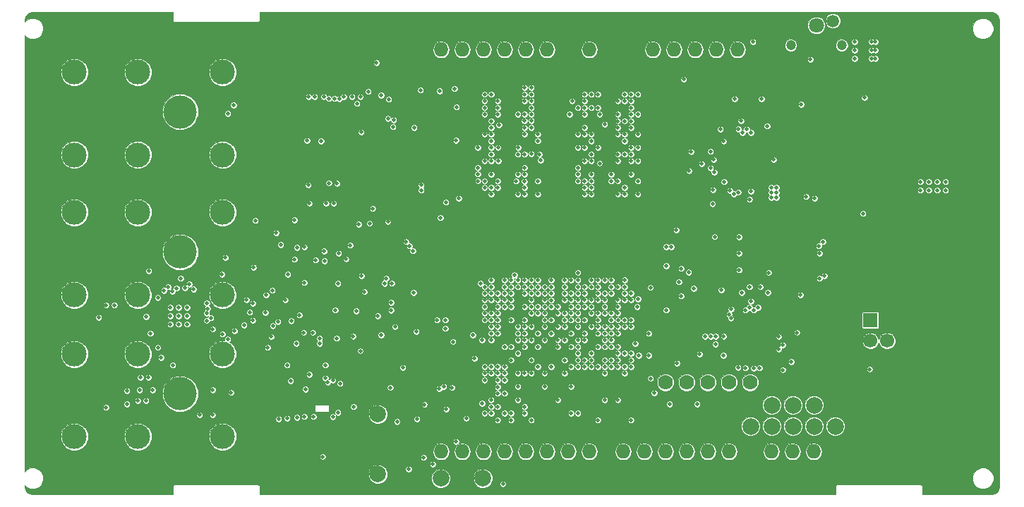
<source format=gbr>
G04 #@! TF.GenerationSoftware,KiCad,Pcbnew,(5.0.1)-rc2*
G04 #@! TF.CreationDate,2021-03-03T09:19:06-05:00*
G04 #@! TF.ProjectId,DFTBoard,444654426F6172642E6B696361645F70,rev?*
G04 #@! TF.SameCoordinates,Original*
G04 #@! TF.FileFunction,Copper,L2,Inr,Plane*
G04 #@! TF.FilePolarity,Positive*
%FSLAX46Y46*%
G04 Gerber Fmt 4.6, Leading zero omitted, Abs format (unit mm)*
G04 Created by KiCad (PCBNEW (5.0.1)-rc2) date 3/3/2021 9:19:06 AM*
%MOMM*%
%LPD*%
G01*
G04 APERTURE LIST*
G04 #@! TA.AperFunction,ViaPad*
%ADD10C,3.048000*%
G04 #@! TD*
G04 #@! TA.AperFunction,ViaPad*
%ADD11O,1.727200X1.727200*%
G04 #@! TD*
G04 #@! TA.AperFunction,ViaPad*
%ADD12C,2.000000*%
G04 #@! TD*
G04 #@! TA.AperFunction,ViaPad*
%ADD13C,1.778000*%
G04 #@! TD*
G04 #@! TA.AperFunction,ViaPad*
%ADD14C,1.200000*%
G04 #@! TD*
G04 #@! TA.AperFunction,ViaPad*
%ADD15C,1.500000*%
G04 #@! TD*
G04 #@! TA.AperFunction,ViaPad*
%ADD16C,1.800000*%
G04 #@! TD*
G04 #@! TA.AperFunction,ViaPad*
%ADD17C,3.000000*%
G04 #@! TD*
G04 #@! TA.AperFunction,ViaPad*
%ADD18C,4.000000*%
G04 #@! TD*
G04 #@! TA.AperFunction,ViaPad*
%ADD19R,1.700000X1.700000*%
G04 #@! TD*
G04 #@! TA.AperFunction,ViaPad*
%ADD20C,1.700000*%
G04 #@! TD*
G04 #@! TA.AperFunction,ViaPad*
%ADD21C,3.500000*%
G04 #@! TD*
G04 #@! TA.AperFunction,ViaPad*
%ADD22C,1.600000*%
G04 #@! TD*
G04 #@! TA.AperFunction,ViaPad*
%ADD23C,0.480000*%
G04 #@! TD*
G04 #@! TA.AperFunction,Conductor*
%ADD24C,0.102000*%
G04 #@! TD*
G04 APERTURE END LIST*
D10*
G04 #@! TO.N,GND*
G04 #@! TO.C,J6*
X209641220Y-125570980D03*
X209641220Y-112429020D03*
G04 #@! TD*
D11*
G04 #@! TO.N,LCD_D4*
G04 #@! TO.C,XA1*
X152000000Y-105540000D03*
G04 #@! TO.N,LCD_D5*
X154540000Y-105540000D03*
G04 #@! TO.N,LCD_D6*
X157080000Y-105540000D03*
G04 #@! TO.N,LCD_D7*
X159620000Y-105540000D03*
G04 #@! TO.N,LCD_D8*
X162160000Y-105540000D03*
G04 #@! TO.N,*
X187560000Y-105540000D03*
G04 #@! TO.N,LCD_D20*
X181464000Y-153800000D03*
G04 #@! TO.N,LCD_D21*
X184004000Y-153800000D03*
G04 #@! TO.N,LCD_D22*
X186544000Y-153800000D03*
G04 #@! TO.N,LCD_D10*
X191624000Y-153800000D03*
G04 #@! TO.N,LCD_D3*
X194164000Y-153800000D03*
G04 #@! TO.N,LCD_D2*
X196704000Y-153800000D03*
G04 #@! TO.N,LCD_D19*
X178924000Y-153800000D03*
G04 #@! TO.N,LCD_D18*
X176384000Y-153800000D03*
G04 #@! TO.N,LCD_D17*
X173844000Y-153800000D03*
G04 #@! TO.N,GND*
X189084000Y-153800000D03*
G04 #@! TO.N,LCD_D16*
X169780000Y-153800000D03*
G04 #@! TO.N,LCD_D15*
X167240000Y-153800000D03*
G04 #@! TO.N,LCD_D14*
X164700000Y-153800000D03*
G04 #@! TO.N,LCD_D13*
X162160000Y-153800000D03*
G04 #@! TO.N,LCD_D12*
X159620000Y-153800000D03*
G04 #@! TO.N,LCD_D11*
X157080000Y-153800000D03*
G04 #@! TO.N,LCD_D1*
X154540000Y-153800000D03*
G04 #@! TO.N,LCD_D0*
X152000000Y-153800000D03*
G04 #@! TO.N,+3V3*
X185020000Y-105540000D03*
G04 #@! TO.N,LCD_D23*
X182480000Y-105540000D03*
G04 #@! TO.N,+3V3*
X179940000Y-105540000D03*
G04 #@! TO.N,+5V*
X177400000Y-105540000D03*
G04 #@! TO.N,GND*
X174860000Y-105540000D03*
X172320000Y-105540000D03*
G04 #@! TO.N,+5V*
X169780000Y-105540000D03*
G04 #@! TO.N,LCD_D9*
X164700000Y-105540000D03*
G04 #@! TD*
D12*
G04 #@! TO.N,AX_TMS*
G04 #@! TO.C,CON1*
X194200000Y-150770000D03*
G04 #@! TO.N,N/C*
X194200000Y-148230000D03*
X196740000Y-148230000D03*
G04 #@! TO.N,GND*
X199280000Y-148230000D03*
G04 #@! TO.N,AX_TDI*
X199280000Y-150770000D03*
G04 #@! TO.N,N/C*
X196740000Y-150770000D03*
G04 #@! TO.N,AX_TDO*
X191660000Y-150770000D03*
G04 #@! TO.N,+1V8*
X191660000Y-148230000D03*
G04 #@! TO.N,GND*
X189120000Y-148230000D03*
G04 #@! TO.N,AX_TCLK*
X189120000Y-150770000D03*
G04 #@! TD*
D13*
G04 #@! TO.N,N/C*
G04 #@! TO.C,U17*
X178900000Y-145500000D03*
G04 #@! TO.N,UART33_TX*
X181440000Y-145500000D03*
G04 #@! TO.N,UART33_RX*
X183980000Y-145500000D03*
G04 #@! TO.N,+3V3*
X186520000Y-145500000D03*
G04 #@! TO.N,N/C*
X189060000Y-145500000D03*
G04 #@! TO.N,GND*
X191600000Y-145500000D03*
G04 #@! TD*
D14*
G04 #@! TO.N,/Sensors/TEMPO_LED_R*
G04 #@! TO.C,SW1*
X200050000Y-105025000D03*
G04 #@! TO.N,/Sensors/TEMPO_LED_D*
X193950000Y-105025000D03*
D15*
G04 #@! TO.N,TEMPO_SW*
X199000000Y-102075000D03*
D16*
G04 #@! TO.N,N/C*
X197000000Y-102625000D03*
D15*
G04 #@! TO.N,GND*
X195000000Y-102075000D03*
G04 #@! TD*
D17*
G04 #@! TO.N,GNDA*
G04 #@! TO.C,J4*
X108000000Y-118160000D03*
G04 #@! TO.N,ROUT_N*
X115620000Y-118160000D03*
G04 #@! TO.N,ROUT_P*
X125780000Y-118160000D03*
G04 #@! TO.N,/Audio/RSWITCH*
X125780000Y-108250000D03*
G04 #@! TO.N,GNDA*
X115620000Y-108250000D03*
G04 #@! TO.N,N/C*
X108000000Y-108250000D03*
D18*
X120700000Y-113000000D03*
G04 #@! TD*
D17*
G04 #@! TO.N,GNDA*
G04 #@! TO.C,J3*
X108000000Y-135000000D03*
G04 #@! TO.N,LOUT_N*
X115620000Y-135000000D03*
G04 #@! TO.N,LOUT_P*
X125780000Y-135000000D03*
G04 #@! TO.N,/Audio/LSWITCH*
X125780000Y-125090000D03*
G04 #@! TO.N,GNDA*
X115620000Y-125090000D03*
G04 #@! TO.N,N/C*
X108000000Y-125090000D03*
D18*
X120700000Y-129840000D03*
G04 #@! TD*
D17*
G04 #@! TO.N,GNDA*
G04 #@! TO.C,J2*
X108000000Y-152000000D03*
G04 #@! TO.N,/Audio/JACK_IN_N*
X115620000Y-152000000D03*
G04 #@! TO.N,/Audio/JACK_IN_P*
X125780000Y-152000000D03*
G04 #@! TO.N,/Audio/INSWITCH*
X125780000Y-142090000D03*
G04 #@! TO.N,GNDA*
X115620000Y-142090000D03*
G04 #@! TO.N,N/C*
X108000000Y-142090000D03*
D18*
X120700000Y-146840000D03*
G04 #@! TD*
D19*
G04 #@! TO.N,+5V*
G04 #@! TO.C,J7*
X203500000Y-138000000D03*
D20*
G04 #@! TO.N,USBD_D_N*
X203500000Y-140500000D03*
G04 #@! TO.N,USBD_D_P*
X205500000Y-140500000D03*
G04 #@! TO.N,GND*
X205500000Y-138000000D03*
D21*
X208210000Y-133230000D03*
X208210000Y-145270000D03*
G04 #@! TD*
D22*
G04 #@! TO.N,GND*
G04 #@! TO.C,J9*
X132650000Y-102600000D03*
X133250000Y-107550000D03*
X148350000Y-102600000D03*
X147750000Y-107550000D03*
G04 #@! TD*
D12*
G04 #@! TO.N,N/C*
G04 #@! TO.C,J5*
X144400000Y-156500000D03*
X144400000Y-149300000D03*
G04 #@! TD*
G04 #@! TO.N,IR_RX*
G04 #@! TO.C,U22*
X151960000Y-157000000D03*
G04 #@! TO.N,GND*
X154500000Y-157000000D03*
G04 #@! TO.N,+3V3*
X157000000Y-157000000D03*
G04 #@! TD*
D23*
G04 #@! TO.N,+3V3*
X174000000Y-134800000D03*
X172400000Y-140400000D03*
X173200000Y-137200000D03*
X159600000Y-144400000D03*
X158800000Y-146800000D03*
X174000000Y-143600000D03*
X158000000Y-149200000D03*
X160400000Y-150000000D03*
X164400000Y-146000000D03*
X171600000Y-142800000D03*
X167600000Y-146000000D03*
X168400000Y-149200000D03*
X161200000Y-147600000D03*
X166000000Y-147600000D03*
X174800000Y-150000000D03*
X149515000Y-110400000D03*
X118750000Y-134450000D03*
X161200000Y-138800000D03*
X158800000Y-138000000D03*
X159600000Y-135600000D03*
X157200000Y-134800000D03*
X160400000Y-141200000D03*
X158000000Y-140400000D03*
X162000000Y-136400000D03*
X157200000Y-143600000D03*
X175275000Y-140825000D03*
X186750000Y-137800000D03*
X190200000Y-143750000D03*
X188500000Y-143750000D03*
X185950000Y-121400000D03*
X187650000Y-122650000D03*
X189150000Y-122550000D03*
X185900000Y-116550000D03*
X173200000Y-147600000D03*
X171600000Y-147600000D03*
X135600000Y-149600000D03*
X124600000Y-139100000D03*
X138535000Y-121550000D03*
X135900000Y-116450000D03*
X139100000Y-124000000D03*
X114300000Y-146512500D03*
X131800000Y-138700000D03*
X203600000Y-105600000D03*
X203600000Y-104600000D03*
X201600000Y-104600000D03*
X201600000Y-105600000D03*
X204100000Y-106600000D03*
X203600000Y-106600000D03*
X201600000Y-106600000D03*
X204100000Y-104600000D03*
X204100000Y-105600000D03*
X170800000Y-150000000D03*
X179000000Y-131500000D03*
X167600000Y-149200000D03*
X184800000Y-128000000D03*
X159400000Y-157685000D03*
X145200000Y-133600000D03*
X179400000Y-148100000D03*
X182700000Y-148100000D03*
X181100000Y-109100000D03*
X125772107Y-139683679D03*
X181675607Y-132268607D03*
X117100000Y-139600000D03*
X140600000Y-130685000D03*
X115915000Y-144900000D03*
X115812500Y-146400000D03*
X146300000Y-114000000D03*
X146100000Y-133585000D03*
X160400000Y-138000000D03*
X118000000Y-135300000D03*
X145700000Y-111500000D03*
X124587500Y-149400000D03*
X112785000Y-136200000D03*
X116585000Y-147700000D03*
X151900000Y-125715000D03*
X130915000Y-137100000D03*
X141800000Y-136912500D03*
X191115000Y-114700000D03*
X189015000Y-123500000D03*
X193000000Y-143985000D03*
X183015000Y-142100000D03*
X194000000Y-143015000D03*
X203415000Y-143900000D03*
X137400000Y-140200000D03*
X137400000Y-140800000D03*
X134600000Y-140800000D03*
X133500000Y-143400000D03*
X149600000Y-122400000D03*
X146200000Y-114800000D03*
X145600000Y-113800000D03*
X145600000Y-126200000D03*
X138100000Y-143400000D03*
X138400000Y-145500000D03*
X135700000Y-146300000D03*
X202600000Y-125200000D03*
X180807000Y-131800000D03*
X137586001Y-116500000D03*
X139850000Y-145600000D03*
X142300000Y-141700000D03*
X186550000Y-137300000D03*
X185850000Y-142250000D03*
X179000000Y-136800000D03*
G04 #@! TO.N,JD_IN*
X159600000Y-146800000D03*
X126800000Y-146700000D03*
G04 #@! TO.N,JD_ROUT*
X126400000Y-113200000D03*
X156900000Y-148000000D03*
X128346573Y-138609228D03*
G04 #@! TO.N,JD_LOUT*
X126100000Y-130500000D03*
G04 #@! TO.N,+5V*
X192500000Y-140000000D03*
X191900000Y-118750000D03*
X144242000Y-107100000D03*
X149000000Y-139400000D03*
X148600000Y-129700000D03*
X136200000Y-124000000D03*
X138200000Y-124000000D03*
X134400000Y-126000000D03*
X129500000Y-131700000D03*
X192200000Y-122700000D03*
X192200000Y-122100000D03*
X191600000Y-122100000D03*
X191600000Y-122700000D03*
X191600000Y-123300000D03*
X192200000Y-123300000D03*
X139285000Y-136800000D03*
X149887500Y-154500000D03*
X184600000Y-122385000D03*
X195800000Y-123185000D03*
X195115000Y-135000000D03*
X194700000Y-139500000D03*
X148700000Y-134700000D03*
X139500000Y-121600000D03*
X197400000Y-130000000D03*
X197800000Y-128600000D03*
X198000000Y-132700000D03*
G04 #@! TO.N,RF_IRQ*
X136050000Y-121800000D03*
X142459179Y-132700001D03*
G04 #@! TO.N,GNDA*
X119250000Y-134000000D03*
X114300000Y-148087500D03*
X209500000Y-122400000D03*
X210500000Y-122400000D03*
X211500000Y-122400000D03*
X212500000Y-122400000D03*
X212500000Y-121400000D03*
X211500000Y-121400000D03*
X210500000Y-121400000D03*
X209500000Y-121400000D03*
X131000000Y-135000000D03*
X116600000Y-137600000D03*
X118400000Y-142500000D03*
X116885000Y-144900000D03*
X117387500Y-146400000D03*
X148100000Y-155900000D03*
X123012500Y-149400000D03*
X111815000Y-136200000D03*
X115615000Y-147700000D03*
X132400000Y-138200000D03*
X119500000Y-136500000D03*
X121500000Y-136500000D03*
X120500000Y-137500000D03*
X119500000Y-138500000D03*
X121500000Y-138500000D03*
X120500000Y-138500000D03*
X119500000Y-137500000D03*
X120500000Y-136500000D03*
X121500000Y-137500000D03*
X131722107Y-134422107D03*
X134000000Y-138100000D03*
G04 #@! TO.N,GND*
X125800000Y-148400000D03*
X158800000Y-150800000D03*
X174800000Y-145200000D03*
X172400000Y-150000000D03*
X166800000Y-142000000D03*
X157200000Y-146800000D03*
X165200000Y-149200000D03*
X163600000Y-119700000D03*
X163600000Y-110100000D03*
X173200000Y-122100000D03*
X157200000Y-116500000D03*
X163600000Y-122100000D03*
X156400000Y-122100000D03*
X156400000Y-118100000D03*
X157200000Y-119700000D03*
X157200000Y-118100000D03*
X156400000Y-118900000D03*
X156400000Y-112500000D03*
X158800000Y-134000000D03*
X158000000Y-136400000D03*
X167600000Y-134000000D03*
X164400000Y-133200000D03*
X163600000Y-135600000D03*
X161200000Y-134800000D03*
X170000000Y-134800000D03*
X174000000Y-137200000D03*
X172400000Y-136400000D03*
X169200000Y-137200000D03*
X166800000Y-136400000D03*
X170000000Y-139600000D03*
X168400000Y-139600000D03*
X169200000Y-138800000D03*
X167600000Y-138800000D03*
X166000000Y-139600000D03*
X164400000Y-139600000D03*
X162800000Y-139600000D03*
X163600000Y-140400000D03*
X160400000Y-137200000D03*
X156800000Y-139200000D03*
X159600000Y-139600000D03*
X158800000Y-142800000D03*
X162800000Y-141200000D03*
X164400000Y-141200000D03*
X165200000Y-141200000D03*
X165200000Y-140400000D03*
X166800000Y-139600000D03*
X163600000Y-142800000D03*
X164400000Y-142800000D03*
X165200000Y-142800000D03*
X164400000Y-143600000D03*
X162800000Y-143600000D03*
X162000000Y-143600000D03*
X161200000Y-143600000D03*
X163600000Y-144400000D03*
X160400000Y-146000000D03*
X165200000Y-147600000D03*
X174000000Y-150000000D03*
X162800000Y-149200000D03*
X159600000Y-148400000D03*
X158000000Y-145200000D03*
X170000000Y-140400000D03*
X170800000Y-140400000D03*
X172400000Y-142000000D03*
X174000000Y-139600000D03*
X166000000Y-142800000D03*
X167600000Y-142800000D03*
X166800000Y-143600000D03*
X165200000Y-144400000D03*
X167600000Y-144400000D03*
X169200000Y-142000000D03*
X167600000Y-142000000D03*
X166800000Y-141200000D03*
X171600000Y-138000000D03*
X168400000Y-148400000D03*
X174000000Y-147600000D03*
X163600000Y-146000000D03*
X168400000Y-144400000D03*
X170800000Y-149200000D03*
X171600000Y-146800000D03*
X169200000Y-146000000D03*
X172400000Y-144400000D03*
X163600000Y-138800000D03*
X167600000Y-140400000D03*
X166800000Y-145200000D03*
X162000000Y-147600000D03*
X156400000Y-110900000D03*
X175600000Y-114100000D03*
X175600000Y-122100000D03*
X175600000Y-120500000D03*
X168400000Y-110900000D03*
X168400000Y-122100000D03*
X175600000Y-112500000D03*
X175600000Y-119700000D03*
X175600000Y-118100000D03*
X174800000Y-119700000D03*
X169200000Y-116500000D03*
X169200000Y-118100000D03*
X174800000Y-116500000D03*
X175600000Y-110100000D03*
X168400000Y-113300000D03*
X161200000Y-122100000D03*
X156485148Y-122921782D03*
X165200000Y-137200000D03*
X162798946Y-115693010D03*
X157200000Y-120500000D03*
X168400000Y-122900000D03*
X163600000Y-111698957D03*
X163599738Y-113293010D03*
X168406990Y-118095987D03*
X168406999Y-111700000D03*
X173181990Y-133197925D03*
X169200000Y-119700000D03*
X169200000Y-120500000D03*
X162779514Y-119105606D03*
X163700000Y-117500000D03*
X163593242Y-120525867D03*
X168400000Y-118894490D03*
X157200000Y-114100000D03*
X153465000Y-115200000D03*
X164485000Y-109094967D03*
X164341294Y-127726187D03*
X164199608Y-126694607D03*
X164315000Y-125850000D03*
X158900000Y-131200000D03*
X150412500Y-117700000D03*
X150412500Y-116200000D03*
X149140000Y-116895000D03*
X153600000Y-111185000D03*
X153840000Y-113997500D03*
X153800000Y-117987500D03*
X150485000Y-110400000D03*
X150840000Y-113210000D03*
X151400000Y-112400000D03*
X150400000Y-112400000D03*
X150400000Y-114000000D03*
X151400000Y-114000000D03*
X147800000Y-116887500D03*
X170000000Y-138000000D03*
X171600000Y-142000000D03*
X191900000Y-117750000D03*
X190200000Y-134700000D03*
X190135000Y-135750000D03*
X189000000Y-134700000D03*
X189465000Y-111450000D03*
X188185000Y-111450000D03*
X201000000Y-142985000D03*
X189250000Y-140250000D03*
X190250000Y-139250000D03*
X190250000Y-141250000D03*
X188250000Y-141250000D03*
X188250000Y-139250000D03*
X188400000Y-119000000D03*
X189250000Y-118000000D03*
X187500000Y-118000000D03*
X187500000Y-120000000D03*
X189250000Y-120000000D03*
X194400000Y-133650000D03*
X167600000Y-150000000D03*
X177300000Y-138786001D03*
X180300000Y-136685000D03*
X140700000Y-106700000D03*
X139300000Y-106700000D03*
X143700000Y-106700000D03*
X137800000Y-106700000D03*
X136300000Y-106700000D03*
X162000000Y-146000000D03*
X137800000Y-149600000D03*
X141300000Y-149600000D03*
X124200000Y-138558000D03*
X136700000Y-118050000D03*
X136687029Y-116362971D03*
X136700000Y-118850000D03*
X136700000Y-119650000D03*
X136700000Y-121450000D03*
X134700000Y-134400000D03*
X138650000Y-135500000D03*
X158800000Y-140400000D03*
X131300000Y-151300000D03*
X148500000Y-139100000D03*
X138900000Y-130800000D03*
X193200000Y-111800000D03*
X132000000Y-127000000D03*
X129500000Y-145000000D03*
X129500000Y-131100000D03*
X196800000Y-122000000D03*
X194700000Y-119300000D03*
X194500000Y-117200000D03*
X162800000Y-138000000D03*
X147200000Y-142700000D03*
X153400000Y-138400000D03*
X125100000Y-131600000D03*
X150700000Y-122200000D03*
X151900000Y-120500000D03*
X152500000Y-120200000D03*
X151100000Y-119300000D03*
X202100000Y-111500000D03*
X204700000Y-112200000D03*
X209500000Y-116500000D03*
X210500000Y-116500000D03*
X210500000Y-117500000D03*
X209500000Y-117500000D03*
X211500000Y-116500000D03*
X212500000Y-116500000D03*
X212500000Y-117500000D03*
X211500000Y-117500000D03*
X153400000Y-141600000D03*
X156400000Y-125937500D03*
X125300000Y-114900000D03*
X123387500Y-132700000D03*
X149400000Y-141400000D03*
X187015000Y-114093000D03*
X154100000Y-146000000D03*
X156100000Y-146000000D03*
X159600000Y-142800000D03*
X158800000Y-147600000D03*
X167600000Y-148400000D03*
X181659990Y-131048000D03*
X159400000Y-156715000D03*
X149100000Y-152700000D03*
X153719148Y-151380852D03*
X185600000Y-135800000D03*
X209871644Y-115115856D03*
X199700000Y-128100000D03*
X203100000Y-129800000D03*
X194700000Y-137500000D03*
X194700000Y-138500000D03*
X160400000Y-142000000D03*
X179400000Y-150855000D03*
X182700000Y-150900000D03*
X181100000Y-111900000D03*
X117885000Y-132100000D03*
X146000000Y-134962500D03*
X140600000Y-129715000D03*
X151887500Y-128500000D03*
X146100000Y-132615000D03*
X140600000Y-143400000D03*
X151900000Y-126685000D03*
X131885000Y-137100000D03*
X143050000Y-146600000D03*
X141800000Y-138487500D03*
X138315000Y-136800000D03*
X148312500Y-154500000D03*
X150500000Y-133342002D03*
X184600000Y-121415000D03*
X192085000Y-114700000D03*
X189985000Y-123500000D03*
X195800000Y-122215000D03*
X193000000Y-143015000D03*
X183985000Y-142100000D03*
X194000000Y-143985000D03*
X162093000Y-156800000D03*
X178700000Y-139586001D03*
X178315000Y-141200000D03*
X204385000Y-143900000D03*
X196085000Y-135000000D03*
X148000000Y-134400000D03*
X162000000Y-137200000D03*
X146225000Y-141725000D03*
X172400000Y-145200000D03*
X144800000Y-126100000D03*
X139700000Y-123700000D03*
X146400000Y-143800000D03*
X148700000Y-124200000D03*
X165900000Y-108300000D03*
X177600000Y-108300000D03*
X190400000Y-131000000D03*
X195200000Y-129100000D03*
X139950000Y-141700000D03*
X143000000Y-141816179D03*
X185600000Y-131700000D03*
X184950000Y-143750000D03*
X180850008Y-138694206D03*
X125685027Y-138040829D03*
G04 #@! TO.N,/Audio/MICBIAS*
X118000000Y-141300000D03*
X128659179Y-135585035D03*
X133300000Y-135600000D03*
G04 #@! TO.N,/Audio/SIGC_F*
X119800000Y-143400000D03*
X129400000Y-136000000D03*
G04 #@! TO.N,/DDR3/VREF*
X175600000Y-117300000D03*
X163597857Y-116493010D03*
X158000000Y-114100000D03*
X169200000Y-138000000D03*
X166000000Y-136400000D03*
X164400000Y-138000000D03*
X171000000Y-113300000D03*
X151800000Y-110500000D03*
G04 #@! TO.N,DDR3_CK_P*
X170000000Y-116500000D03*
X164400000Y-135600000D03*
X158000000Y-116500000D03*
G04 #@! TO.N,DDR3_CK_N*
X158000000Y-115700000D03*
X164400000Y-136400000D03*
X170000000Y-115700000D03*
G04 #@! TO.N,DDR3_RAS#*
X162800000Y-136400000D03*
X173200000Y-115700000D03*
X162004488Y-115693010D03*
G04 #@! TO.N,DDR3_WE#*
X161974367Y-114093010D03*
X162800000Y-135600000D03*
X173200000Y-114100000D03*
G04 #@! TO.N,DDR3_CKE*
X157200000Y-115700000D03*
X160400000Y-134800000D03*
X168400000Y-115700000D03*
G04 #@! TO.N,DDR3_CAS#*
X163600000Y-134800000D03*
X173200000Y-114900000D03*
X162000000Y-114925000D03*
G04 #@! TO.N,DDR3_BA1*
X166800000Y-137200000D03*
X157200000Y-113300000D03*
X169200000Y-113300000D03*
G04 #@! TO.N,DDR3_BA0*
X166800000Y-138000000D03*
X174800000Y-114100000D03*
X162800000Y-113293010D03*
G04 #@! TO.N,DDR3_A0*
X161200000Y-113300000D03*
X173200000Y-113300000D03*
X165205333Y-135606990D03*
G04 #@! TO.N,DDR3_A2*
X162000000Y-111700000D03*
X167600000Y-135600000D03*
X173200000Y-111700000D03*
G04 #@! TO.N,DDR3_A1*
X165200000Y-136400000D03*
X170000000Y-112500000D03*
X158793010Y-112498402D03*
G04 #@! TO.N,DDR3_A10*
X168400000Y-134800000D03*
X158926746Y-114586512D03*
X171600000Y-114500000D03*
G04 #@! TO.N,DDR3_A4*
X157200000Y-112500000D03*
X167600000Y-137200000D03*
X169200000Y-112500000D03*
G04 #@! TO.N,DDR3_A6*
X169200000Y-111700000D03*
X157200000Y-111700000D03*
X168400000Y-138000000D03*
G04 #@! TO.N,DDR3_A5*
X167600000Y-136400000D03*
X162800000Y-111698957D03*
X174800000Y-112500000D03*
G04 #@! TO.N,DDR3_A3*
X166800000Y-135600000D03*
X174800000Y-113300000D03*
X162800619Y-112493010D03*
G04 #@! TO.N,DDR3_A8*
X157200000Y-110900000D03*
X168400000Y-136400000D03*
X169200000Y-110900000D03*
G04 #@! TO.N,DDR3_A11*
X170800000Y-110900000D03*
X169988632Y-136399475D03*
X158800000Y-111700000D03*
G04 #@! TO.N,DDR3_A9*
X162000000Y-110900000D03*
X169200000Y-136400000D03*
X174000000Y-111700000D03*
G04 #@! TO.N,DDR3_A7*
X162800000Y-110900000D03*
X168400000Y-137200000D03*
X174800000Y-111700000D03*
G04 #@! TO.N,DDR3_A12*
X169200000Y-135600000D03*
X170800000Y-112500000D03*
X158800000Y-113300000D03*
G04 #@! TO.N,DDR3_ODT*
X163600000Y-136400000D03*
X175600000Y-115700000D03*
X163600000Y-115700000D03*
G04 #@! TO.N,Net-(C76-Pad2)*
X190435000Y-111450000D03*
G04 #@! TO.N,Net-(C85-Pad2)*
X191200000Y-134700000D03*
X190300000Y-134000000D03*
G04 #@! TO.N,+1V35*
X171600000Y-134800000D03*
X167600000Y-138000000D03*
X165200000Y-134800000D03*
X162800000Y-134000000D03*
X170000000Y-137200000D03*
X168400000Y-135600000D03*
X175600000Y-118900000D03*
X175600000Y-122900000D03*
X175600000Y-121300000D03*
X175600000Y-110900000D03*
X168400000Y-133200000D03*
X156400000Y-119700000D03*
X158000000Y-114900000D03*
X156400000Y-117300000D03*
X158000000Y-118100000D03*
X163600000Y-121300000D03*
X158000000Y-122100000D03*
X162000000Y-122100000D03*
X174000000Y-115700000D03*
X163600000Y-122900000D03*
X168400000Y-121300000D03*
X170000000Y-118100000D03*
X169200000Y-122900000D03*
X174800000Y-117300000D03*
X168400000Y-117300000D03*
X169200000Y-115700000D03*
X164400000Y-137200000D03*
X156402274Y-120453296D03*
X174793010Y-120512732D03*
X162800000Y-114893010D03*
X168400000Y-120481990D03*
X156406990Y-121293472D03*
X173995087Y-122106990D03*
X161993010Y-120506797D03*
X168403748Y-112501148D03*
X175600000Y-113300000D03*
X168400000Y-119695979D03*
X160800000Y-132600000D03*
X163800000Y-118100000D03*
X153840000Y-112422500D03*
X153600000Y-110215000D03*
X153800000Y-116412500D03*
X167700000Y-111700000D03*
X165200000Y-138000000D03*
X154100000Y-123400000D03*
G04 #@! TO.N,AX_TCLK*
X170000000Y-142000000D03*
G04 #@! TO.N,AX_TDI*
X169200000Y-142800000D03*
X177553001Y-146753001D03*
G04 #@! TO.N,AX_TMS*
X170000000Y-142800000D03*
G04 #@! TO.N,LCD_D6*
X157200000Y-135600000D03*
G04 #@! TO.N,LCD_D5*
X157200000Y-136400000D03*
G04 #@! TO.N,LCD_D4*
X160400000Y-136400000D03*
G04 #@! TO.N,LCD_D13*
X158800000Y-150000000D03*
G04 #@! TO.N,/Audio/LED_1BC*
X187749180Y-128023880D03*
G04 #@! TO.N,/Audio/LED_1GC*
X187749180Y-130000000D03*
G04 #@! TO.N,/Audio/LED_1RC*
X187749180Y-131976120D03*
G04 #@! TO.N,SD_D2*
X132500000Y-149900000D03*
X174800000Y-138800000D03*
X153800000Y-152600000D03*
G04 #@! TO.N,SD_D3*
X170800000Y-141200000D03*
X133500000Y-149800000D03*
G04 #@! TO.N,SD_CMD*
X171600000Y-139600000D03*
X134700000Y-149700000D03*
G04 #@! TO.N,SD_CLK*
X136700000Y-149600000D03*
G04 #@! TO.N,SD_D0*
X174800000Y-138000000D03*
X139000000Y-149607000D03*
G04 #@! TO.N,SD_D1*
X171600000Y-141200000D03*
X141500000Y-148400000D03*
G04 #@! TO.N,SD_CD*
X131200000Y-141300000D03*
X174800000Y-143600000D03*
X155000000Y-149800000D03*
G04 #@! TO.N,TEMPO_SW*
X158800000Y-144400000D03*
X189400000Y-104600000D03*
G04 #@! TO.N,DDR3_DM0*
X170998968Y-119181088D03*
X174017044Y-133197457D03*
G04 #@! TO.N,DDR3_DQ2*
X174000000Y-134000000D03*
X174800000Y-118900000D03*
G04 #@! TO.N,DDR3_DQ3*
X170800000Y-133200000D03*
X169200000Y-118900000D03*
G04 #@! TO.N,DDR3_DQ6*
X172400000Y-134800000D03*
X174800000Y-118100000D03*
G04 #@! TO.N,DDR3_DQ5*
X171600000Y-133200000D03*
X169200000Y-117300000D03*
G04 #@! TO.N,DDR3_DQ7*
X170800000Y-117300000D03*
X172395979Y-133200000D03*
G04 #@! TO.N,DDR3_DM1*
X169200000Y-134800000D03*
X172400000Y-121300000D03*
G04 #@! TO.N,DDR3_DQ14*
X167600000Y-134800000D03*
X169200000Y-122100000D03*
G04 #@! TO.N,DDR3_DQ15*
X173200000Y-122900000D03*
X170000000Y-133200000D03*
G04 #@! TO.N,DDR3_DQS0_N*
X172400000Y-134000000D03*
X173200000Y-118100000D03*
G04 #@! TO.N,DDR3_DQ1*
X170800000Y-134000000D03*
X170000000Y-118900000D03*
G04 #@! TO.N,DDR3_DRST#*
X162800000Y-110100000D03*
X170800000Y-134800000D03*
X174800000Y-110900000D03*
G04 #@! TO.N,DDR3_DQS0_P*
X174000000Y-118100000D03*
X173200000Y-134000000D03*
G04 #@! TO.N,DDR3_DQ0*
X173200000Y-135600000D03*
X173200000Y-118900000D03*
G04 #@! TO.N,RF2_IRQ*
X180200000Y-127200000D03*
X170800000Y-138000000D03*
X135600000Y-129250000D03*
X139450000Y-140200000D03*
X136950000Y-130800000D03*
G04 #@! TO.N,DDR3_DQ4*
X174000000Y-116500000D03*
X171600000Y-135600000D03*
G04 #@! TO.N,DDR3_A13*
X162000000Y-110100000D03*
X174000000Y-110900000D03*
X170811234Y-135595186D03*
G04 #@! TO.N,DDR3_DQ8*
X170000000Y-120500000D03*
X166800000Y-134800000D03*
G04 #@! TO.N,DDR3_DQ9*
X166800000Y-133200000D03*
X172400000Y-120500000D03*
G04 #@! TO.N,I2S_BCLK*
X158000000Y-143600000D03*
X123986656Y-136620334D03*
G04 #@! TO.N,DDR3_DQS1_N*
X168400000Y-134000000D03*
X170000000Y-122100000D03*
G04 #@! TO.N,DDR3_A14*
X170000000Y-110900000D03*
X158000000Y-110900000D03*
X169995097Y-135600000D03*
G04 #@! TO.N,DDR3_DQ10*
X169200000Y-121300000D03*
X166800000Y-134000000D03*
G04 #@! TO.N,DDR3_DQS1_P*
X170000000Y-121300000D03*
X169200000Y-134000000D03*
G04 #@! TO.N,DDR3_DQ13*
X174000000Y-122900000D03*
X170000000Y-134000000D03*
G04 #@! TO.N,DDR3_DQ11*
X173200000Y-121300000D03*
X168400000Y-132300000D03*
G04 #@! TO.N,DDR3_DQ12*
X167600000Y-133200000D03*
X170000000Y-122900000D03*
G04 #@! TO.N,DDR3_DQ18*
X163925000Y-118825000D03*
X165200000Y-133200000D03*
G04 #@! TO.N,DDR3_DQ17*
X158000000Y-118900000D03*
X162000000Y-133200000D03*
G04 #@! TO.N,DDR3_DQS2_P*
X162000000Y-118100000D03*
X164400000Y-134000000D03*
G04 #@! TO.N,DDR3_CS#*
X163600000Y-137200000D03*
X174800000Y-114900000D03*
X162806993Y-114087683D03*
G04 #@! TO.N,DDR3_DQ16*
X162000000Y-119700000D03*
X162000000Y-134800000D03*
G04 #@! TO.N,DDR3_DQ19*
X157200000Y-118900000D03*
X162000000Y-134000000D03*
G04 #@! TO.N,DDR3_DM2*
X163600000Y-133200000D03*
X158850000Y-118900000D03*
G04 #@! TO.N,DDR3_DQS2_N*
X161200000Y-118100000D03*
X163600000Y-134000000D03*
G04 #@! TO.N,DDR3_DQ20*
X161236686Y-117306990D03*
X165200000Y-134000000D03*
G04 #@! TO.N,DDR3_BA2*
X166000000Y-137200000D03*
X162000000Y-113300000D03*
X174000000Y-114100000D03*
G04 #@! TO.N,I2S_ADCSD*
X157200000Y-145200000D03*
X123892780Y-138058000D03*
G04 #@! TO.N,I2S_DACSD*
X124372107Y-137727893D03*
X158000000Y-144400000D03*
G04 #@! TO.N,I2S_LRCLK*
X157200000Y-144400000D03*
X123848137Y-137185622D03*
G04 #@! TO.N,I2S_MCLK*
X158800000Y-143600000D03*
X123884371Y-135962247D03*
G04 #@! TO.N,+1V8*
X162000000Y-138800000D03*
X162000000Y-138000000D03*
X162000000Y-139600000D03*
X166000000Y-140400000D03*
X162000000Y-140400000D03*
X162800000Y-142800000D03*
X167600000Y-139600000D03*
X167600000Y-141200000D03*
X163600000Y-139600000D03*
X161200000Y-144400000D03*
X189500000Y-136800000D03*
X188500000Y-136800000D03*
X187650000Y-115067002D03*
X188650000Y-115100000D03*
X189165000Y-135750000D03*
X122300000Y-134300000D03*
X124600000Y-146400000D03*
X196300000Y-106700000D03*
X127100000Y-112200000D03*
X187985000Y-114093000D03*
X116915000Y-132100000D03*
X125700000Y-132500000D03*
X134700000Y-129300000D03*
X146000000Y-135900000D03*
X166000000Y-141200000D03*
X161200000Y-146000000D03*
X168400000Y-141200000D03*
X166800000Y-142825000D03*
X155800000Y-139800000D03*
X156000000Y-142600000D03*
X146000000Y-136837500D03*
X146450000Y-138800000D03*
X153400000Y-140600000D03*
X151500000Y-138000000D03*
X152500000Y-139000000D03*
X152500000Y-138000000D03*
X144800000Y-139800000D03*
X184350000Y-139950000D03*
G04 #@! TO.N,+1V0*
X158800000Y-146025000D03*
X159600000Y-143625000D03*
X162800000Y-138800000D03*
X164400000Y-138800000D03*
X168400000Y-142800000D03*
X162800000Y-144400000D03*
X164400000Y-144400000D03*
X169200000Y-139600000D03*
X163600000Y-143600000D03*
X165200000Y-143600000D03*
X166800000Y-144400000D03*
X167600000Y-143600000D03*
X166800000Y-138800000D03*
X168400000Y-142000000D03*
X169200000Y-140400000D03*
X168400000Y-143600000D03*
X168400000Y-140400000D03*
X168400000Y-138800000D03*
X150000000Y-148137500D03*
X147400000Y-143700000D03*
X152600000Y-148700000D03*
X151750000Y-146250000D03*
X149100000Y-149900000D03*
X145900000Y-146100000D03*
G04 #@! TO.N,Net-(C75-Pad2)*
X187215000Y-111450000D03*
G04 #@! TO.N,Net-(C84-Pad2)*
X188065000Y-134700000D03*
X189000000Y-134000000D03*
G04 #@! TO.N,I2C33_SCLK*
X173200000Y-136400000D03*
X179600000Y-129200000D03*
X143400000Y-126400000D03*
X143800000Y-124600000D03*
X129031286Y-137068714D03*
X136172216Y-144527636D03*
X131600000Y-140000000D03*
X142400000Y-115450000D03*
X127206990Y-139313786D03*
G04 #@! TO.N,/Audio/LED_2RC*
X139600000Y-133600000D03*
G04 #@! TO.N,/Audio/LED_2GC*
X138000000Y-130900000D03*
G04 #@! TO.N,/Audio/LED_2BC*
X135600000Y-133500000D03*
G04 #@! TO.N,/Audio/LED_2RA*
X141099989Y-129007000D03*
G04 #@! TO.N,LOUT_P*
X119750000Y-134575000D03*
G04 #@! TO.N,LOUT_N*
X120250000Y-134175000D03*
G04 #@! TO.N,ROUT_P*
X120750000Y-133000000D03*
G04 #@! TO.N,ROUT_N*
X121250000Y-134150000D03*
G04 #@! TO.N,TEMPO_LED*
X195200000Y-112100000D03*
X162800000Y-137200000D03*
G04 #@! TO.N,1v0en*
X129690014Y-126050000D03*
X153300000Y-146107000D03*
X141450000Y-139950000D03*
G04 #@! TO.N,1v8en*
X145400000Y-133000000D03*
X132196999Y-127547647D03*
G04 #@! TO.N,3v3en*
X202800000Y-111300000D03*
X133600000Y-132500000D03*
G04 #@! TO.N,1v35en*
X134400000Y-130700000D03*
X142100000Y-126500000D03*
G04 #@! TO.N,ZYNQ_POR*
X180800000Y-135100000D03*
X132750000Y-128950000D03*
G04 #@! TO.N,PROGRAM_B*
X162000000Y-141200000D03*
G04 #@! TO.N,INIT_B*
X162000000Y-144400000D03*
G04 #@! TO.N,LED_1R_CTRL*
X197400000Y-133000000D03*
X158000000Y-148400000D03*
G04 #@! TO.N,LED_2R_CTRL*
X142800000Y-134600000D03*
G04 #@! TO.N,LED_1G_CTRL*
X191300000Y-132300000D03*
X157200000Y-149200000D03*
G04 #@! TO.N,LED_2G_CTRL*
X144400000Y-137500000D03*
X139692002Y-129987701D03*
G04 #@! TO.N,LED_1B_CTRL*
X158800000Y-148400000D03*
X197300000Y-129100000D03*
G04 #@! TO.N,LED_2B_CTRL*
X135000000Y-137400000D03*
G04 #@! TO.N,Net-(R33-Pad1)*
X173200000Y-139600000D03*
X176900000Y-139600000D03*
G04 #@! TO.N,Net-(R75-Pad1)*
X166000000Y-138800000D03*
G04 #@! TO.N,Net-(R76-Pad1)*
X165200000Y-139634260D03*
X156900000Y-140400000D03*
G04 #@! TO.N,BOOTSPI_SCK_BMODE4*
X175500000Y-136400000D03*
G04 #@! TO.N,BOOTSPI_DQ0_BMODE3*
X174800000Y-134800000D03*
G04 #@! TO.N,BOOTSPI_DQ2_BMODE2*
X171600000Y-136400000D03*
G04 #@! TO.N,BOOTSPI_DQ1_BMODE1*
X170800000Y-137200000D03*
G04 #@! TO.N,BOOTSPI_DQ3_BMODE0*
X174800000Y-135600000D03*
G04 #@! TO.N,VMODE0*
X172400000Y-137200000D03*
G04 #@! TO.N,VMODE1*
X171599999Y-137193000D03*
G04 #@! TO.N,Net-(R100-Pad1)*
X170800000Y-138800000D03*
X179000000Y-129200000D03*
G04 #@! TO.N,1v35PG*
X160400000Y-135600000D03*
X152550000Y-123850000D03*
G04 #@! TO.N,BOOTSPI_CS*
X177100000Y-134100000D03*
G04 #@! TO.N,UART33_TX*
X174000000Y-135600000D03*
X175607000Y-135482201D03*
G04 #@! TO.N,UART33_RX*
X170000000Y-138800000D03*
X172400000Y-139600000D03*
X176901032Y-142243000D03*
G04 #@! TO.N,TLV_RST#*
X121800000Y-133700000D03*
X152300000Y-146000000D03*
G04 #@! TO.N,LCD_D7*
X158000000Y-135600000D03*
G04 #@! TO.N,LCD_D9*
X157200000Y-134000000D03*
G04 #@! TO.N,LCD_D10*
X162000000Y-149200000D03*
G04 #@! TO.N,LCD_D8*
X158800000Y-135600000D03*
G04 #@! TO.N,LCD_D14*
X159600000Y-149200000D03*
G04 #@! TO.N,LCD_D2*
X162000000Y-148400000D03*
G04 #@! TO.N,LCD_D3*
X160400000Y-149200000D03*
G04 #@! TO.N,USBD_D_N*
X193000000Y-141000000D03*
G04 #@! TO.N,USBD_D_P*
X192500000Y-141500000D03*
G04 #@! TO.N,DDR3_DQ27*
X161993010Y-121368010D03*
X160400000Y-133200000D03*
G04 #@! TO.N,DDR3_DQ25*
X159600000Y-133200000D03*
X161000000Y-121300000D03*
G04 #@! TO.N,DDR3_DQ28*
X158000000Y-122900000D03*
X158000000Y-133200000D03*
G04 #@! TO.N,DDR3_DM3*
X158000000Y-134000000D03*
X161200000Y-120500000D03*
G04 #@! TO.N,DDR3_DQS3_P*
X158800000Y-121300000D03*
X160400000Y-134000000D03*
G04 #@! TO.N,DDR3_DQS3_N*
X158800000Y-122100000D03*
X159600000Y-134000000D03*
G04 #@! TO.N,DDR3_DQ29*
X161200000Y-133200000D03*
X162000000Y-122900000D03*
G04 #@! TO.N,DDR3_DQ26*
X158800000Y-134800000D03*
X157200000Y-121300000D03*
G04 #@! TO.N,DDR3_DQ31*
X161200000Y-134000000D03*
X161200000Y-122900000D03*
G04 #@! TO.N,DDR3_DQ30*
X157200000Y-122100000D03*
X159600000Y-134800000D03*
G04 #@! TO.N,DDR3_DQ24*
X158000000Y-120500000D03*
X158000000Y-134800000D03*
G04 #@! TO.N,DDR3_DQ21*
X158000000Y-117300000D03*
X162800000Y-133200000D03*
G04 #@! TO.N,DDR3_DQ23*
X162800000Y-134800000D03*
X158806990Y-117293010D03*
G04 #@! TO.N,DDR3_DQ22*
X164400000Y-134800000D03*
X162800000Y-118050000D03*
G04 #@! TO.N,USB1_D0*
X171600000Y-143600000D03*
X185900000Y-139950000D03*
G04 #@! TO.N,USB0_D3*
X184300000Y-119750000D03*
X170800001Y-143600000D03*
G04 #@! TO.N,USB0_nxt*
X170800000Y-139600000D03*
X184300000Y-117750000D03*
X182000000Y-117800000D03*
G04 #@! TO.N,USB0_D6*
X169999999Y-143600000D03*
X187109625Y-122866150D03*
G04 #@! TO.N,USB1_stp*
X172400000Y-138800000D03*
X189000000Y-136500000D03*
G04 #@! TO.N,USB1_D2*
X172400000Y-142800000D03*
X184904814Y-140893010D03*
G04 #@! TO.N,USB0_D1*
X169200000Y-143600000D03*
X184700000Y-118750000D03*
X185600000Y-134400000D03*
G04 #@! TO.N,USB1_D4*
X171600000Y-144400000D03*
X177103414Y-145002976D03*
G04 #@! TO.N,USB0_D7*
X173200000Y-143600000D03*
X184550000Y-124050000D03*
G04 #@! TO.N,USB1_dir*
X173200000Y-138800000D03*
X186800000Y-136700000D03*
G04 #@! TO.N,USB0_D4*
X184750000Y-120250000D03*
X174800000Y-142800000D03*
G04 #@! TO.N,USB0_stp*
X188150000Y-115500000D03*
X174800000Y-142000000D03*
G04 #@! TO.N,USB0_dir*
X171600000Y-138800000D03*
X185500000Y-115100000D03*
G04 #@! TO.N,USB1_RST*
X173200000Y-142800000D03*
X190000000Y-136500000D03*
X180300000Y-143200000D03*
G04 #@! TO.N,USB0_RST*
X171600000Y-140400000D03*
X189150000Y-115500000D03*
G04 #@! TO.N,USB1_D6*
X172400000Y-143600000D03*
X187600000Y-143700000D03*
G04 #@! TO.N,USB1_CLK*
X172400000Y-141200000D03*
X183650000Y-139950000D03*
G04 #@! TO.N,USB1_D7*
X173200000Y-141200000D03*
X189500000Y-143800000D03*
G04 #@! TO.N,USB0_D0*
X181750000Y-120100000D03*
X173202189Y-138000000D03*
G04 #@! TO.N,USB0_D2*
X174000000Y-142000000D03*
X183250000Y-119250000D03*
G04 #@! TO.N,USB0_D5*
X174000000Y-144400000D03*
X186650000Y-122450000D03*
G04 #@! TO.N,USB1_nxt*
X173200000Y-142000000D03*
X184950000Y-139950000D03*
G04 #@! TO.N,HDMI_CLK_P*
X158800000Y-139600000D03*
X140300000Y-111200000D03*
G04 #@! TO.N,HDMI_CLK_N*
X158800000Y-138800000D03*
X141300000Y-111200000D03*
G04 #@! TO.N,HDMI_CEC*
X159600000Y-136400000D03*
X141900000Y-112000000D03*
G04 #@! TO.N,HDMI_HEAC_P*
X142300000Y-111200000D03*
X157200000Y-138000000D03*
G04 #@! TO.N,HDMI_HEAC_N*
X157200000Y-137200000D03*
X144800000Y-111000000D03*
G04 #@! TO.N,HDMI_R_N*
X158800000Y-136400000D03*
X139779442Y-111460279D03*
G04 #@! TO.N,HDMI_R_P*
X158800000Y-137200000D03*
X139200000Y-111400000D03*
G04 #@! TO.N,HDMI_G_N*
X158000000Y-137200000D03*
X138500000Y-111400000D03*
G04 #@! TO.N,HDMI_G_P*
X137900000Y-111200000D03*
X158000000Y-138000000D03*
G04 #@! TO.N,HDMI_B_N*
X158000000Y-138800000D03*
X136800000Y-111200000D03*
G04 #@! TO.N,HDMI_B_P*
X158000000Y-139600000D03*
X136100000Y-111200000D03*
G04 #@! TO.N,I2C33_SDA*
X143250000Y-110550000D03*
X126394214Y-140305786D03*
X137972107Y-129727893D03*
X182312131Y-134193671D03*
X129400000Y-138050000D03*
G04 #@! TO.N,DDR3_VTT*
X167400000Y-113300000D03*
G04 #@! TO.N,DDR3_VTT_EN*
X173983253Y-138000001D03*
X148747000Y-114900000D03*
G04 #@! TO.N,/DDR3/ZQL*
X169200000Y-114900000D03*
G04 #@! TO.N,IR_RX*
X157965740Y-147600000D03*
G04 #@! TO.N,LCD_D23*
X156700000Y-133600000D03*
G04 #@! TO.N,LCD_D22*
X162800000Y-150000000D03*
G04 #@! TO.N,Net-(R26-Pad1)*
X172400000Y-138000000D03*
X151000000Y-155300000D03*
X139600000Y-149100000D03*
G04 #@! TO.N,/Power/VCCAUX*
X162800000Y-140400000D03*
X163600000Y-141200000D03*
X164400000Y-140400000D03*
X166800000Y-140400000D03*
X175700000Y-142243000D03*
X159600000Y-141200000D03*
G04 #@! TO.N,ACC_INT2*
X161200000Y-142000000D03*
X136600000Y-139500000D03*
G04 #@! TO.N,ACC_INT1*
X160400000Y-142800000D03*
X135500000Y-139500000D03*
G04 #@! TO.N,I2C33_HDMI_SDA*
X161200000Y-140400000D03*
X147800000Y-128600000D03*
G04 #@! TO.N,I2C33_HDMI_SCLK*
X161200000Y-139600000D03*
X149600000Y-121800000D03*
X148200000Y-129100000D03*
G04 #@! TO.N,IMU_INT2*
X158800000Y-145200000D03*
X138100000Y-144983001D03*
G04 #@! TO.N,IMU_INT1*
X159600000Y-145200000D03*
X133924277Y-145307000D03*
X139000000Y-145250000D03*
G04 #@! TO.N,USBH_FAULT*
X174000000Y-138800000D03*
X180518714Y-133418714D03*
X196800000Y-123400000D03*
G04 #@! TO.N,/Audio/HPRCOM_C_N*
X111800000Y-148500000D03*
X137800000Y-154400000D03*
G04 #@! TO.N,/Audio/HPRCOM_C_P*
X110900000Y-137700000D03*
X146700000Y-150200000D03*
G04 #@! TD*
D24*
G04 #@! TO.N,GND*
G36*
X119782000Y-101978533D02*
X119777730Y-102000000D01*
X119794649Y-102085059D01*
X119842831Y-102157169D01*
X119914941Y-102205351D01*
X120000000Y-102222270D01*
X120021467Y-102218000D01*
X129978533Y-102218000D01*
X130000000Y-102222270D01*
X130021467Y-102218000D01*
X130085059Y-102205351D01*
X130157169Y-102157169D01*
X130205351Y-102085059D01*
X130222270Y-102000000D01*
X130218000Y-101978533D01*
X130218000Y-101051000D01*
X217995112Y-101051000D01*
X218362919Y-101124161D01*
X218670473Y-101329662D01*
X218875974Y-101637216D01*
X218949135Y-102005023D01*
X218949135Y-157994977D01*
X218875974Y-158362784D01*
X218670473Y-158670338D01*
X218362919Y-158875839D01*
X217995112Y-158949000D01*
X209718000Y-158949000D01*
X209718000Y-158021467D01*
X209722270Y-158000000D01*
X209705351Y-157914941D01*
X209657169Y-157842831D01*
X209585059Y-157794649D01*
X209521467Y-157782000D01*
X209500000Y-157777730D01*
X209478533Y-157782000D01*
X199521467Y-157782000D01*
X199500000Y-157777730D01*
X199478533Y-157782000D01*
X199414941Y-157794649D01*
X199342831Y-157842831D01*
X199294649Y-157914941D01*
X199277730Y-158000000D01*
X199282001Y-158021472D01*
X199282000Y-158949000D01*
X130218000Y-158949000D01*
X130218000Y-158021467D01*
X130222270Y-158000000D01*
X130205351Y-157914941D01*
X130157169Y-157842831D01*
X130085059Y-157794649D01*
X130021467Y-157782000D01*
X130000000Y-157777730D01*
X129978533Y-157782000D01*
X120021467Y-157782000D01*
X120000000Y-157777730D01*
X119978533Y-157782000D01*
X119914941Y-157794649D01*
X119842831Y-157842831D01*
X119794649Y-157914941D01*
X119777730Y-158000000D01*
X119782001Y-158021472D01*
X119782000Y-158949000D01*
X103005158Y-158949000D01*
X102637351Y-158875839D01*
X102329797Y-158670338D01*
X102124296Y-158362784D01*
X102051135Y-157994977D01*
X102051135Y-157823145D01*
X102290232Y-158062242D01*
X102750763Y-158253000D01*
X103249237Y-158253000D01*
X103709768Y-158062242D01*
X104062242Y-157709768D01*
X104253000Y-157249237D01*
X104253000Y-156750763D01*
X104062242Y-156290232D01*
X104042664Y-156270654D01*
X143247000Y-156270654D01*
X143247000Y-156729346D01*
X143422533Y-157153122D01*
X143746878Y-157477467D01*
X144170654Y-157653000D01*
X144629346Y-157653000D01*
X145053122Y-157477467D01*
X145377467Y-157153122D01*
X145535889Y-156770654D01*
X150807000Y-156770654D01*
X150807000Y-157229346D01*
X150982533Y-157653122D01*
X151306878Y-157977467D01*
X151730654Y-158153000D01*
X152189346Y-158153000D01*
X152613122Y-157977467D01*
X152937467Y-157653122D01*
X153113000Y-157229346D01*
X153113000Y-156770654D01*
X155847000Y-156770654D01*
X155847000Y-157229346D01*
X156022533Y-157653122D01*
X156346878Y-157977467D01*
X156770654Y-158153000D01*
X157229346Y-158153000D01*
X157653122Y-157977467D01*
X157977467Y-157653122D01*
X157996642Y-157606828D01*
X159007000Y-157606828D01*
X159007000Y-157763172D01*
X159066831Y-157907616D01*
X159177384Y-158018169D01*
X159321828Y-158078000D01*
X159478172Y-158078000D01*
X159622616Y-158018169D01*
X159733169Y-157907616D01*
X159793000Y-157763172D01*
X159793000Y-157606828D01*
X159733169Y-157462384D01*
X159622616Y-157351831D01*
X159478172Y-157292000D01*
X159321828Y-157292000D01*
X159177384Y-157351831D01*
X159066831Y-157462384D01*
X159007000Y-157606828D01*
X157996642Y-157606828D01*
X158153000Y-157229346D01*
X158153000Y-156770654D01*
X158144761Y-156750763D01*
X215747000Y-156750763D01*
X215747000Y-157249237D01*
X215937758Y-157709768D01*
X216290232Y-158062242D01*
X216750763Y-158253000D01*
X217249237Y-158253000D01*
X217709768Y-158062242D01*
X218062242Y-157709768D01*
X218253000Y-157249237D01*
X218253000Y-156750763D01*
X218062242Y-156290232D01*
X217709768Y-155937758D01*
X217249237Y-155747000D01*
X216750763Y-155747000D01*
X216290232Y-155937758D01*
X215937758Y-156290232D01*
X215747000Y-156750763D01*
X158144761Y-156750763D01*
X157977467Y-156346878D01*
X157653122Y-156022533D01*
X157229346Y-155847000D01*
X156770654Y-155847000D01*
X156346878Y-156022533D01*
X156022533Y-156346878D01*
X155847000Y-156770654D01*
X153113000Y-156770654D01*
X152937467Y-156346878D01*
X152613122Y-156022533D01*
X152189346Y-155847000D01*
X151730654Y-155847000D01*
X151306878Y-156022533D01*
X150982533Y-156346878D01*
X150807000Y-156770654D01*
X145535889Y-156770654D01*
X145553000Y-156729346D01*
X145553000Y-156270654D01*
X145377467Y-155846878D01*
X145352417Y-155821828D01*
X147707000Y-155821828D01*
X147707000Y-155978172D01*
X147766831Y-156122616D01*
X147877384Y-156233169D01*
X148021828Y-156293000D01*
X148178172Y-156293000D01*
X148322616Y-156233169D01*
X148433169Y-156122616D01*
X148493000Y-155978172D01*
X148493000Y-155821828D01*
X148433169Y-155677384D01*
X148322616Y-155566831D01*
X148178172Y-155507000D01*
X148021828Y-155507000D01*
X147877384Y-155566831D01*
X147766831Y-155677384D01*
X147707000Y-155821828D01*
X145352417Y-155821828D01*
X145053122Y-155522533D01*
X144629346Y-155347000D01*
X144170654Y-155347000D01*
X143746878Y-155522533D01*
X143422533Y-155846878D01*
X143247000Y-156270654D01*
X104042664Y-156270654D01*
X103709768Y-155937758D01*
X103249237Y-155747000D01*
X102750763Y-155747000D01*
X102290232Y-155937758D01*
X102051135Y-156176855D01*
X102051135Y-155221828D01*
X150607000Y-155221828D01*
X150607000Y-155378172D01*
X150666831Y-155522616D01*
X150777384Y-155633169D01*
X150921828Y-155693000D01*
X151078172Y-155693000D01*
X151222616Y-155633169D01*
X151333169Y-155522616D01*
X151393000Y-155378172D01*
X151393000Y-155221828D01*
X151333169Y-155077384D01*
X151222616Y-154966831D01*
X151078172Y-154907000D01*
X150921828Y-154907000D01*
X150777384Y-154966831D01*
X150666831Y-155077384D01*
X150607000Y-155221828D01*
X102051135Y-155221828D01*
X102051135Y-154321828D01*
X137407000Y-154321828D01*
X137407000Y-154478172D01*
X137466831Y-154622616D01*
X137577384Y-154733169D01*
X137721828Y-154793000D01*
X137878172Y-154793000D01*
X138022616Y-154733169D01*
X138133169Y-154622616D01*
X138193000Y-154478172D01*
X138193000Y-154421828D01*
X149494500Y-154421828D01*
X149494500Y-154578172D01*
X149554331Y-154722616D01*
X149664884Y-154833169D01*
X149809328Y-154893000D01*
X149965672Y-154893000D01*
X150110116Y-154833169D01*
X150220669Y-154722616D01*
X150280500Y-154578172D01*
X150280500Y-154421828D01*
X150220669Y-154277384D01*
X150110116Y-154166831D01*
X149965672Y-154107000D01*
X149809328Y-154107000D01*
X149664884Y-154166831D01*
X149554331Y-154277384D01*
X149494500Y-154421828D01*
X138193000Y-154421828D01*
X138193000Y-154321828D01*
X138133169Y-154177384D01*
X138022616Y-154066831D01*
X137878172Y-154007000D01*
X137721828Y-154007000D01*
X137577384Y-154066831D01*
X137466831Y-154177384D01*
X137407000Y-154321828D01*
X102051135Y-154321828D01*
X102051135Y-153800000D01*
X150963484Y-153800000D01*
X151042384Y-154196658D01*
X151267073Y-154532927D01*
X151603342Y-154757616D01*
X151899875Y-154816600D01*
X152100125Y-154816600D01*
X152396658Y-154757616D01*
X152732927Y-154532927D01*
X152957616Y-154196658D01*
X153036516Y-153800000D01*
X152957616Y-153403342D01*
X152732927Y-153067073D01*
X152396658Y-152842384D01*
X152100125Y-152783400D01*
X151899875Y-152783400D01*
X151603342Y-152842384D01*
X151267073Y-153067073D01*
X151042384Y-153403342D01*
X150963484Y-153800000D01*
X102051135Y-153800000D01*
X102051135Y-151671198D01*
X106347000Y-151671198D01*
X106347000Y-152328802D01*
X106598654Y-152936349D01*
X107063651Y-153401346D01*
X107671198Y-153653000D01*
X108328802Y-153653000D01*
X108936349Y-153401346D01*
X109401346Y-152936349D01*
X109653000Y-152328802D01*
X109653000Y-151671198D01*
X113967000Y-151671198D01*
X113967000Y-152328802D01*
X114218654Y-152936349D01*
X114683651Y-153401346D01*
X115291198Y-153653000D01*
X115948802Y-153653000D01*
X116556349Y-153401346D01*
X117021346Y-152936349D01*
X117273000Y-152328802D01*
X117273000Y-151671198D01*
X124127000Y-151671198D01*
X124127000Y-152328802D01*
X124378654Y-152936349D01*
X124843651Y-153401346D01*
X125451198Y-153653000D01*
X126108802Y-153653000D01*
X126716349Y-153401346D01*
X127181346Y-152936349D01*
X127353046Y-152521828D01*
X153407000Y-152521828D01*
X153407000Y-152678172D01*
X153466831Y-152822616D01*
X153577384Y-152933169D01*
X153721828Y-152993000D01*
X153878172Y-152993000D01*
X153982776Y-152949671D01*
X153807073Y-153067073D01*
X153582384Y-153403342D01*
X153503484Y-153800000D01*
X153582384Y-154196658D01*
X153807073Y-154532927D01*
X154143342Y-154757616D01*
X154439875Y-154816600D01*
X154640125Y-154816600D01*
X154936658Y-154757616D01*
X155272927Y-154532927D01*
X155497616Y-154196658D01*
X155576516Y-153800000D01*
X156043484Y-153800000D01*
X156122384Y-154196658D01*
X156347073Y-154532927D01*
X156683342Y-154757616D01*
X156979875Y-154816600D01*
X157180125Y-154816600D01*
X157476658Y-154757616D01*
X157812927Y-154532927D01*
X158037616Y-154196658D01*
X158116516Y-153800000D01*
X158583484Y-153800000D01*
X158662384Y-154196658D01*
X158887073Y-154532927D01*
X159223342Y-154757616D01*
X159519875Y-154816600D01*
X159720125Y-154816600D01*
X160016658Y-154757616D01*
X160352927Y-154532927D01*
X160577616Y-154196658D01*
X160656516Y-153800000D01*
X161123484Y-153800000D01*
X161202384Y-154196658D01*
X161427073Y-154532927D01*
X161763342Y-154757616D01*
X162059875Y-154816600D01*
X162260125Y-154816600D01*
X162556658Y-154757616D01*
X162892927Y-154532927D01*
X163117616Y-154196658D01*
X163196516Y-153800000D01*
X163663484Y-153800000D01*
X163742384Y-154196658D01*
X163967073Y-154532927D01*
X164303342Y-154757616D01*
X164599875Y-154816600D01*
X164800125Y-154816600D01*
X165096658Y-154757616D01*
X165432927Y-154532927D01*
X165657616Y-154196658D01*
X165736516Y-153800000D01*
X166203484Y-153800000D01*
X166282384Y-154196658D01*
X166507073Y-154532927D01*
X166843342Y-154757616D01*
X167139875Y-154816600D01*
X167340125Y-154816600D01*
X167636658Y-154757616D01*
X167972927Y-154532927D01*
X168197616Y-154196658D01*
X168276516Y-153800000D01*
X168743484Y-153800000D01*
X168822384Y-154196658D01*
X169047073Y-154532927D01*
X169383342Y-154757616D01*
X169679875Y-154816600D01*
X169880125Y-154816600D01*
X170176658Y-154757616D01*
X170512927Y-154532927D01*
X170737616Y-154196658D01*
X170816516Y-153800000D01*
X172807484Y-153800000D01*
X172886384Y-154196658D01*
X173111073Y-154532927D01*
X173447342Y-154757616D01*
X173743875Y-154816600D01*
X173944125Y-154816600D01*
X174240658Y-154757616D01*
X174576927Y-154532927D01*
X174801616Y-154196658D01*
X174880516Y-153800000D01*
X175347484Y-153800000D01*
X175426384Y-154196658D01*
X175651073Y-154532927D01*
X175987342Y-154757616D01*
X176283875Y-154816600D01*
X176484125Y-154816600D01*
X176780658Y-154757616D01*
X177116927Y-154532927D01*
X177341616Y-154196658D01*
X177420516Y-153800000D01*
X177887484Y-153800000D01*
X177966384Y-154196658D01*
X178191073Y-154532927D01*
X178527342Y-154757616D01*
X178823875Y-154816600D01*
X179024125Y-154816600D01*
X179320658Y-154757616D01*
X179656927Y-154532927D01*
X179881616Y-154196658D01*
X179960516Y-153800000D01*
X180427484Y-153800000D01*
X180506384Y-154196658D01*
X180731073Y-154532927D01*
X181067342Y-154757616D01*
X181363875Y-154816600D01*
X181564125Y-154816600D01*
X181860658Y-154757616D01*
X182196927Y-154532927D01*
X182421616Y-154196658D01*
X182500516Y-153800000D01*
X182967484Y-153800000D01*
X183046384Y-154196658D01*
X183271073Y-154532927D01*
X183607342Y-154757616D01*
X183903875Y-154816600D01*
X184104125Y-154816600D01*
X184400658Y-154757616D01*
X184736927Y-154532927D01*
X184961616Y-154196658D01*
X185040516Y-153800000D01*
X185507484Y-153800000D01*
X185586384Y-154196658D01*
X185811073Y-154532927D01*
X186147342Y-154757616D01*
X186443875Y-154816600D01*
X186644125Y-154816600D01*
X186940658Y-154757616D01*
X187276927Y-154532927D01*
X187501616Y-154196658D01*
X187580516Y-153800000D01*
X190587484Y-153800000D01*
X190666384Y-154196658D01*
X190891073Y-154532927D01*
X191227342Y-154757616D01*
X191523875Y-154816600D01*
X191724125Y-154816600D01*
X192020658Y-154757616D01*
X192356927Y-154532927D01*
X192581616Y-154196658D01*
X192660516Y-153800000D01*
X193127484Y-153800000D01*
X193206384Y-154196658D01*
X193431073Y-154532927D01*
X193767342Y-154757616D01*
X194063875Y-154816600D01*
X194264125Y-154816600D01*
X194560658Y-154757616D01*
X194896927Y-154532927D01*
X195121616Y-154196658D01*
X195200516Y-153800000D01*
X195667484Y-153800000D01*
X195746384Y-154196658D01*
X195971073Y-154532927D01*
X196307342Y-154757616D01*
X196603875Y-154816600D01*
X196804125Y-154816600D01*
X197100658Y-154757616D01*
X197436927Y-154532927D01*
X197661616Y-154196658D01*
X197740516Y-153800000D01*
X197661616Y-153403342D01*
X197436927Y-153067073D01*
X197100658Y-152842384D01*
X196804125Y-152783400D01*
X196603875Y-152783400D01*
X196307342Y-152842384D01*
X195971073Y-153067073D01*
X195746384Y-153403342D01*
X195667484Y-153800000D01*
X195200516Y-153800000D01*
X195121616Y-153403342D01*
X194896927Y-153067073D01*
X194560658Y-152842384D01*
X194264125Y-152783400D01*
X194063875Y-152783400D01*
X193767342Y-152842384D01*
X193431073Y-153067073D01*
X193206384Y-153403342D01*
X193127484Y-153800000D01*
X192660516Y-153800000D01*
X192581616Y-153403342D01*
X192356927Y-153067073D01*
X192020658Y-152842384D01*
X191724125Y-152783400D01*
X191523875Y-152783400D01*
X191227342Y-152842384D01*
X190891073Y-153067073D01*
X190666384Y-153403342D01*
X190587484Y-153800000D01*
X187580516Y-153800000D01*
X187501616Y-153403342D01*
X187276927Y-153067073D01*
X186940658Y-152842384D01*
X186644125Y-152783400D01*
X186443875Y-152783400D01*
X186147342Y-152842384D01*
X185811073Y-153067073D01*
X185586384Y-153403342D01*
X185507484Y-153800000D01*
X185040516Y-153800000D01*
X184961616Y-153403342D01*
X184736927Y-153067073D01*
X184400658Y-152842384D01*
X184104125Y-152783400D01*
X183903875Y-152783400D01*
X183607342Y-152842384D01*
X183271073Y-153067073D01*
X183046384Y-153403342D01*
X182967484Y-153800000D01*
X182500516Y-153800000D01*
X182421616Y-153403342D01*
X182196927Y-153067073D01*
X181860658Y-152842384D01*
X181564125Y-152783400D01*
X181363875Y-152783400D01*
X181067342Y-152842384D01*
X180731073Y-153067073D01*
X180506384Y-153403342D01*
X180427484Y-153800000D01*
X179960516Y-153800000D01*
X179881616Y-153403342D01*
X179656927Y-153067073D01*
X179320658Y-152842384D01*
X179024125Y-152783400D01*
X178823875Y-152783400D01*
X178527342Y-152842384D01*
X178191073Y-153067073D01*
X177966384Y-153403342D01*
X177887484Y-153800000D01*
X177420516Y-153800000D01*
X177341616Y-153403342D01*
X177116927Y-153067073D01*
X176780658Y-152842384D01*
X176484125Y-152783400D01*
X176283875Y-152783400D01*
X175987342Y-152842384D01*
X175651073Y-153067073D01*
X175426384Y-153403342D01*
X175347484Y-153800000D01*
X174880516Y-153800000D01*
X174801616Y-153403342D01*
X174576927Y-153067073D01*
X174240658Y-152842384D01*
X173944125Y-152783400D01*
X173743875Y-152783400D01*
X173447342Y-152842384D01*
X173111073Y-153067073D01*
X172886384Y-153403342D01*
X172807484Y-153800000D01*
X170816516Y-153800000D01*
X170737616Y-153403342D01*
X170512927Y-153067073D01*
X170176658Y-152842384D01*
X169880125Y-152783400D01*
X169679875Y-152783400D01*
X169383342Y-152842384D01*
X169047073Y-153067073D01*
X168822384Y-153403342D01*
X168743484Y-153800000D01*
X168276516Y-153800000D01*
X168197616Y-153403342D01*
X167972927Y-153067073D01*
X167636658Y-152842384D01*
X167340125Y-152783400D01*
X167139875Y-152783400D01*
X166843342Y-152842384D01*
X166507073Y-153067073D01*
X166282384Y-153403342D01*
X166203484Y-153800000D01*
X165736516Y-153800000D01*
X165657616Y-153403342D01*
X165432927Y-153067073D01*
X165096658Y-152842384D01*
X164800125Y-152783400D01*
X164599875Y-152783400D01*
X164303342Y-152842384D01*
X163967073Y-153067073D01*
X163742384Y-153403342D01*
X163663484Y-153800000D01*
X163196516Y-153800000D01*
X163117616Y-153403342D01*
X162892927Y-153067073D01*
X162556658Y-152842384D01*
X162260125Y-152783400D01*
X162059875Y-152783400D01*
X161763342Y-152842384D01*
X161427073Y-153067073D01*
X161202384Y-153403342D01*
X161123484Y-153800000D01*
X160656516Y-153800000D01*
X160577616Y-153403342D01*
X160352927Y-153067073D01*
X160016658Y-152842384D01*
X159720125Y-152783400D01*
X159519875Y-152783400D01*
X159223342Y-152842384D01*
X158887073Y-153067073D01*
X158662384Y-153403342D01*
X158583484Y-153800000D01*
X158116516Y-153800000D01*
X158037616Y-153403342D01*
X157812927Y-153067073D01*
X157476658Y-152842384D01*
X157180125Y-152783400D01*
X156979875Y-152783400D01*
X156683342Y-152842384D01*
X156347073Y-153067073D01*
X156122384Y-153403342D01*
X156043484Y-153800000D01*
X155576516Y-153800000D01*
X155497616Y-153403342D01*
X155272927Y-153067073D01*
X154936658Y-152842384D01*
X154640125Y-152783400D01*
X154439875Y-152783400D01*
X154143342Y-152842384D01*
X154053109Y-152902676D01*
X154133169Y-152822616D01*
X154193000Y-152678172D01*
X154193000Y-152521828D01*
X154133169Y-152377384D01*
X154022616Y-152266831D01*
X153878172Y-152207000D01*
X153721828Y-152207000D01*
X153577384Y-152266831D01*
X153466831Y-152377384D01*
X153407000Y-152521828D01*
X127353046Y-152521828D01*
X127433000Y-152328802D01*
X127433000Y-151671198D01*
X127181346Y-151063651D01*
X126716349Y-150598654D01*
X126108802Y-150347000D01*
X125451198Y-150347000D01*
X124843651Y-150598654D01*
X124378654Y-151063651D01*
X124127000Y-151671198D01*
X117273000Y-151671198D01*
X117021346Y-151063651D01*
X116556349Y-150598654D01*
X115948802Y-150347000D01*
X115291198Y-150347000D01*
X114683651Y-150598654D01*
X114218654Y-151063651D01*
X113967000Y-151671198D01*
X109653000Y-151671198D01*
X109401346Y-151063651D01*
X108936349Y-150598654D01*
X108328802Y-150347000D01*
X107671198Y-150347000D01*
X107063651Y-150598654D01*
X106598654Y-151063651D01*
X106347000Y-151671198D01*
X102051135Y-151671198D01*
X102051135Y-149821828D01*
X132107000Y-149821828D01*
X132107000Y-149978172D01*
X132166831Y-150122616D01*
X132277384Y-150233169D01*
X132421828Y-150293000D01*
X132578172Y-150293000D01*
X132722616Y-150233169D01*
X132833169Y-150122616D01*
X132893000Y-149978172D01*
X132893000Y-149821828D01*
X132851579Y-149721828D01*
X133107000Y-149721828D01*
X133107000Y-149878172D01*
X133166831Y-150022616D01*
X133277384Y-150133169D01*
X133421828Y-150193000D01*
X133578172Y-150193000D01*
X133722616Y-150133169D01*
X133833169Y-150022616D01*
X133893000Y-149878172D01*
X133893000Y-149721828D01*
X133851579Y-149621828D01*
X134307000Y-149621828D01*
X134307000Y-149778172D01*
X134366831Y-149922616D01*
X134477384Y-150033169D01*
X134621828Y-150093000D01*
X134778172Y-150093000D01*
X134922616Y-150033169D01*
X135033169Y-149922616D01*
X135093000Y-149778172D01*
X135093000Y-149621828D01*
X135051579Y-149521828D01*
X135207000Y-149521828D01*
X135207000Y-149678172D01*
X135266831Y-149822616D01*
X135377384Y-149933169D01*
X135521828Y-149993000D01*
X135678172Y-149993000D01*
X135822616Y-149933169D01*
X135933169Y-149822616D01*
X135993000Y-149678172D01*
X135993000Y-149521828D01*
X136307000Y-149521828D01*
X136307000Y-149678172D01*
X136366831Y-149822616D01*
X136477384Y-149933169D01*
X136621828Y-149993000D01*
X136778172Y-149993000D01*
X136922616Y-149933169D01*
X137033169Y-149822616D01*
X137093000Y-149678172D01*
X137093000Y-149528828D01*
X138607000Y-149528828D01*
X138607000Y-149685172D01*
X138666831Y-149829616D01*
X138777384Y-149940169D01*
X138921828Y-150000000D01*
X139078172Y-150000000D01*
X139222616Y-149940169D01*
X139333169Y-149829616D01*
X139393000Y-149685172D01*
X139393000Y-149528828D01*
X139336401Y-149392186D01*
X139377384Y-149433169D01*
X139521828Y-149493000D01*
X139678172Y-149493000D01*
X139822616Y-149433169D01*
X139933169Y-149322616D01*
X139993000Y-149178172D01*
X139993000Y-149070654D01*
X143247000Y-149070654D01*
X143247000Y-149529346D01*
X143422533Y-149953122D01*
X143746878Y-150277467D01*
X144170654Y-150453000D01*
X144629346Y-150453000D01*
X145053122Y-150277467D01*
X145208761Y-150121828D01*
X146307000Y-150121828D01*
X146307000Y-150278172D01*
X146366831Y-150422616D01*
X146477384Y-150533169D01*
X146621828Y-150593000D01*
X146778172Y-150593000D01*
X146904545Y-150540654D01*
X187967000Y-150540654D01*
X187967000Y-150999346D01*
X188142533Y-151423122D01*
X188466878Y-151747467D01*
X188890654Y-151923000D01*
X189349346Y-151923000D01*
X189773122Y-151747467D01*
X190097467Y-151423122D01*
X190273000Y-150999346D01*
X190273000Y-150540654D01*
X190507000Y-150540654D01*
X190507000Y-150999346D01*
X190682533Y-151423122D01*
X191006878Y-151747467D01*
X191430654Y-151923000D01*
X191889346Y-151923000D01*
X192313122Y-151747467D01*
X192637467Y-151423122D01*
X192813000Y-150999346D01*
X192813000Y-150540654D01*
X193047000Y-150540654D01*
X193047000Y-150999346D01*
X193222533Y-151423122D01*
X193546878Y-151747467D01*
X193970654Y-151923000D01*
X194429346Y-151923000D01*
X194853122Y-151747467D01*
X195177467Y-151423122D01*
X195353000Y-150999346D01*
X195353000Y-150540654D01*
X195587000Y-150540654D01*
X195587000Y-150999346D01*
X195762533Y-151423122D01*
X196086878Y-151747467D01*
X196510654Y-151923000D01*
X196969346Y-151923000D01*
X197393122Y-151747467D01*
X197717467Y-151423122D01*
X197893000Y-150999346D01*
X197893000Y-150540654D01*
X198127000Y-150540654D01*
X198127000Y-150999346D01*
X198302533Y-151423122D01*
X198626878Y-151747467D01*
X199050654Y-151923000D01*
X199509346Y-151923000D01*
X199933122Y-151747467D01*
X200257467Y-151423122D01*
X200433000Y-150999346D01*
X200433000Y-150540654D01*
X200257467Y-150116878D01*
X199933122Y-149792533D01*
X199509346Y-149617000D01*
X199050654Y-149617000D01*
X198626878Y-149792533D01*
X198302533Y-150116878D01*
X198127000Y-150540654D01*
X197893000Y-150540654D01*
X197717467Y-150116878D01*
X197393122Y-149792533D01*
X196969346Y-149617000D01*
X196510654Y-149617000D01*
X196086878Y-149792533D01*
X195762533Y-150116878D01*
X195587000Y-150540654D01*
X195353000Y-150540654D01*
X195177467Y-150116878D01*
X194853122Y-149792533D01*
X194429346Y-149617000D01*
X193970654Y-149617000D01*
X193546878Y-149792533D01*
X193222533Y-150116878D01*
X193047000Y-150540654D01*
X192813000Y-150540654D01*
X192637467Y-150116878D01*
X192313122Y-149792533D01*
X191889346Y-149617000D01*
X191430654Y-149617000D01*
X191006878Y-149792533D01*
X190682533Y-150116878D01*
X190507000Y-150540654D01*
X190273000Y-150540654D01*
X190097467Y-150116878D01*
X189773122Y-149792533D01*
X189349346Y-149617000D01*
X188890654Y-149617000D01*
X188466878Y-149792533D01*
X188142533Y-150116878D01*
X187967000Y-150540654D01*
X146904545Y-150540654D01*
X146922616Y-150533169D01*
X147033169Y-150422616D01*
X147093000Y-150278172D01*
X147093000Y-150121828D01*
X147033169Y-149977384D01*
X146922616Y-149866831D01*
X146813970Y-149821828D01*
X148707000Y-149821828D01*
X148707000Y-149978172D01*
X148766831Y-150122616D01*
X148877384Y-150233169D01*
X149021828Y-150293000D01*
X149178172Y-150293000D01*
X149322616Y-150233169D01*
X149433169Y-150122616D01*
X149493000Y-149978172D01*
X149493000Y-149821828D01*
X149451579Y-149721828D01*
X154607000Y-149721828D01*
X154607000Y-149878172D01*
X154666831Y-150022616D01*
X154777384Y-150133169D01*
X154921828Y-150193000D01*
X155078172Y-150193000D01*
X155222616Y-150133169D01*
X155333169Y-150022616D01*
X155374916Y-149921828D01*
X158407000Y-149921828D01*
X158407000Y-150078172D01*
X158466831Y-150222616D01*
X158577384Y-150333169D01*
X158721828Y-150393000D01*
X158878172Y-150393000D01*
X159022616Y-150333169D01*
X159133169Y-150222616D01*
X159193000Y-150078172D01*
X159193000Y-149921828D01*
X160007000Y-149921828D01*
X160007000Y-150078172D01*
X160066831Y-150222616D01*
X160177384Y-150333169D01*
X160321828Y-150393000D01*
X160478172Y-150393000D01*
X160622616Y-150333169D01*
X160733169Y-150222616D01*
X160793000Y-150078172D01*
X160793000Y-149921828D01*
X162407000Y-149921828D01*
X162407000Y-150078172D01*
X162466831Y-150222616D01*
X162577384Y-150333169D01*
X162721828Y-150393000D01*
X162878172Y-150393000D01*
X163022616Y-150333169D01*
X163133169Y-150222616D01*
X163193000Y-150078172D01*
X163193000Y-149921828D01*
X170407000Y-149921828D01*
X170407000Y-150078172D01*
X170466831Y-150222616D01*
X170577384Y-150333169D01*
X170721828Y-150393000D01*
X170878172Y-150393000D01*
X171022616Y-150333169D01*
X171133169Y-150222616D01*
X171193000Y-150078172D01*
X171193000Y-149921828D01*
X174407000Y-149921828D01*
X174407000Y-150078172D01*
X174466831Y-150222616D01*
X174577384Y-150333169D01*
X174721828Y-150393000D01*
X174878172Y-150393000D01*
X175022616Y-150333169D01*
X175133169Y-150222616D01*
X175193000Y-150078172D01*
X175193000Y-149921828D01*
X175133169Y-149777384D01*
X175022616Y-149666831D01*
X174878172Y-149607000D01*
X174721828Y-149607000D01*
X174577384Y-149666831D01*
X174466831Y-149777384D01*
X174407000Y-149921828D01*
X171193000Y-149921828D01*
X171133169Y-149777384D01*
X171022616Y-149666831D01*
X170878172Y-149607000D01*
X170721828Y-149607000D01*
X170577384Y-149666831D01*
X170466831Y-149777384D01*
X170407000Y-149921828D01*
X163193000Y-149921828D01*
X163133169Y-149777384D01*
X163022616Y-149666831D01*
X162878172Y-149607000D01*
X162721828Y-149607000D01*
X162577384Y-149666831D01*
X162466831Y-149777384D01*
X162407000Y-149921828D01*
X160793000Y-149921828D01*
X160733169Y-149777384D01*
X160622616Y-149666831D01*
X160478172Y-149607000D01*
X160321828Y-149607000D01*
X160177384Y-149666831D01*
X160066831Y-149777384D01*
X160007000Y-149921828D01*
X159193000Y-149921828D01*
X159133169Y-149777384D01*
X159022616Y-149666831D01*
X158878172Y-149607000D01*
X158721828Y-149607000D01*
X158577384Y-149666831D01*
X158466831Y-149777384D01*
X158407000Y-149921828D01*
X155374916Y-149921828D01*
X155393000Y-149878172D01*
X155393000Y-149721828D01*
X155333169Y-149577384D01*
X155222616Y-149466831D01*
X155078172Y-149407000D01*
X154921828Y-149407000D01*
X154777384Y-149466831D01*
X154666831Y-149577384D01*
X154607000Y-149721828D01*
X149451579Y-149721828D01*
X149433169Y-149677384D01*
X149322616Y-149566831D01*
X149178172Y-149507000D01*
X149021828Y-149507000D01*
X148877384Y-149566831D01*
X148766831Y-149677384D01*
X148707000Y-149821828D01*
X146813970Y-149821828D01*
X146778172Y-149807000D01*
X146621828Y-149807000D01*
X146477384Y-149866831D01*
X146366831Y-149977384D01*
X146307000Y-150121828D01*
X145208761Y-150121828D01*
X145377467Y-149953122D01*
X145553000Y-149529346D01*
X145553000Y-149121828D01*
X156807000Y-149121828D01*
X156807000Y-149278172D01*
X156866831Y-149422616D01*
X156977384Y-149533169D01*
X157121828Y-149593000D01*
X157278172Y-149593000D01*
X157422616Y-149533169D01*
X157533169Y-149422616D01*
X157593000Y-149278172D01*
X157593000Y-149121828D01*
X157607000Y-149121828D01*
X157607000Y-149278172D01*
X157666831Y-149422616D01*
X157777384Y-149533169D01*
X157921828Y-149593000D01*
X158078172Y-149593000D01*
X158222616Y-149533169D01*
X158333169Y-149422616D01*
X158393000Y-149278172D01*
X158393000Y-149121828D01*
X159207000Y-149121828D01*
X159207000Y-149278172D01*
X159266831Y-149422616D01*
X159377384Y-149533169D01*
X159521828Y-149593000D01*
X159678172Y-149593000D01*
X159822616Y-149533169D01*
X159933169Y-149422616D01*
X159993000Y-149278172D01*
X159993000Y-149121828D01*
X160007000Y-149121828D01*
X160007000Y-149278172D01*
X160066831Y-149422616D01*
X160177384Y-149533169D01*
X160321828Y-149593000D01*
X160478172Y-149593000D01*
X160622616Y-149533169D01*
X160733169Y-149422616D01*
X160793000Y-149278172D01*
X160793000Y-149121828D01*
X161607000Y-149121828D01*
X161607000Y-149278172D01*
X161666831Y-149422616D01*
X161777384Y-149533169D01*
X161921828Y-149593000D01*
X162078172Y-149593000D01*
X162222616Y-149533169D01*
X162333169Y-149422616D01*
X162393000Y-149278172D01*
X162393000Y-149121828D01*
X167207000Y-149121828D01*
X167207000Y-149278172D01*
X167266831Y-149422616D01*
X167377384Y-149533169D01*
X167521828Y-149593000D01*
X167678172Y-149593000D01*
X167822616Y-149533169D01*
X167933169Y-149422616D01*
X167993000Y-149278172D01*
X167993000Y-149121828D01*
X168007000Y-149121828D01*
X168007000Y-149278172D01*
X168066831Y-149422616D01*
X168177384Y-149533169D01*
X168321828Y-149593000D01*
X168478172Y-149593000D01*
X168622616Y-149533169D01*
X168733169Y-149422616D01*
X168793000Y-149278172D01*
X168793000Y-149121828D01*
X168733169Y-148977384D01*
X168622616Y-148866831D01*
X168478172Y-148807000D01*
X168321828Y-148807000D01*
X168177384Y-148866831D01*
X168066831Y-148977384D01*
X168007000Y-149121828D01*
X167993000Y-149121828D01*
X167933169Y-148977384D01*
X167822616Y-148866831D01*
X167678172Y-148807000D01*
X167521828Y-148807000D01*
X167377384Y-148866831D01*
X167266831Y-148977384D01*
X167207000Y-149121828D01*
X162393000Y-149121828D01*
X162333169Y-148977384D01*
X162222616Y-148866831D01*
X162078172Y-148807000D01*
X161921828Y-148807000D01*
X161777384Y-148866831D01*
X161666831Y-148977384D01*
X161607000Y-149121828D01*
X160793000Y-149121828D01*
X160733169Y-148977384D01*
X160622616Y-148866831D01*
X160478172Y-148807000D01*
X160321828Y-148807000D01*
X160177384Y-148866831D01*
X160066831Y-148977384D01*
X160007000Y-149121828D01*
X159993000Y-149121828D01*
X159933169Y-148977384D01*
X159822616Y-148866831D01*
X159678172Y-148807000D01*
X159521828Y-148807000D01*
X159377384Y-148866831D01*
X159266831Y-148977384D01*
X159207000Y-149121828D01*
X158393000Y-149121828D01*
X158333169Y-148977384D01*
X158222616Y-148866831D01*
X158078172Y-148807000D01*
X157921828Y-148807000D01*
X157777384Y-148866831D01*
X157666831Y-148977384D01*
X157607000Y-149121828D01*
X157593000Y-149121828D01*
X157533169Y-148977384D01*
X157422616Y-148866831D01*
X157278172Y-148807000D01*
X157121828Y-148807000D01*
X156977384Y-148866831D01*
X156866831Y-148977384D01*
X156807000Y-149121828D01*
X145553000Y-149121828D01*
X145553000Y-149070654D01*
X145377467Y-148646878D01*
X145352417Y-148621828D01*
X152207000Y-148621828D01*
X152207000Y-148778172D01*
X152266831Y-148922616D01*
X152377384Y-149033169D01*
X152521828Y-149093000D01*
X152678172Y-149093000D01*
X152822616Y-149033169D01*
X152933169Y-148922616D01*
X152993000Y-148778172D01*
X152993000Y-148621828D01*
X152933169Y-148477384D01*
X152822616Y-148366831D01*
X152678172Y-148307000D01*
X152521828Y-148307000D01*
X152377384Y-148366831D01*
X152266831Y-148477384D01*
X152207000Y-148621828D01*
X145352417Y-148621828D01*
X145053122Y-148322533D01*
X144629346Y-148147000D01*
X144170654Y-148147000D01*
X143746878Y-148322533D01*
X143422533Y-148646878D01*
X143247000Y-149070654D01*
X139993000Y-149070654D01*
X139993000Y-149021828D01*
X139933169Y-148877384D01*
X139822616Y-148766831D01*
X139678172Y-148707000D01*
X139521828Y-148707000D01*
X139377384Y-148766831D01*
X139266831Y-148877384D01*
X139207000Y-149021828D01*
X139207000Y-149178172D01*
X139263599Y-149314814D01*
X139222616Y-149273831D01*
X139078172Y-149214000D01*
X138921828Y-149214000D01*
X138777384Y-149273831D01*
X138666831Y-149384384D01*
X138607000Y-149528828D01*
X137093000Y-149528828D01*
X137093000Y-149521828D01*
X137033169Y-149377384D01*
X136922616Y-149266831D01*
X136778172Y-149207000D01*
X136621828Y-149207000D01*
X136477384Y-149266831D01*
X136366831Y-149377384D01*
X136307000Y-149521828D01*
X135993000Y-149521828D01*
X135933169Y-149377384D01*
X135822616Y-149266831D01*
X135678172Y-149207000D01*
X135521828Y-149207000D01*
X135377384Y-149266831D01*
X135266831Y-149377384D01*
X135207000Y-149521828D01*
X135051579Y-149521828D01*
X135033169Y-149477384D01*
X134922616Y-149366831D01*
X134778172Y-149307000D01*
X134621828Y-149307000D01*
X134477384Y-149366831D01*
X134366831Y-149477384D01*
X134307000Y-149621828D01*
X133851579Y-149621828D01*
X133833169Y-149577384D01*
X133722616Y-149466831D01*
X133578172Y-149407000D01*
X133421828Y-149407000D01*
X133277384Y-149466831D01*
X133166831Y-149577384D01*
X133107000Y-149721828D01*
X132851579Y-149721828D01*
X132833169Y-149677384D01*
X132722616Y-149566831D01*
X132578172Y-149507000D01*
X132421828Y-149507000D01*
X132277384Y-149566831D01*
X132166831Y-149677384D01*
X132107000Y-149821828D01*
X102051135Y-149821828D01*
X102051135Y-149321828D01*
X122619500Y-149321828D01*
X122619500Y-149478172D01*
X122679331Y-149622616D01*
X122789884Y-149733169D01*
X122934328Y-149793000D01*
X123090672Y-149793000D01*
X123235116Y-149733169D01*
X123345669Y-149622616D01*
X123405500Y-149478172D01*
X123405500Y-149321828D01*
X124194500Y-149321828D01*
X124194500Y-149478172D01*
X124254331Y-149622616D01*
X124364884Y-149733169D01*
X124509328Y-149793000D01*
X124665672Y-149793000D01*
X124810116Y-149733169D01*
X124920669Y-149622616D01*
X124980500Y-149478172D01*
X124980500Y-149321828D01*
X124920669Y-149177384D01*
X124810116Y-149066831D01*
X124665672Y-149007000D01*
X124509328Y-149007000D01*
X124364884Y-149066831D01*
X124254331Y-149177384D01*
X124194500Y-149321828D01*
X123405500Y-149321828D01*
X123345669Y-149177384D01*
X123235116Y-149066831D01*
X123090672Y-149007000D01*
X122934328Y-149007000D01*
X122789884Y-149066831D01*
X122679331Y-149177384D01*
X122619500Y-149321828D01*
X102051135Y-149321828D01*
X102051135Y-148421828D01*
X111407000Y-148421828D01*
X111407000Y-148578172D01*
X111466831Y-148722616D01*
X111577384Y-148833169D01*
X111721828Y-148893000D01*
X111878172Y-148893000D01*
X112022616Y-148833169D01*
X112133169Y-148722616D01*
X112193000Y-148578172D01*
X112193000Y-148421828D01*
X112133169Y-148277384D01*
X112022616Y-148166831D01*
X111878172Y-148107000D01*
X111721828Y-148107000D01*
X111577384Y-148166831D01*
X111466831Y-148277384D01*
X111407000Y-148421828D01*
X102051135Y-148421828D01*
X102051135Y-148009328D01*
X113907000Y-148009328D01*
X113907000Y-148165672D01*
X113966831Y-148310116D01*
X114077384Y-148420669D01*
X114221828Y-148480500D01*
X114378172Y-148480500D01*
X114522616Y-148420669D01*
X114633169Y-148310116D01*
X114693000Y-148165672D01*
X114693000Y-148009328D01*
X114633169Y-147864884D01*
X114522616Y-147754331D01*
X114378172Y-147694500D01*
X114221828Y-147694500D01*
X114077384Y-147754331D01*
X113966831Y-147864884D01*
X113907000Y-148009328D01*
X102051135Y-148009328D01*
X102051135Y-147621828D01*
X115222000Y-147621828D01*
X115222000Y-147778172D01*
X115281831Y-147922616D01*
X115392384Y-148033169D01*
X115536828Y-148093000D01*
X115693172Y-148093000D01*
X115837616Y-148033169D01*
X115948169Y-147922616D01*
X116008000Y-147778172D01*
X116008000Y-147621828D01*
X116192000Y-147621828D01*
X116192000Y-147778172D01*
X116251831Y-147922616D01*
X116362384Y-148033169D01*
X116506828Y-148093000D01*
X116663172Y-148093000D01*
X116807616Y-148033169D01*
X116918169Y-147922616D01*
X116978000Y-147778172D01*
X116978000Y-147621828D01*
X116918169Y-147477384D01*
X116807616Y-147366831D01*
X116663172Y-147307000D01*
X116506828Y-147307000D01*
X116362384Y-147366831D01*
X116251831Y-147477384D01*
X116192000Y-147621828D01*
X116008000Y-147621828D01*
X115948169Y-147477384D01*
X115837616Y-147366831D01*
X115693172Y-147307000D01*
X115536828Y-147307000D01*
X115392384Y-147366831D01*
X115281831Y-147477384D01*
X115222000Y-147621828D01*
X102051135Y-147621828D01*
X102051135Y-146434328D01*
X113907000Y-146434328D01*
X113907000Y-146590672D01*
X113966831Y-146735116D01*
X114077384Y-146845669D01*
X114221828Y-146905500D01*
X114378172Y-146905500D01*
X114522616Y-146845669D01*
X114633169Y-146735116D01*
X114693000Y-146590672D01*
X114693000Y-146434328D01*
X114646401Y-146321828D01*
X115419500Y-146321828D01*
X115419500Y-146478172D01*
X115479331Y-146622616D01*
X115589884Y-146733169D01*
X115734328Y-146793000D01*
X115890672Y-146793000D01*
X116035116Y-146733169D01*
X116145669Y-146622616D01*
X116205500Y-146478172D01*
X116205500Y-146321828D01*
X116994500Y-146321828D01*
X116994500Y-146478172D01*
X117054331Y-146622616D01*
X117164884Y-146733169D01*
X117309328Y-146793000D01*
X117465672Y-146793000D01*
X117610116Y-146733169D01*
X117720669Y-146622616D01*
X117780500Y-146478172D01*
X117780500Y-146411742D01*
X118547000Y-146411742D01*
X118547000Y-147268258D01*
X118874775Y-148059577D01*
X119480423Y-148665225D01*
X120271742Y-148993000D01*
X121128258Y-148993000D01*
X121919577Y-148665225D01*
X122384802Y-148200000D01*
X136849000Y-148200000D01*
X136849000Y-149000000D01*
X136852882Y-149019517D01*
X136863938Y-149036062D01*
X136880483Y-149047118D01*
X136900000Y-149051000D01*
X138500000Y-149051000D01*
X138519517Y-149047118D01*
X138536062Y-149036062D01*
X138547118Y-149019517D01*
X138551000Y-149000000D01*
X138551000Y-148321828D01*
X141107000Y-148321828D01*
X141107000Y-148478172D01*
X141166831Y-148622616D01*
X141277384Y-148733169D01*
X141421828Y-148793000D01*
X141578172Y-148793000D01*
X141722616Y-148733169D01*
X141833169Y-148622616D01*
X141893000Y-148478172D01*
X141893000Y-148321828D01*
X141833169Y-148177384D01*
X141722616Y-148066831D01*
X141704503Y-148059328D01*
X149607000Y-148059328D01*
X149607000Y-148215672D01*
X149666831Y-148360116D01*
X149777384Y-148470669D01*
X149921828Y-148530500D01*
X150078172Y-148530500D01*
X150222616Y-148470669D01*
X150333169Y-148360116D01*
X150393000Y-148215672D01*
X150393000Y-148059328D01*
X150336046Y-147921828D01*
X156507000Y-147921828D01*
X156507000Y-148078172D01*
X156566831Y-148222616D01*
X156677384Y-148333169D01*
X156821828Y-148393000D01*
X156978172Y-148393000D01*
X157122616Y-148333169D01*
X157133957Y-148321828D01*
X157607000Y-148321828D01*
X157607000Y-148478172D01*
X157666831Y-148622616D01*
X157777384Y-148733169D01*
X157921828Y-148793000D01*
X158078172Y-148793000D01*
X158222616Y-148733169D01*
X158333169Y-148622616D01*
X158393000Y-148478172D01*
X158393000Y-148321828D01*
X158407000Y-148321828D01*
X158407000Y-148478172D01*
X158466831Y-148622616D01*
X158577384Y-148733169D01*
X158721828Y-148793000D01*
X158878172Y-148793000D01*
X159022616Y-148733169D01*
X159133169Y-148622616D01*
X159193000Y-148478172D01*
X159193000Y-148321828D01*
X161607000Y-148321828D01*
X161607000Y-148478172D01*
X161666831Y-148622616D01*
X161777384Y-148733169D01*
X161921828Y-148793000D01*
X162078172Y-148793000D01*
X162222616Y-148733169D01*
X162333169Y-148622616D01*
X162393000Y-148478172D01*
X162393000Y-148321828D01*
X162333169Y-148177384D01*
X162222616Y-148066831D01*
X162113970Y-148021828D01*
X179007000Y-148021828D01*
X179007000Y-148178172D01*
X179066831Y-148322616D01*
X179177384Y-148433169D01*
X179321828Y-148493000D01*
X179478172Y-148493000D01*
X179622616Y-148433169D01*
X179733169Y-148322616D01*
X179793000Y-148178172D01*
X179793000Y-148021828D01*
X182307000Y-148021828D01*
X182307000Y-148178172D01*
X182366831Y-148322616D01*
X182477384Y-148433169D01*
X182621828Y-148493000D01*
X182778172Y-148493000D01*
X182922616Y-148433169D01*
X183033169Y-148322616D01*
X183093000Y-148178172D01*
X183093000Y-148021828D01*
X183084230Y-148000654D01*
X190507000Y-148000654D01*
X190507000Y-148459346D01*
X190682533Y-148883122D01*
X191006878Y-149207467D01*
X191430654Y-149383000D01*
X191889346Y-149383000D01*
X192313122Y-149207467D01*
X192637467Y-148883122D01*
X192813000Y-148459346D01*
X192813000Y-148000654D01*
X193047000Y-148000654D01*
X193047000Y-148459346D01*
X193222533Y-148883122D01*
X193546878Y-149207467D01*
X193970654Y-149383000D01*
X194429346Y-149383000D01*
X194853122Y-149207467D01*
X195177467Y-148883122D01*
X195353000Y-148459346D01*
X195353000Y-148000654D01*
X195587000Y-148000654D01*
X195587000Y-148459346D01*
X195762533Y-148883122D01*
X196086878Y-149207467D01*
X196510654Y-149383000D01*
X196969346Y-149383000D01*
X197393122Y-149207467D01*
X197717467Y-148883122D01*
X197893000Y-148459346D01*
X197893000Y-148000654D01*
X197717467Y-147576878D01*
X197393122Y-147252533D01*
X196969346Y-147077000D01*
X196510654Y-147077000D01*
X196086878Y-147252533D01*
X195762533Y-147576878D01*
X195587000Y-148000654D01*
X195353000Y-148000654D01*
X195177467Y-147576878D01*
X194853122Y-147252533D01*
X194429346Y-147077000D01*
X193970654Y-147077000D01*
X193546878Y-147252533D01*
X193222533Y-147576878D01*
X193047000Y-148000654D01*
X192813000Y-148000654D01*
X192637467Y-147576878D01*
X192313122Y-147252533D01*
X191889346Y-147077000D01*
X191430654Y-147077000D01*
X191006878Y-147252533D01*
X190682533Y-147576878D01*
X190507000Y-148000654D01*
X183084230Y-148000654D01*
X183033169Y-147877384D01*
X182922616Y-147766831D01*
X182778172Y-147707000D01*
X182621828Y-147707000D01*
X182477384Y-147766831D01*
X182366831Y-147877384D01*
X182307000Y-148021828D01*
X179793000Y-148021828D01*
X179733169Y-147877384D01*
X179622616Y-147766831D01*
X179478172Y-147707000D01*
X179321828Y-147707000D01*
X179177384Y-147766831D01*
X179066831Y-147877384D01*
X179007000Y-148021828D01*
X162113970Y-148021828D01*
X162078172Y-148007000D01*
X161921828Y-148007000D01*
X161777384Y-148066831D01*
X161666831Y-148177384D01*
X161607000Y-148321828D01*
X159193000Y-148321828D01*
X159133169Y-148177384D01*
X159022616Y-148066831D01*
X158878172Y-148007000D01*
X158721828Y-148007000D01*
X158577384Y-148066831D01*
X158466831Y-148177384D01*
X158407000Y-148321828D01*
X158393000Y-148321828D01*
X158333169Y-148177384D01*
X158222616Y-148066831D01*
X158078172Y-148007000D01*
X157921828Y-148007000D01*
X157777384Y-148066831D01*
X157666831Y-148177384D01*
X157607000Y-148321828D01*
X157133957Y-148321828D01*
X157233169Y-148222616D01*
X157293000Y-148078172D01*
X157293000Y-147921828D01*
X157233169Y-147777384D01*
X157122616Y-147666831D01*
X156978172Y-147607000D01*
X156821828Y-147607000D01*
X156677384Y-147666831D01*
X156566831Y-147777384D01*
X156507000Y-147921828D01*
X150336046Y-147921828D01*
X150333169Y-147914884D01*
X150222616Y-147804331D01*
X150078172Y-147744500D01*
X149921828Y-147744500D01*
X149777384Y-147804331D01*
X149666831Y-147914884D01*
X149607000Y-148059328D01*
X141704503Y-148059328D01*
X141578172Y-148007000D01*
X141421828Y-148007000D01*
X141277384Y-148066831D01*
X141166831Y-148177384D01*
X141107000Y-148321828D01*
X138551000Y-148321828D01*
X138551000Y-148200000D01*
X138547118Y-148180483D01*
X138536062Y-148163938D01*
X138519517Y-148152882D01*
X138500000Y-148149000D01*
X136900000Y-148149000D01*
X136880483Y-148152882D01*
X136863938Y-148163938D01*
X136852882Y-148180483D01*
X136849000Y-148200000D01*
X122384802Y-148200000D01*
X122525225Y-148059577D01*
X122747967Y-147521828D01*
X157572740Y-147521828D01*
X157572740Y-147678172D01*
X157632571Y-147822616D01*
X157743124Y-147933169D01*
X157887568Y-147993000D01*
X158043912Y-147993000D01*
X158188356Y-147933169D01*
X158298909Y-147822616D01*
X158358740Y-147678172D01*
X158358740Y-147521828D01*
X160807000Y-147521828D01*
X160807000Y-147678172D01*
X160866831Y-147822616D01*
X160977384Y-147933169D01*
X161121828Y-147993000D01*
X161278172Y-147993000D01*
X161422616Y-147933169D01*
X161533169Y-147822616D01*
X161593000Y-147678172D01*
X161593000Y-147521828D01*
X165607000Y-147521828D01*
X165607000Y-147678172D01*
X165666831Y-147822616D01*
X165777384Y-147933169D01*
X165921828Y-147993000D01*
X166078172Y-147993000D01*
X166222616Y-147933169D01*
X166333169Y-147822616D01*
X166393000Y-147678172D01*
X166393000Y-147521828D01*
X171207000Y-147521828D01*
X171207000Y-147678172D01*
X171266831Y-147822616D01*
X171377384Y-147933169D01*
X171521828Y-147993000D01*
X171678172Y-147993000D01*
X171822616Y-147933169D01*
X171933169Y-147822616D01*
X171993000Y-147678172D01*
X171993000Y-147521828D01*
X172807000Y-147521828D01*
X172807000Y-147678172D01*
X172866831Y-147822616D01*
X172977384Y-147933169D01*
X173121828Y-147993000D01*
X173278172Y-147993000D01*
X173422616Y-147933169D01*
X173533169Y-147822616D01*
X173593000Y-147678172D01*
X173593000Y-147521828D01*
X173533169Y-147377384D01*
X173422616Y-147266831D01*
X173278172Y-147207000D01*
X173121828Y-147207000D01*
X172977384Y-147266831D01*
X172866831Y-147377384D01*
X172807000Y-147521828D01*
X171993000Y-147521828D01*
X171933169Y-147377384D01*
X171822616Y-147266831D01*
X171678172Y-147207000D01*
X171521828Y-147207000D01*
X171377384Y-147266831D01*
X171266831Y-147377384D01*
X171207000Y-147521828D01*
X166393000Y-147521828D01*
X166333169Y-147377384D01*
X166222616Y-147266831D01*
X166078172Y-147207000D01*
X165921828Y-147207000D01*
X165777384Y-147266831D01*
X165666831Y-147377384D01*
X165607000Y-147521828D01*
X161593000Y-147521828D01*
X161533169Y-147377384D01*
X161422616Y-147266831D01*
X161278172Y-147207000D01*
X161121828Y-147207000D01*
X160977384Y-147266831D01*
X160866831Y-147377384D01*
X160807000Y-147521828D01*
X158358740Y-147521828D01*
X158298909Y-147377384D01*
X158188356Y-147266831D01*
X158043912Y-147207000D01*
X157887568Y-147207000D01*
X157743124Y-147266831D01*
X157632571Y-147377384D01*
X157572740Y-147521828D01*
X122747967Y-147521828D01*
X122853000Y-147268258D01*
X122853000Y-146411742D01*
X122815757Y-146321828D01*
X124207000Y-146321828D01*
X124207000Y-146478172D01*
X124266831Y-146622616D01*
X124377384Y-146733169D01*
X124521828Y-146793000D01*
X124678172Y-146793000D01*
X124822616Y-146733169D01*
X124933169Y-146622616D01*
X124933495Y-146621828D01*
X126407000Y-146621828D01*
X126407000Y-146778172D01*
X126466831Y-146922616D01*
X126577384Y-147033169D01*
X126721828Y-147093000D01*
X126878172Y-147093000D01*
X127022616Y-147033169D01*
X127133169Y-146922616D01*
X127193000Y-146778172D01*
X127193000Y-146621828D01*
X127133169Y-146477384D01*
X127022616Y-146366831D01*
X126878172Y-146307000D01*
X126721828Y-146307000D01*
X126577384Y-146366831D01*
X126466831Y-146477384D01*
X126407000Y-146621828D01*
X124933495Y-146621828D01*
X124993000Y-146478172D01*
X124993000Y-146321828D01*
X124951579Y-146221828D01*
X135307000Y-146221828D01*
X135307000Y-146378172D01*
X135366831Y-146522616D01*
X135477384Y-146633169D01*
X135621828Y-146693000D01*
X135778172Y-146693000D01*
X135922616Y-146633169D01*
X136033169Y-146522616D01*
X136093000Y-146378172D01*
X136093000Y-146221828D01*
X136033169Y-146077384D01*
X135977613Y-146021828D01*
X145507000Y-146021828D01*
X145507000Y-146178172D01*
X145566831Y-146322616D01*
X145677384Y-146433169D01*
X145821828Y-146493000D01*
X145978172Y-146493000D01*
X146122616Y-146433169D01*
X146233169Y-146322616D01*
X146293000Y-146178172D01*
X146293000Y-146171828D01*
X151357000Y-146171828D01*
X151357000Y-146328172D01*
X151416831Y-146472616D01*
X151527384Y-146583169D01*
X151671828Y-146643000D01*
X151828172Y-146643000D01*
X151972616Y-146583169D01*
X152083169Y-146472616D01*
X152131624Y-146355636D01*
X152221828Y-146393000D01*
X152378172Y-146393000D01*
X152522616Y-146333169D01*
X152633169Y-146222616D01*
X152693000Y-146078172D01*
X152693000Y-146028828D01*
X152907000Y-146028828D01*
X152907000Y-146185172D01*
X152966831Y-146329616D01*
X153077384Y-146440169D01*
X153221828Y-146500000D01*
X153378172Y-146500000D01*
X153522616Y-146440169D01*
X153633169Y-146329616D01*
X153693000Y-146185172D01*
X153693000Y-146028828D01*
X153659035Y-145946828D01*
X158407000Y-145946828D01*
X158407000Y-146103172D01*
X158466831Y-146247616D01*
X158577384Y-146358169D01*
X158708550Y-146412500D01*
X158577384Y-146466831D01*
X158466831Y-146577384D01*
X158407000Y-146721828D01*
X158407000Y-146878172D01*
X158466831Y-147022616D01*
X158577384Y-147133169D01*
X158721828Y-147193000D01*
X158878172Y-147193000D01*
X159022616Y-147133169D01*
X159133169Y-147022616D01*
X159193000Y-146878172D01*
X159193000Y-146721828D01*
X159207000Y-146721828D01*
X159207000Y-146878172D01*
X159266831Y-147022616D01*
X159377384Y-147133169D01*
X159521828Y-147193000D01*
X159678172Y-147193000D01*
X159822616Y-147133169D01*
X159933169Y-147022616D01*
X159993000Y-146878172D01*
X159993000Y-146721828D01*
X159973533Y-146674829D01*
X177160001Y-146674829D01*
X177160001Y-146831173D01*
X177219832Y-146975617D01*
X177330385Y-147086170D01*
X177474829Y-147146001D01*
X177631173Y-147146001D01*
X177775617Y-147086170D01*
X177886170Y-146975617D01*
X177946001Y-146831173D01*
X177946001Y-146674829D01*
X177886170Y-146530385D01*
X177775617Y-146419832D01*
X177631173Y-146360001D01*
X177474829Y-146360001D01*
X177330385Y-146419832D01*
X177219832Y-146530385D01*
X177160001Y-146674829D01*
X159973533Y-146674829D01*
X159933169Y-146577384D01*
X159822616Y-146466831D01*
X159678172Y-146407000D01*
X159521828Y-146407000D01*
X159377384Y-146466831D01*
X159266831Y-146577384D01*
X159207000Y-146721828D01*
X159193000Y-146721828D01*
X159133169Y-146577384D01*
X159022616Y-146466831D01*
X158891450Y-146412500D01*
X159022616Y-146358169D01*
X159133169Y-146247616D01*
X159193000Y-146103172D01*
X159193000Y-145946828D01*
X159182645Y-145921828D01*
X160807000Y-145921828D01*
X160807000Y-146078172D01*
X160866831Y-146222616D01*
X160977384Y-146333169D01*
X161121828Y-146393000D01*
X161278172Y-146393000D01*
X161422616Y-146333169D01*
X161533169Y-146222616D01*
X161593000Y-146078172D01*
X161593000Y-145921828D01*
X164007000Y-145921828D01*
X164007000Y-146078172D01*
X164066831Y-146222616D01*
X164177384Y-146333169D01*
X164321828Y-146393000D01*
X164478172Y-146393000D01*
X164622616Y-146333169D01*
X164733169Y-146222616D01*
X164793000Y-146078172D01*
X164793000Y-145921828D01*
X167207000Y-145921828D01*
X167207000Y-146078172D01*
X167266831Y-146222616D01*
X167377384Y-146333169D01*
X167521828Y-146393000D01*
X167678172Y-146393000D01*
X167822616Y-146333169D01*
X167933169Y-146222616D01*
X167993000Y-146078172D01*
X167993000Y-145921828D01*
X167933169Y-145777384D01*
X167822616Y-145666831D01*
X167678172Y-145607000D01*
X167521828Y-145607000D01*
X167377384Y-145666831D01*
X167266831Y-145777384D01*
X167207000Y-145921828D01*
X164793000Y-145921828D01*
X164733169Y-145777384D01*
X164622616Y-145666831D01*
X164478172Y-145607000D01*
X164321828Y-145607000D01*
X164177384Y-145666831D01*
X164066831Y-145777384D01*
X164007000Y-145921828D01*
X161593000Y-145921828D01*
X161533169Y-145777384D01*
X161422616Y-145666831D01*
X161278172Y-145607000D01*
X161121828Y-145607000D01*
X160977384Y-145666831D01*
X160866831Y-145777384D01*
X160807000Y-145921828D01*
X159182645Y-145921828D01*
X159133169Y-145802384D01*
X159022616Y-145691831D01*
X158878172Y-145632000D01*
X158721828Y-145632000D01*
X158577384Y-145691831D01*
X158466831Y-145802384D01*
X158407000Y-145946828D01*
X153659035Y-145946828D01*
X153633169Y-145884384D01*
X153522616Y-145773831D01*
X153378172Y-145714000D01*
X153221828Y-145714000D01*
X153077384Y-145773831D01*
X152966831Y-145884384D01*
X152907000Y-146028828D01*
X152693000Y-146028828D01*
X152693000Y-145921828D01*
X152633169Y-145777384D01*
X152522616Y-145666831D01*
X152378172Y-145607000D01*
X152221828Y-145607000D01*
X152077384Y-145666831D01*
X151966831Y-145777384D01*
X151918376Y-145894364D01*
X151828172Y-145857000D01*
X151671828Y-145857000D01*
X151527384Y-145916831D01*
X151416831Y-146027384D01*
X151357000Y-146171828D01*
X146293000Y-146171828D01*
X146293000Y-146021828D01*
X146233169Y-145877384D01*
X146122616Y-145766831D01*
X145978172Y-145707000D01*
X145821828Y-145707000D01*
X145677384Y-145766831D01*
X145566831Y-145877384D01*
X145507000Y-146021828D01*
X135977613Y-146021828D01*
X135922616Y-145966831D01*
X135778172Y-145907000D01*
X135621828Y-145907000D01*
X135477384Y-145966831D01*
X135366831Y-146077384D01*
X135307000Y-146221828D01*
X124951579Y-146221828D01*
X124933169Y-146177384D01*
X124822616Y-146066831D01*
X124678172Y-146007000D01*
X124521828Y-146007000D01*
X124377384Y-146066831D01*
X124266831Y-146177384D01*
X124207000Y-146321828D01*
X122815757Y-146321828D01*
X122525225Y-145620423D01*
X122133630Y-145228828D01*
X133531277Y-145228828D01*
X133531277Y-145385172D01*
X133591108Y-145529616D01*
X133701661Y-145640169D01*
X133846105Y-145700000D01*
X134002449Y-145700000D01*
X134146893Y-145640169D01*
X134257446Y-145529616D01*
X134317277Y-145385172D01*
X134317277Y-145228828D01*
X134257446Y-145084384D01*
X134146893Y-144973831D01*
X134002449Y-144914000D01*
X133846105Y-144914000D01*
X133701661Y-144973831D01*
X133591108Y-145084384D01*
X133531277Y-145228828D01*
X122133630Y-145228828D01*
X121919577Y-145014775D01*
X121128258Y-144687000D01*
X120271742Y-144687000D01*
X119480423Y-145014775D01*
X118874775Y-145620423D01*
X118547000Y-146411742D01*
X117780500Y-146411742D01*
X117780500Y-146321828D01*
X117720669Y-146177384D01*
X117610116Y-146066831D01*
X117465672Y-146007000D01*
X117309328Y-146007000D01*
X117164884Y-146066831D01*
X117054331Y-146177384D01*
X116994500Y-146321828D01*
X116205500Y-146321828D01*
X116145669Y-146177384D01*
X116035116Y-146066831D01*
X115890672Y-146007000D01*
X115734328Y-146007000D01*
X115589884Y-146066831D01*
X115479331Y-146177384D01*
X115419500Y-146321828D01*
X114646401Y-146321828D01*
X114633169Y-146289884D01*
X114522616Y-146179331D01*
X114378172Y-146119500D01*
X114221828Y-146119500D01*
X114077384Y-146179331D01*
X113966831Y-146289884D01*
X113907000Y-146434328D01*
X102051135Y-146434328D01*
X102051135Y-144821828D01*
X115522000Y-144821828D01*
X115522000Y-144978172D01*
X115581831Y-145122616D01*
X115692384Y-145233169D01*
X115836828Y-145293000D01*
X115993172Y-145293000D01*
X116137616Y-145233169D01*
X116248169Y-145122616D01*
X116308000Y-144978172D01*
X116308000Y-144821828D01*
X116492000Y-144821828D01*
X116492000Y-144978172D01*
X116551831Y-145122616D01*
X116662384Y-145233169D01*
X116806828Y-145293000D01*
X116963172Y-145293000D01*
X117107616Y-145233169D01*
X117218169Y-145122616D01*
X117278000Y-144978172D01*
X117278000Y-144821828D01*
X117218169Y-144677384D01*
X117107616Y-144566831D01*
X116963172Y-144507000D01*
X116806828Y-144507000D01*
X116662384Y-144566831D01*
X116551831Y-144677384D01*
X116492000Y-144821828D01*
X116308000Y-144821828D01*
X116248169Y-144677384D01*
X116137616Y-144566831D01*
X115993172Y-144507000D01*
X115836828Y-144507000D01*
X115692384Y-144566831D01*
X115581831Y-144677384D01*
X115522000Y-144821828D01*
X102051135Y-144821828D01*
X102051135Y-144449464D01*
X135779216Y-144449464D01*
X135779216Y-144605808D01*
X135839047Y-144750252D01*
X135949600Y-144860805D01*
X136094044Y-144920636D01*
X136250388Y-144920636D01*
X136288549Y-144904829D01*
X137707000Y-144904829D01*
X137707000Y-145061173D01*
X137766831Y-145205617D01*
X137877384Y-145316170D01*
X138021828Y-145376001D01*
X138025982Y-145376001D01*
X138007000Y-145421828D01*
X138007000Y-145578172D01*
X138066831Y-145722616D01*
X138177384Y-145833169D01*
X138321828Y-145893000D01*
X138478172Y-145893000D01*
X138622616Y-145833169D01*
X138733169Y-145722616D01*
X138788946Y-145587958D01*
X138921828Y-145643000D01*
X139078172Y-145643000D01*
X139222616Y-145583169D01*
X139283957Y-145521828D01*
X139457000Y-145521828D01*
X139457000Y-145678172D01*
X139516831Y-145822616D01*
X139627384Y-145933169D01*
X139771828Y-145993000D01*
X139928172Y-145993000D01*
X140072616Y-145933169D01*
X140183169Y-145822616D01*
X140243000Y-145678172D01*
X140243000Y-145521828D01*
X140183169Y-145377384D01*
X140072616Y-145266831D01*
X139928172Y-145207000D01*
X139771828Y-145207000D01*
X139627384Y-145266831D01*
X139516831Y-145377384D01*
X139457000Y-145521828D01*
X139283957Y-145521828D01*
X139333169Y-145472616D01*
X139393000Y-145328172D01*
X139393000Y-145171828D01*
X139372290Y-145121828D01*
X156807000Y-145121828D01*
X156807000Y-145278172D01*
X156866831Y-145422616D01*
X156977384Y-145533169D01*
X157121828Y-145593000D01*
X157278172Y-145593000D01*
X157422616Y-145533169D01*
X157533169Y-145422616D01*
X157593000Y-145278172D01*
X157593000Y-145121828D01*
X158407000Y-145121828D01*
X158407000Y-145278172D01*
X158466831Y-145422616D01*
X158577384Y-145533169D01*
X158721828Y-145593000D01*
X158878172Y-145593000D01*
X159022616Y-145533169D01*
X159133169Y-145422616D01*
X159193000Y-145278172D01*
X159193000Y-145121828D01*
X159207000Y-145121828D01*
X159207000Y-145278172D01*
X159266831Y-145422616D01*
X159377384Y-145533169D01*
X159521828Y-145593000D01*
X159678172Y-145593000D01*
X159822616Y-145533169D01*
X159933169Y-145422616D01*
X159993000Y-145278172D01*
X159993000Y-145121828D01*
X159933169Y-144977384D01*
X159880589Y-144924804D01*
X176710414Y-144924804D01*
X176710414Y-145081148D01*
X176770245Y-145225592D01*
X176880798Y-145336145D01*
X177025242Y-145395976D01*
X177181586Y-145395976D01*
X177326030Y-145336145D01*
X177369442Y-145292733D01*
X177858000Y-145292733D01*
X177858000Y-145707267D01*
X178016635Y-146090246D01*
X178309754Y-146383365D01*
X178692733Y-146542000D01*
X179107267Y-146542000D01*
X179490246Y-146383365D01*
X179783365Y-146090246D01*
X179942000Y-145707267D01*
X179942000Y-145292733D01*
X180398000Y-145292733D01*
X180398000Y-145707267D01*
X180556635Y-146090246D01*
X180849754Y-146383365D01*
X181232733Y-146542000D01*
X181647267Y-146542000D01*
X182030246Y-146383365D01*
X182323365Y-146090246D01*
X182482000Y-145707267D01*
X182482000Y-145292733D01*
X182938000Y-145292733D01*
X182938000Y-145707267D01*
X183096635Y-146090246D01*
X183389754Y-146383365D01*
X183772733Y-146542000D01*
X184187267Y-146542000D01*
X184570246Y-146383365D01*
X184863365Y-146090246D01*
X185022000Y-145707267D01*
X185022000Y-145292733D01*
X185478000Y-145292733D01*
X185478000Y-145707267D01*
X185636635Y-146090246D01*
X185929754Y-146383365D01*
X186312733Y-146542000D01*
X186727267Y-146542000D01*
X187110246Y-146383365D01*
X187403365Y-146090246D01*
X187562000Y-145707267D01*
X187562000Y-145292733D01*
X188018000Y-145292733D01*
X188018000Y-145707267D01*
X188176635Y-146090246D01*
X188469754Y-146383365D01*
X188852733Y-146542000D01*
X189267267Y-146542000D01*
X189650246Y-146383365D01*
X189943365Y-146090246D01*
X190102000Y-145707267D01*
X190102000Y-145292733D01*
X189943365Y-144909754D01*
X189650246Y-144616635D01*
X189267267Y-144458000D01*
X188852733Y-144458000D01*
X188469754Y-144616635D01*
X188176635Y-144909754D01*
X188018000Y-145292733D01*
X187562000Y-145292733D01*
X187403365Y-144909754D01*
X187110246Y-144616635D01*
X186727267Y-144458000D01*
X186312733Y-144458000D01*
X185929754Y-144616635D01*
X185636635Y-144909754D01*
X185478000Y-145292733D01*
X185022000Y-145292733D01*
X184863365Y-144909754D01*
X184570246Y-144616635D01*
X184187267Y-144458000D01*
X183772733Y-144458000D01*
X183389754Y-144616635D01*
X183096635Y-144909754D01*
X182938000Y-145292733D01*
X182482000Y-145292733D01*
X182323365Y-144909754D01*
X182030246Y-144616635D01*
X181647267Y-144458000D01*
X181232733Y-144458000D01*
X180849754Y-144616635D01*
X180556635Y-144909754D01*
X180398000Y-145292733D01*
X179942000Y-145292733D01*
X179783365Y-144909754D01*
X179490246Y-144616635D01*
X179107267Y-144458000D01*
X178692733Y-144458000D01*
X178309754Y-144616635D01*
X178016635Y-144909754D01*
X177858000Y-145292733D01*
X177369442Y-145292733D01*
X177436583Y-145225592D01*
X177496414Y-145081148D01*
X177496414Y-144924804D01*
X177436583Y-144780360D01*
X177326030Y-144669807D01*
X177181586Y-144609976D01*
X177025242Y-144609976D01*
X176880798Y-144669807D01*
X176770245Y-144780360D01*
X176710414Y-144924804D01*
X159880589Y-144924804D01*
X159822616Y-144866831D01*
X159678172Y-144807000D01*
X159521828Y-144807000D01*
X159377384Y-144866831D01*
X159266831Y-144977384D01*
X159207000Y-145121828D01*
X159193000Y-145121828D01*
X159133169Y-144977384D01*
X159022616Y-144866831D01*
X158878172Y-144807000D01*
X158721828Y-144807000D01*
X158577384Y-144866831D01*
X158466831Y-144977384D01*
X158407000Y-145121828D01*
X157593000Y-145121828D01*
X157533169Y-144977384D01*
X157422616Y-144866831D01*
X157278172Y-144807000D01*
X157121828Y-144807000D01*
X156977384Y-144866831D01*
X156866831Y-144977384D01*
X156807000Y-145121828D01*
X139372290Y-145121828D01*
X139333169Y-145027384D01*
X139222616Y-144916831D01*
X139078172Y-144857000D01*
X138921828Y-144857000D01*
X138777384Y-144916831D01*
X138666831Y-145027384D01*
X138611054Y-145162042D01*
X138478172Y-145107000D01*
X138474018Y-145107000D01*
X138493000Y-145061173D01*
X138493000Y-144904829D01*
X138433169Y-144760385D01*
X138322616Y-144649832D01*
X138178172Y-144590001D01*
X138021828Y-144590001D01*
X137877384Y-144649832D01*
X137766831Y-144760385D01*
X137707000Y-144904829D01*
X136288549Y-144904829D01*
X136394832Y-144860805D01*
X136505385Y-144750252D01*
X136565216Y-144605808D01*
X136565216Y-144449464D01*
X136512348Y-144321828D01*
X156807000Y-144321828D01*
X156807000Y-144478172D01*
X156866831Y-144622616D01*
X156977384Y-144733169D01*
X157121828Y-144793000D01*
X157278172Y-144793000D01*
X157422616Y-144733169D01*
X157533169Y-144622616D01*
X157593000Y-144478172D01*
X157593000Y-144321828D01*
X157607000Y-144321828D01*
X157607000Y-144478172D01*
X157666831Y-144622616D01*
X157777384Y-144733169D01*
X157921828Y-144793000D01*
X158078172Y-144793000D01*
X158222616Y-144733169D01*
X158333169Y-144622616D01*
X158393000Y-144478172D01*
X158393000Y-144321828D01*
X158407000Y-144321828D01*
X158407000Y-144478172D01*
X158466831Y-144622616D01*
X158577384Y-144733169D01*
X158721828Y-144793000D01*
X158878172Y-144793000D01*
X159022616Y-144733169D01*
X159133169Y-144622616D01*
X159193000Y-144478172D01*
X159193000Y-144321828D01*
X159133169Y-144177384D01*
X159022616Y-144066831D01*
X158878172Y-144007000D01*
X158721828Y-144007000D01*
X158577384Y-144066831D01*
X158466831Y-144177384D01*
X158407000Y-144321828D01*
X158393000Y-144321828D01*
X158333169Y-144177384D01*
X158222616Y-144066831D01*
X158078172Y-144007000D01*
X157921828Y-144007000D01*
X157777384Y-144066831D01*
X157666831Y-144177384D01*
X157607000Y-144321828D01*
X157593000Y-144321828D01*
X157533169Y-144177384D01*
X157422616Y-144066831D01*
X157278172Y-144007000D01*
X157121828Y-144007000D01*
X156977384Y-144066831D01*
X156866831Y-144177384D01*
X156807000Y-144321828D01*
X136512348Y-144321828D01*
X136505385Y-144305020D01*
X136394832Y-144194467D01*
X136250388Y-144134636D01*
X136094044Y-144134636D01*
X135949600Y-144194467D01*
X135839047Y-144305020D01*
X135779216Y-144449464D01*
X102051135Y-144449464D01*
X102051135Y-141761198D01*
X106347000Y-141761198D01*
X106347000Y-142418802D01*
X106598654Y-143026349D01*
X107063651Y-143491346D01*
X107671198Y-143743000D01*
X108328802Y-143743000D01*
X108936349Y-143491346D01*
X109401346Y-143026349D01*
X109653000Y-142418802D01*
X109653000Y-141761198D01*
X113967000Y-141761198D01*
X113967000Y-142418802D01*
X114218654Y-143026349D01*
X114683651Y-143491346D01*
X115291198Y-143743000D01*
X115948802Y-143743000D01*
X116556349Y-143491346D01*
X116725867Y-143321828D01*
X119407000Y-143321828D01*
X119407000Y-143478172D01*
X119466831Y-143622616D01*
X119577384Y-143733169D01*
X119721828Y-143793000D01*
X119878172Y-143793000D01*
X120022616Y-143733169D01*
X120133169Y-143622616D01*
X120193000Y-143478172D01*
X120193000Y-143321828D01*
X120133169Y-143177384D01*
X120022616Y-143066831D01*
X119878172Y-143007000D01*
X119721828Y-143007000D01*
X119577384Y-143066831D01*
X119466831Y-143177384D01*
X119407000Y-143321828D01*
X116725867Y-143321828D01*
X117021346Y-143026349D01*
X117271746Y-142421828D01*
X118007000Y-142421828D01*
X118007000Y-142578172D01*
X118066831Y-142722616D01*
X118177384Y-142833169D01*
X118321828Y-142893000D01*
X118478172Y-142893000D01*
X118622616Y-142833169D01*
X118733169Y-142722616D01*
X118793000Y-142578172D01*
X118793000Y-142421828D01*
X118733169Y-142277384D01*
X118622616Y-142166831D01*
X118478172Y-142107000D01*
X118321828Y-142107000D01*
X118177384Y-142166831D01*
X118066831Y-142277384D01*
X118007000Y-142421828D01*
X117271746Y-142421828D01*
X117273000Y-142418802D01*
X117273000Y-141761198D01*
X124127000Y-141761198D01*
X124127000Y-142418802D01*
X124378654Y-143026349D01*
X124843651Y-143491346D01*
X125451198Y-143743000D01*
X126108802Y-143743000D01*
X126716349Y-143491346D01*
X126885867Y-143321828D01*
X133107000Y-143321828D01*
X133107000Y-143478172D01*
X133166831Y-143622616D01*
X133277384Y-143733169D01*
X133421828Y-143793000D01*
X133578172Y-143793000D01*
X133722616Y-143733169D01*
X133833169Y-143622616D01*
X133893000Y-143478172D01*
X133893000Y-143321828D01*
X137707000Y-143321828D01*
X137707000Y-143478172D01*
X137766831Y-143622616D01*
X137877384Y-143733169D01*
X138021828Y-143793000D01*
X138178172Y-143793000D01*
X138322616Y-143733169D01*
X138433169Y-143622616D01*
X138433495Y-143621828D01*
X147007000Y-143621828D01*
X147007000Y-143778172D01*
X147066831Y-143922616D01*
X147177384Y-144033169D01*
X147321828Y-144093000D01*
X147478172Y-144093000D01*
X147622616Y-144033169D01*
X147733169Y-143922616D01*
X147793000Y-143778172D01*
X147793000Y-143621828D01*
X147751579Y-143521828D01*
X156807000Y-143521828D01*
X156807000Y-143678172D01*
X156866831Y-143822616D01*
X156977384Y-143933169D01*
X157121828Y-143993000D01*
X157278172Y-143993000D01*
X157422616Y-143933169D01*
X157533169Y-143822616D01*
X157593000Y-143678172D01*
X157593000Y-143521828D01*
X157607000Y-143521828D01*
X157607000Y-143678172D01*
X157666831Y-143822616D01*
X157777384Y-143933169D01*
X157921828Y-143993000D01*
X158078172Y-143993000D01*
X158222616Y-143933169D01*
X158333169Y-143822616D01*
X158393000Y-143678172D01*
X158393000Y-143521828D01*
X158407000Y-143521828D01*
X158407000Y-143678172D01*
X158466831Y-143822616D01*
X158577384Y-143933169D01*
X158721828Y-143993000D01*
X158878172Y-143993000D01*
X159022616Y-143933169D01*
X159133169Y-143822616D01*
X159193000Y-143678172D01*
X159193000Y-143546828D01*
X159207000Y-143546828D01*
X159207000Y-143703172D01*
X159266831Y-143847616D01*
X159377384Y-143958169D01*
X159508550Y-144012500D01*
X159377384Y-144066831D01*
X159266831Y-144177384D01*
X159207000Y-144321828D01*
X159207000Y-144478172D01*
X159266831Y-144622616D01*
X159377384Y-144733169D01*
X159521828Y-144793000D01*
X159678172Y-144793000D01*
X159822616Y-144733169D01*
X159933169Y-144622616D01*
X159993000Y-144478172D01*
X159993000Y-144321828D01*
X160807000Y-144321828D01*
X160807000Y-144478172D01*
X160866831Y-144622616D01*
X160977384Y-144733169D01*
X161121828Y-144793000D01*
X161278172Y-144793000D01*
X161422616Y-144733169D01*
X161533169Y-144622616D01*
X161593000Y-144478172D01*
X161593000Y-144321828D01*
X161607000Y-144321828D01*
X161607000Y-144478172D01*
X161666831Y-144622616D01*
X161777384Y-144733169D01*
X161921828Y-144793000D01*
X162078172Y-144793000D01*
X162222616Y-144733169D01*
X162333169Y-144622616D01*
X162393000Y-144478172D01*
X162393000Y-144321828D01*
X162407000Y-144321828D01*
X162407000Y-144478172D01*
X162466831Y-144622616D01*
X162577384Y-144733169D01*
X162721828Y-144793000D01*
X162878172Y-144793000D01*
X163022616Y-144733169D01*
X163133169Y-144622616D01*
X163193000Y-144478172D01*
X163193000Y-144321828D01*
X164007000Y-144321828D01*
X164007000Y-144478172D01*
X164066831Y-144622616D01*
X164177384Y-144733169D01*
X164321828Y-144793000D01*
X164478172Y-144793000D01*
X164622616Y-144733169D01*
X164733169Y-144622616D01*
X164793000Y-144478172D01*
X164793000Y-144321828D01*
X166407000Y-144321828D01*
X166407000Y-144478172D01*
X166466831Y-144622616D01*
X166577384Y-144733169D01*
X166721828Y-144793000D01*
X166878172Y-144793000D01*
X167022616Y-144733169D01*
X167133169Y-144622616D01*
X167193000Y-144478172D01*
X167193000Y-144321828D01*
X171207000Y-144321828D01*
X171207000Y-144478172D01*
X171266831Y-144622616D01*
X171377384Y-144733169D01*
X171521828Y-144793000D01*
X171678172Y-144793000D01*
X171822616Y-144733169D01*
X171933169Y-144622616D01*
X171993000Y-144478172D01*
X171993000Y-144321828D01*
X173607000Y-144321828D01*
X173607000Y-144478172D01*
X173666831Y-144622616D01*
X173777384Y-144733169D01*
X173921828Y-144793000D01*
X174078172Y-144793000D01*
X174222616Y-144733169D01*
X174333169Y-144622616D01*
X174393000Y-144478172D01*
X174393000Y-144321828D01*
X174333169Y-144177384D01*
X174222616Y-144066831D01*
X174078172Y-144007000D01*
X173921828Y-144007000D01*
X173777384Y-144066831D01*
X173666831Y-144177384D01*
X173607000Y-144321828D01*
X171993000Y-144321828D01*
X171933169Y-144177384D01*
X171822616Y-144066831D01*
X171678172Y-144007000D01*
X171521828Y-144007000D01*
X171377384Y-144066831D01*
X171266831Y-144177384D01*
X171207000Y-144321828D01*
X167193000Y-144321828D01*
X167133169Y-144177384D01*
X167022616Y-144066831D01*
X166878172Y-144007000D01*
X166721828Y-144007000D01*
X166577384Y-144066831D01*
X166466831Y-144177384D01*
X166407000Y-144321828D01*
X164793000Y-144321828D01*
X164733169Y-144177384D01*
X164622616Y-144066831D01*
X164478172Y-144007000D01*
X164321828Y-144007000D01*
X164177384Y-144066831D01*
X164066831Y-144177384D01*
X164007000Y-144321828D01*
X163193000Y-144321828D01*
X163133169Y-144177384D01*
X163022616Y-144066831D01*
X162878172Y-144007000D01*
X162721828Y-144007000D01*
X162577384Y-144066831D01*
X162466831Y-144177384D01*
X162407000Y-144321828D01*
X162393000Y-144321828D01*
X162333169Y-144177384D01*
X162222616Y-144066831D01*
X162078172Y-144007000D01*
X161921828Y-144007000D01*
X161777384Y-144066831D01*
X161666831Y-144177384D01*
X161607000Y-144321828D01*
X161593000Y-144321828D01*
X161533169Y-144177384D01*
X161422616Y-144066831D01*
X161278172Y-144007000D01*
X161121828Y-144007000D01*
X160977384Y-144066831D01*
X160866831Y-144177384D01*
X160807000Y-144321828D01*
X159993000Y-144321828D01*
X159933169Y-144177384D01*
X159822616Y-144066831D01*
X159691450Y-144012500D01*
X159822616Y-143958169D01*
X159933169Y-143847616D01*
X159993000Y-143703172D01*
X159993000Y-143546828D01*
X159982645Y-143521828D01*
X163207000Y-143521828D01*
X163207000Y-143678172D01*
X163266831Y-143822616D01*
X163377384Y-143933169D01*
X163521828Y-143993000D01*
X163678172Y-143993000D01*
X163822616Y-143933169D01*
X163933169Y-143822616D01*
X163993000Y-143678172D01*
X163993000Y-143521828D01*
X164807000Y-143521828D01*
X164807000Y-143678172D01*
X164866831Y-143822616D01*
X164977384Y-143933169D01*
X165121828Y-143993000D01*
X165278172Y-143993000D01*
X165422616Y-143933169D01*
X165533169Y-143822616D01*
X165593000Y-143678172D01*
X165593000Y-143521828D01*
X167207000Y-143521828D01*
X167207000Y-143678172D01*
X167266831Y-143822616D01*
X167377384Y-143933169D01*
X167521828Y-143993000D01*
X167678172Y-143993000D01*
X167822616Y-143933169D01*
X167933169Y-143822616D01*
X167993000Y-143678172D01*
X167993000Y-143521828D01*
X168007000Y-143521828D01*
X168007000Y-143678172D01*
X168066831Y-143822616D01*
X168177384Y-143933169D01*
X168321828Y-143993000D01*
X168478172Y-143993000D01*
X168622616Y-143933169D01*
X168733169Y-143822616D01*
X168793000Y-143678172D01*
X168793000Y-143521828D01*
X168807000Y-143521828D01*
X168807000Y-143678172D01*
X168866831Y-143822616D01*
X168977384Y-143933169D01*
X169121828Y-143993000D01*
X169278172Y-143993000D01*
X169422616Y-143933169D01*
X169533169Y-143822616D01*
X169593000Y-143678172D01*
X169593000Y-143521828D01*
X169606999Y-143521828D01*
X169606999Y-143678172D01*
X169666830Y-143822616D01*
X169777383Y-143933169D01*
X169921827Y-143993000D01*
X170078171Y-143993000D01*
X170222615Y-143933169D01*
X170333168Y-143822616D01*
X170392999Y-143678172D01*
X170392999Y-143521828D01*
X170407001Y-143521828D01*
X170407001Y-143678172D01*
X170466832Y-143822616D01*
X170577385Y-143933169D01*
X170721829Y-143993000D01*
X170878173Y-143993000D01*
X171022617Y-143933169D01*
X171133170Y-143822616D01*
X171193001Y-143678172D01*
X171193001Y-143521828D01*
X171207000Y-143521828D01*
X171207000Y-143678172D01*
X171266831Y-143822616D01*
X171377384Y-143933169D01*
X171521828Y-143993000D01*
X171678172Y-143993000D01*
X171822616Y-143933169D01*
X171933169Y-143822616D01*
X171993000Y-143678172D01*
X171993000Y-143521828D01*
X172007000Y-143521828D01*
X172007000Y-143678172D01*
X172066831Y-143822616D01*
X172177384Y-143933169D01*
X172321828Y-143993000D01*
X172478172Y-143993000D01*
X172622616Y-143933169D01*
X172733169Y-143822616D01*
X172793000Y-143678172D01*
X172793000Y-143521828D01*
X172807000Y-143521828D01*
X172807000Y-143678172D01*
X172866831Y-143822616D01*
X172977384Y-143933169D01*
X173121828Y-143993000D01*
X173278172Y-143993000D01*
X173422616Y-143933169D01*
X173533169Y-143822616D01*
X173593000Y-143678172D01*
X173593000Y-143521828D01*
X173607000Y-143521828D01*
X173607000Y-143678172D01*
X173666831Y-143822616D01*
X173777384Y-143933169D01*
X173921828Y-143993000D01*
X174078172Y-143993000D01*
X174222616Y-143933169D01*
X174333169Y-143822616D01*
X174393000Y-143678172D01*
X174393000Y-143521828D01*
X174407000Y-143521828D01*
X174407000Y-143678172D01*
X174466831Y-143822616D01*
X174577384Y-143933169D01*
X174721828Y-143993000D01*
X174878172Y-143993000D01*
X175022616Y-143933169D01*
X175133169Y-143822616D01*
X175193000Y-143678172D01*
X175193000Y-143621828D01*
X187207000Y-143621828D01*
X187207000Y-143778172D01*
X187266831Y-143922616D01*
X187377384Y-144033169D01*
X187521828Y-144093000D01*
X187678172Y-144093000D01*
X187822616Y-144033169D01*
X187933169Y-143922616D01*
X187993000Y-143778172D01*
X187993000Y-143671828D01*
X188107000Y-143671828D01*
X188107000Y-143828172D01*
X188166831Y-143972616D01*
X188277384Y-144083169D01*
X188421828Y-144143000D01*
X188578172Y-144143000D01*
X188722616Y-144083169D01*
X188833169Y-143972616D01*
X188893000Y-143828172D01*
X188893000Y-143721828D01*
X189107000Y-143721828D01*
X189107000Y-143878172D01*
X189166831Y-144022616D01*
X189277384Y-144133169D01*
X189421828Y-144193000D01*
X189578172Y-144193000D01*
X189722616Y-144133169D01*
X189833169Y-144022616D01*
X189860355Y-143956983D01*
X189866831Y-143972616D01*
X189977384Y-144083169D01*
X190121828Y-144143000D01*
X190278172Y-144143000D01*
X190422616Y-144083169D01*
X190533169Y-143972616D01*
X190560419Y-143906828D01*
X192607000Y-143906828D01*
X192607000Y-144063172D01*
X192666831Y-144207616D01*
X192777384Y-144318169D01*
X192921828Y-144378000D01*
X193078172Y-144378000D01*
X193222616Y-144318169D01*
X193333169Y-144207616D01*
X193393000Y-144063172D01*
X193393000Y-143906828D01*
X193357792Y-143821828D01*
X203022000Y-143821828D01*
X203022000Y-143978172D01*
X203081831Y-144122616D01*
X203192384Y-144233169D01*
X203336828Y-144293000D01*
X203493172Y-144293000D01*
X203637616Y-144233169D01*
X203748169Y-144122616D01*
X203808000Y-143978172D01*
X203808000Y-143821828D01*
X203748169Y-143677384D01*
X203637616Y-143566831D01*
X203493172Y-143507000D01*
X203336828Y-143507000D01*
X203192384Y-143566831D01*
X203081831Y-143677384D01*
X203022000Y-143821828D01*
X193357792Y-143821828D01*
X193333169Y-143762384D01*
X193222616Y-143651831D01*
X193078172Y-143592000D01*
X192921828Y-143592000D01*
X192777384Y-143651831D01*
X192666831Y-143762384D01*
X192607000Y-143906828D01*
X190560419Y-143906828D01*
X190593000Y-143828172D01*
X190593000Y-143671828D01*
X190533169Y-143527384D01*
X190422616Y-143416831D01*
X190278172Y-143357000D01*
X190121828Y-143357000D01*
X189977384Y-143416831D01*
X189866831Y-143527384D01*
X189839645Y-143593017D01*
X189833169Y-143577384D01*
X189722616Y-143466831D01*
X189578172Y-143407000D01*
X189421828Y-143407000D01*
X189277384Y-143466831D01*
X189166831Y-143577384D01*
X189107000Y-143721828D01*
X188893000Y-143721828D01*
X188893000Y-143671828D01*
X188833169Y-143527384D01*
X188722616Y-143416831D01*
X188578172Y-143357000D01*
X188421828Y-143357000D01*
X188277384Y-143416831D01*
X188166831Y-143527384D01*
X188107000Y-143671828D01*
X187993000Y-143671828D01*
X187993000Y-143621828D01*
X187933169Y-143477384D01*
X187822616Y-143366831D01*
X187678172Y-143307000D01*
X187521828Y-143307000D01*
X187377384Y-143366831D01*
X187266831Y-143477384D01*
X187207000Y-143621828D01*
X175193000Y-143621828D01*
X175193000Y-143521828D01*
X175133169Y-143377384D01*
X175022616Y-143266831D01*
X174878172Y-143207000D01*
X174721828Y-143207000D01*
X174577384Y-143266831D01*
X174466831Y-143377384D01*
X174407000Y-143521828D01*
X174393000Y-143521828D01*
X174333169Y-143377384D01*
X174222616Y-143266831D01*
X174078172Y-143207000D01*
X173921828Y-143207000D01*
X173777384Y-143266831D01*
X173666831Y-143377384D01*
X173607000Y-143521828D01*
X173593000Y-143521828D01*
X173533169Y-143377384D01*
X173422616Y-143266831D01*
X173278172Y-143207000D01*
X173121828Y-143207000D01*
X172977384Y-143266831D01*
X172866831Y-143377384D01*
X172807000Y-143521828D01*
X172793000Y-143521828D01*
X172733169Y-143377384D01*
X172622616Y-143266831D01*
X172478172Y-143207000D01*
X172321828Y-143207000D01*
X172177384Y-143266831D01*
X172066831Y-143377384D01*
X172007000Y-143521828D01*
X171993000Y-143521828D01*
X171933169Y-143377384D01*
X171822616Y-143266831D01*
X171678172Y-143207000D01*
X171521828Y-143207000D01*
X171377384Y-143266831D01*
X171266831Y-143377384D01*
X171207000Y-143521828D01*
X171193001Y-143521828D01*
X171133170Y-143377384D01*
X171022617Y-143266831D01*
X170878173Y-143207000D01*
X170721829Y-143207000D01*
X170577385Y-143266831D01*
X170466832Y-143377384D01*
X170407001Y-143521828D01*
X170392999Y-143521828D01*
X170333168Y-143377384D01*
X170222615Y-143266831D01*
X170078171Y-143207000D01*
X169921827Y-143207000D01*
X169777383Y-143266831D01*
X169666830Y-143377384D01*
X169606999Y-143521828D01*
X169593000Y-143521828D01*
X169533169Y-143377384D01*
X169422616Y-143266831D01*
X169278172Y-143207000D01*
X169121828Y-143207000D01*
X168977384Y-143266831D01*
X168866831Y-143377384D01*
X168807000Y-143521828D01*
X168793000Y-143521828D01*
X168733169Y-143377384D01*
X168622616Y-143266831D01*
X168478172Y-143207000D01*
X168321828Y-143207000D01*
X168177384Y-143266831D01*
X168066831Y-143377384D01*
X168007000Y-143521828D01*
X167993000Y-143521828D01*
X167933169Y-143377384D01*
X167822616Y-143266831D01*
X167678172Y-143207000D01*
X167521828Y-143207000D01*
X167377384Y-143266831D01*
X167266831Y-143377384D01*
X167207000Y-143521828D01*
X165593000Y-143521828D01*
X165533169Y-143377384D01*
X165422616Y-143266831D01*
X165278172Y-143207000D01*
X165121828Y-143207000D01*
X164977384Y-143266831D01*
X164866831Y-143377384D01*
X164807000Y-143521828D01*
X163993000Y-143521828D01*
X163933169Y-143377384D01*
X163822616Y-143266831D01*
X163678172Y-143207000D01*
X163521828Y-143207000D01*
X163377384Y-143266831D01*
X163266831Y-143377384D01*
X163207000Y-143521828D01*
X159982645Y-143521828D01*
X159933169Y-143402384D01*
X159822616Y-143291831D01*
X159678172Y-143232000D01*
X159521828Y-143232000D01*
X159377384Y-143291831D01*
X159266831Y-143402384D01*
X159207000Y-143546828D01*
X159193000Y-143546828D01*
X159193000Y-143521828D01*
X159133169Y-143377384D01*
X159022616Y-143266831D01*
X158878172Y-143207000D01*
X158721828Y-143207000D01*
X158577384Y-143266831D01*
X158466831Y-143377384D01*
X158407000Y-143521828D01*
X158393000Y-143521828D01*
X158333169Y-143377384D01*
X158222616Y-143266831D01*
X158078172Y-143207000D01*
X157921828Y-143207000D01*
X157777384Y-143266831D01*
X157666831Y-143377384D01*
X157607000Y-143521828D01*
X157593000Y-143521828D01*
X157533169Y-143377384D01*
X157422616Y-143266831D01*
X157278172Y-143207000D01*
X157121828Y-143207000D01*
X156977384Y-143266831D01*
X156866831Y-143377384D01*
X156807000Y-143521828D01*
X147751579Y-143521828D01*
X147733169Y-143477384D01*
X147622616Y-143366831D01*
X147478172Y-143307000D01*
X147321828Y-143307000D01*
X147177384Y-143366831D01*
X147066831Y-143477384D01*
X147007000Y-143621828D01*
X138433495Y-143621828D01*
X138493000Y-143478172D01*
X138493000Y-143321828D01*
X138433169Y-143177384D01*
X138322616Y-143066831D01*
X138178172Y-143007000D01*
X138021828Y-143007000D01*
X137877384Y-143066831D01*
X137766831Y-143177384D01*
X137707000Y-143321828D01*
X133893000Y-143321828D01*
X133833169Y-143177384D01*
X133722616Y-143066831D01*
X133578172Y-143007000D01*
X133421828Y-143007000D01*
X133277384Y-143066831D01*
X133166831Y-143177384D01*
X133107000Y-143321828D01*
X126885867Y-143321828D01*
X127181346Y-143026349D01*
X127390325Y-142521828D01*
X155607000Y-142521828D01*
X155607000Y-142678172D01*
X155666831Y-142822616D01*
X155777384Y-142933169D01*
X155921828Y-142993000D01*
X156078172Y-142993000D01*
X156222616Y-142933169D01*
X156333169Y-142822616D01*
X156374916Y-142721828D01*
X160007000Y-142721828D01*
X160007000Y-142878172D01*
X160066831Y-143022616D01*
X160177384Y-143133169D01*
X160321828Y-143193000D01*
X160478172Y-143193000D01*
X160622616Y-143133169D01*
X160733169Y-143022616D01*
X160793000Y-142878172D01*
X160793000Y-142721828D01*
X162407000Y-142721828D01*
X162407000Y-142878172D01*
X162466831Y-143022616D01*
X162577384Y-143133169D01*
X162721828Y-143193000D01*
X162878172Y-143193000D01*
X163022616Y-143133169D01*
X163133169Y-143022616D01*
X163193000Y-142878172D01*
X163193000Y-142746828D01*
X166407000Y-142746828D01*
X166407000Y-142903172D01*
X166466831Y-143047616D01*
X166577384Y-143158169D01*
X166721828Y-143218000D01*
X166878172Y-143218000D01*
X167022616Y-143158169D01*
X167133169Y-143047616D01*
X167193000Y-142903172D01*
X167193000Y-142746828D01*
X167182645Y-142721828D01*
X168007000Y-142721828D01*
X168007000Y-142878172D01*
X168066831Y-143022616D01*
X168177384Y-143133169D01*
X168321828Y-143193000D01*
X168478172Y-143193000D01*
X168622616Y-143133169D01*
X168733169Y-143022616D01*
X168793000Y-142878172D01*
X168793000Y-142721828D01*
X168807000Y-142721828D01*
X168807000Y-142878172D01*
X168866831Y-143022616D01*
X168977384Y-143133169D01*
X169121828Y-143193000D01*
X169278172Y-143193000D01*
X169422616Y-143133169D01*
X169533169Y-143022616D01*
X169593000Y-142878172D01*
X169593000Y-142721828D01*
X169607000Y-142721828D01*
X169607000Y-142878172D01*
X169666831Y-143022616D01*
X169777384Y-143133169D01*
X169921828Y-143193000D01*
X170078172Y-143193000D01*
X170222616Y-143133169D01*
X170333169Y-143022616D01*
X170393000Y-142878172D01*
X170393000Y-142721828D01*
X171207000Y-142721828D01*
X171207000Y-142878172D01*
X171266831Y-143022616D01*
X171377384Y-143133169D01*
X171521828Y-143193000D01*
X171678172Y-143193000D01*
X171822616Y-143133169D01*
X171933169Y-143022616D01*
X171993000Y-142878172D01*
X171993000Y-142721828D01*
X172007000Y-142721828D01*
X172007000Y-142878172D01*
X172066831Y-143022616D01*
X172177384Y-143133169D01*
X172321828Y-143193000D01*
X172478172Y-143193000D01*
X172622616Y-143133169D01*
X172733169Y-143022616D01*
X172793000Y-142878172D01*
X172793000Y-142721828D01*
X172807000Y-142721828D01*
X172807000Y-142878172D01*
X172866831Y-143022616D01*
X172977384Y-143133169D01*
X173121828Y-143193000D01*
X173278172Y-143193000D01*
X173422616Y-143133169D01*
X173533169Y-143022616D01*
X173593000Y-142878172D01*
X173593000Y-142721828D01*
X174407000Y-142721828D01*
X174407000Y-142878172D01*
X174466831Y-143022616D01*
X174577384Y-143133169D01*
X174721828Y-143193000D01*
X174878172Y-143193000D01*
X175022616Y-143133169D01*
X175033957Y-143121828D01*
X179907000Y-143121828D01*
X179907000Y-143278172D01*
X179966831Y-143422616D01*
X180077384Y-143533169D01*
X180221828Y-143593000D01*
X180378172Y-143593000D01*
X180522616Y-143533169D01*
X180633169Y-143422616D01*
X180693000Y-143278172D01*
X180693000Y-143121828D01*
X180633169Y-142977384D01*
X180592613Y-142936828D01*
X193607000Y-142936828D01*
X193607000Y-143093172D01*
X193666831Y-143237616D01*
X193777384Y-143348169D01*
X193921828Y-143408000D01*
X194078172Y-143408000D01*
X194222616Y-143348169D01*
X194333169Y-143237616D01*
X194393000Y-143093172D01*
X194393000Y-142936828D01*
X194333169Y-142792384D01*
X194222616Y-142681831D01*
X194078172Y-142622000D01*
X193921828Y-142622000D01*
X193777384Y-142681831D01*
X193666831Y-142792384D01*
X193607000Y-142936828D01*
X180592613Y-142936828D01*
X180522616Y-142866831D01*
X180378172Y-142807000D01*
X180221828Y-142807000D01*
X180077384Y-142866831D01*
X179966831Y-142977384D01*
X179907000Y-143121828D01*
X175033957Y-143121828D01*
X175133169Y-143022616D01*
X175193000Y-142878172D01*
X175193000Y-142721828D01*
X175133169Y-142577384D01*
X175022616Y-142466831D01*
X174878172Y-142407000D01*
X174721828Y-142407000D01*
X174577384Y-142466831D01*
X174466831Y-142577384D01*
X174407000Y-142721828D01*
X173593000Y-142721828D01*
X173533169Y-142577384D01*
X173422616Y-142466831D01*
X173278172Y-142407000D01*
X173121828Y-142407000D01*
X172977384Y-142466831D01*
X172866831Y-142577384D01*
X172807000Y-142721828D01*
X172793000Y-142721828D01*
X172733169Y-142577384D01*
X172622616Y-142466831D01*
X172478172Y-142407000D01*
X172321828Y-142407000D01*
X172177384Y-142466831D01*
X172066831Y-142577384D01*
X172007000Y-142721828D01*
X171993000Y-142721828D01*
X171933169Y-142577384D01*
X171822616Y-142466831D01*
X171678172Y-142407000D01*
X171521828Y-142407000D01*
X171377384Y-142466831D01*
X171266831Y-142577384D01*
X171207000Y-142721828D01*
X170393000Y-142721828D01*
X170333169Y-142577384D01*
X170222616Y-142466831D01*
X170078172Y-142407000D01*
X169921828Y-142407000D01*
X169777384Y-142466831D01*
X169666831Y-142577384D01*
X169607000Y-142721828D01*
X169593000Y-142721828D01*
X169533169Y-142577384D01*
X169422616Y-142466831D01*
X169278172Y-142407000D01*
X169121828Y-142407000D01*
X168977384Y-142466831D01*
X168866831Y-142577384D01*
X168807000Y-142721828D01*
X168793000Y-142721828D01*
X168733169Y-142577384D01*
X168622616Y-142466831D01*
X168478172Y-142407000D01*
X168321828Y-142407000D01*
X168177384Y-142466831D01*
X168066831Y-142577384D01*
X168007000Y-142721828D01*
X167182645Y-142721828D01*
X167133169Y-142602384D01*
X167022616Y-142491831D01*
X166878172Y-142432000D01*
X166721828Y-142432000D01*
X166577384Y-142491831D01*
X166466831Y-142602384D01*
X166407000Y-142746828D01*
X163193000Y-142746828D01*
X163193000Y-142721828D01*
X163133169Y-142577384D01*
X163022616Y-142466831D01*
X162878172Y-142407000D01*
X162721828Y-142407000D01*
X162577384Y-142466831D01*
X162466831Y-142577384D01*
X162407000Y-142721828D01*
X160793000Y-142721828D01*
X160733169Y-142577384D01*
X160622616Y-142466831D01*
X160478172Y-142407000D01*
X160321828Y-142407000D01*
X160177384Y-142466831D01*
X160066831Y-142577384D01*
X160007000Y-142721828D01*
X156374916Y-142721828D01*
X156393000Y-142678172D01*
X156393000Y-142521828D01*
X156333169Y-142377384D01*
X156222616Y-142266831D01*
X156078172Y-142207000D01*
X155921828Y-142207000D01*
X155777384Y-142266831D01*
X155666831Y-142377384D01*
X155607000Y-142521828D01*
X127390325Y-142521828D01*
X127433000Y-142418802D01*
X127433000Y-141761198D01*
X127209586Y-141221828D01*
X130807000Y-141221828D01*
X130807000Y-141378172D01*
X130866831Y-141522616D01*
X130977384Y-141633169D01*
X131121828Y-141693000D01*
X131278172Y-141693000D01*
X131422616Y-141633169D01*
X131433957Y-141621828D01*
X141907000Y-141621828D01*
X141907000Y-141778172D01*
X141966831Y-141922616D01*
X142077384Y-142033169D01*
X142221828Y-142093000D01*
X142378172Y-142093000D01*
X142522616Y-142033169D01*
X142633169Y-141922616D01*
X142633495Y-141921828D01*
X160807000Y-141921828D01*
X160807000Y-142078172D01*
X160866831Y-142222616D01*
X160977384Y-142333169D01*
X161121828Y-142393000D01*
X161278172Y-142393000D01*
X161422616Y-142333169D01*
X161533169Y-142222616D01*
X161593000Y-142078172D01*
X161593000Y-141921828D01*
X168007000Y-141921828D01*
X168007000Y-142078172D01*
X168066831Y-142222616D01*
X168177384Y-142333169D01*
X168321828Y-142393000D01*
X168478172Y-142393000D01*
X168622616Y-142333169D01*
X168733169Y-142222616D01*
X168793000Y-142078172D01*
X168793000Y-141921828D01*
X169607000Y-141921828D01*
X169607000Y-142078172D01*
X169666831Y-142222616D01*
X169777384Y-142333169D01*
X169921828Y-142393000D01*
X170078172Y-142393000D01*
X170222616Y-142333169D01*
X170333169Y-142222616D01*
X170393000Y-142078172D01*
X170393000Y-141921828D01*
X172807000Y-141921828D01*
X172807000Y-142078172D01*
X172866831Y-142222616D01*
X172977384Y-142333169D01*
X173121828Y-142393000D01*
X173278172Y-142393000D01*
X173422616Y-142333169D01*
X173533169Y-142222616D01*
X173593000Y-142078172D01*
X173593000Y-141921828D01*
X173607000Y-141921828D01*
X173607000Y-142078172D01*
X173666831Y-142222616D01*
X173777384Y-142333169D01*
X173921828Y-142393000D01*
X174078172Y-142393000D01*
X174222616Y-142333169D01*
X174333169Y-142222616D01*
X174393000Y-142078172D01*
X174393000Y-141921828D01*
X174407000Y-141921828D01*
X174407000Y-142078172D01*
X174466831Y-142222616D01*
X174577384Y-142333169D01*
X174721828Y-142393000D01*
X174878172Y-142393000D01*
X175022616Y-142333169D01*
X175133169Y-142222616D01*
X175157105Y-142164828D01*
X175307000Y-142164828D01*
X175307000Y-142321172D01*
X175366831Y-142465616D01*
X175477384Y-142576169D01*
X175621828Y-142636000D01*
X175778172Y-142636000D01*
X175922616Y-142576169D01*
X176033169Y-142465616D01*
X176093000Y-142321172D01*
X176093000Y-142164828D01*
X176508032Y-142164828D01*
X176508032Y-142321172D01*
X176567863Y-142465616D01*
X176678416Y-142576169D01*
X176822860Y-142636000D01*
X176979204Y-142636000D01*
X177123648Y-142576169D01*
X177234201Y-142465616D01*
X177294032Y-142321172D01*
X177294032Y-142164828D01*
X177234800Y-142021828D01*
X182622000Y-142021828D01*
X182622000Y-142178172D01*
X182681831Y-142322616D01*
X182792384Y-142433169D01*
X182936828Y-142493000D01*
X183093172Y-142493000D01*
X183237616Y-142433169D01*
X183348169Y-142322616D01*
X183408000Y-142178172D01*
X183408000Y-142171828D01*
X185457000Y-142171828D01*
X185457000Y-142328172D01*
X185516831Y-142472616D01*
X185627384Y-142583169D01*
X185771828Y-142643000D01*
X185928172Y-142643000D01*
X186072616Y-142583169D01*
X186183169Y-142472616D01*
X186243000Y-142328172D01*
X186243000Y-142171828D01*
X186183169Y-142027384D01*
X186072616Y-141916831D01*
X185928172Y-141857000D01*
X185771828Y-141857000D01*
X185627384Y-141916831D01*
X185516831Y-142027384D01*
X185457000Y-142171828D01*
X183408000Y-142171828D01*
X183408000Y-142021828D01*
X183348169Y-141877384D01*
X183237616Y-141766831D01*
X183093172Y-141707000D01*
X182936828Y-141707000D01*
X182792384Y-141766831D01*
X182681831Y-141877384D01*
X182622000Y-142021828D01*
X177234800Y-142021828D01*
X177234201Y-142020384D01*
X177123648Y-141909831D01*
X176979204Y-141850000D01*
X176822860Y-141850000D01*
X176678416Y-141909831D01*
X176567863Y-142020384D01*
X176508032Y-142164828D01*
X176093000Y-142164828D01*
X176033169Y-142020384D01*
X175922616Y-141909831D01*
X175778172Y-141850000D01*
X175621828Y-141850000D01*
X175477384Y-141909831D01*
X175366831Y-142020384D01*
X175307000Y-142164828D01*
X175157105Y-142164828D01*
X175193000Y-142078172D01*
X175193000Y-141921828D01*
X175133169Y-141777384D01*
X175022616Y-141666831D01*
X174878172Y-141607000D01*
X174721828Y-141607000D01*
X174577384Y-141666831D01*
X174466831Y-141777384D01*
X174407000Y-141921828D01*
X174393000Y-141921828D01*
X174333169Y-141777384D01*
X174222616Y-141666831D01*
X174078172Y-141607000D01*
X173921828Y-141607000D01*
X173777384Y-141666831D01*
X173666831Y-141777384D01*
X173607000Y-141921828D01*
X173593000Y-141921828D01*
X173533169Y-141777384D01*
X173422616Y-141666831D01*
X173278172Y-141607000D01*
X173121828Y-141607000D01*
X172977384Y-141666831D01*
X172866831Y-141777384D01*
X172807000Y-141921828D01*
X170393000Y-141921828D01*
X170333169Y-141777384D01*
X170222616Y-141666831D01*
X170078172Y-141607000D01*
X169921828Y-141607000D01*
X169777384Y-141666831D01*
X169666831Y-141777384D01*
X169607000Y-141921828D01*
X168793000Y-141921828D01*
X168733169Y-141777384D01*
X168622616Y-141666831D01*
X168478172Y-141607000D01*
X168321828Y-141607000D01*
X168177384Y-141666831D01*
X168066831Y-141777384D01*
X168007000Y-141921828D01*
X161593000Y-141921828D01*
X161533169Y-141777384D01*
X161422616Y-141666831D01*
X161278172Y-141607000D01*
X161121828Y-141607000D01*
X160977384Y-141666831D01*
X160866831Y-141777384D01*
X160807000Y-141921828D01*
X142633495Y-141921828D01*
X142693000Y-141778172D01*
X142693000Y-141621828D01*
X142633169Y-141477384D01*
X142522616Y-141366831D01*
X142378172Y-141307000D01*
X142221828Y-141307000D01*
X142077384Y-141366831D01*
X141966831Y-141477384D01*
X141907000Y-141621828D01*
X131433957Y-141621828D01*
X131533169Y-141522616D01*
X131593000Y-141378172D01*
X131593000Y-141221828D01*
X131533169Y-141077384D01*
X131422616Y-140966831D01*
X131278172Y-140907000D01*
X131121828Y-140907000D01*
X130977384Y-140966831D01*
X130866831Y-141077384D01*
X130807000Y-141221828D01*
X127209586Y-141221828D01*
X127181346Y-141153651D01*
X126749523Y-140721828D01*
X134207000Y-140721828D01*
X134207000Y-140878172D01*
X134266831Y-141022616D01*
X134377384Y-141133169D01*
X134521828Y-141193000D01*
X134678172Y-141193000D01*
X134822616Y-141133169D01*
X134933169Y-141022616D01*
X134993000Y-140878172D01*
X134993000Y-140721828D01*
X134933169Y-140577384D01*
X134822616Y-140466831D01*
X134678172Y-140407000D01*
X134521828Y-140407000D01*
X134377384Y-140466831D01*
X134266831Y-140577384D01*
X134207000Y-140721828D01*
X126749523Y-140721828D01*
X126716349Y-140688654D01*
X126606597Y-140643193D01*
X126616830Y-140638955D01*
X126727383Y-140528402D01*
X126787214Y-140383958D01*
X126787214Y-140227614D01*
X126727383Y-140083170D01*
X126616830Y-139972617D01*
X126494216Y-139921828D01*
X131207000Y-139921828D01*
X131207000Y-140078172D01*
X131266831Y-140222616D01*
X131377384Y-140333169D01*
X131521828Y-140393000D01*
X131678172Y-140393000D01*
X131822616Y-140333169D01*
X131933169Y-140222616D01*
X131974916Y-140121828D01*
X137007000Y-140121828D01*
X137007000Y-140278172D01*
X137066831Y-140422616D01*
X137144215Y-140500000D01*
X137066831Y-140577384D01*
X137007000Y-140721828D01*
X137007000Y-140878172D01*
X137066831Y-141022616D01*
X137177384Y-141133169D01*
X137321828Y-141193000D01*
X137478172Y-141193000D01*
X137622616Y-141133169D01*
X137633957Y-141121828D01*
X159207000Y-141121828D01*
X159207000Y-141278172D01*
X159266831Y-141422616D01*
X159377384Y-141533169D01*
X159521828Y-141593000D01*
X159678172Y-141593000D01*
X159822616Y-141533169D01*
X159933169Y-141422616D01*
X159993000Y-141278172D01*
X159993000Y-141121828D01*
X160007000Y-141121828D01*
X160007000Y-141278172D01*
X160066831Y-141422616D01*
X160177384Y-141533169D01*
X160321828Y-141593000D01*
X160478172Y-141593000D01*
X160622616Y-141533169D01*
X160733169Y-141422616D01*
X160793000Y-141278172D01*
X160793000Y-141121828D01*
X161607000Y-141121828D01*
X161607000Y-141278172D01*
X161666831Y-141422616D01*
X161777384Y-141533169D01*
X161921828Y-141593000D01*
X162078172Y-141593000D01*
X162222616Y-141533169D01*
X162333169Y-141422616D01*
X162393000Y-141278172D01*
X162393000Y-141121828D01*
X163207000Y-141121828D01*
X163207000Y-141278172D01*
X163266831Y-141422616D01*
X163377384Y-141533169D01*
X163521828Y-141593000D01*
X163678172Y-141593000D01*
X163822616Y-141533169D01*
X163933169Y-141422616D01*
X163993000Y-141278172D01*
X163993000Y-141121828D01*
X165607000Y-141121828D01*
X165607000Y-141278172D01*
X165666831Y-141422616D01*
X165777384Y-141533169D01*
X165921828Y-141593000D01*
X166078172Y-141593000D01*
X166222616Y-141533169D01*
X166333169Y-141422616D01*
X166393000Y-141278172D01*
X166393000Y-141121828D01*
X167207000Y-141121828D01*
X167207000Y-141278172D01*
X167266831Y-141422616D01*
X167377384Y-141533169D01*
X167521828Y-141593000D01*
X167678172Y-141593000D01*
X167822616Y-141533169D01*
X167933169Y-141422616D01*
X167993000Y-141278172D01*
X167993000Y-141121828D01*
X168007000Y-141121828D01*
X168007000Y-141278172D01*
X168066831Y-141422616D01*
X168177384Y-141533169D01*
X168321828Y-141593000D01*
X168478172Y-141593000D01*
X168622616Y-141533169D01*
X168733169Y-141422616D01*
X168793000Y-141278172D01*
X168793000Y-141121828D01*
X170407000Y-141121828D01*
X170407000Y-141278172D01*
X170466831Y-141422616D01*
X170577384Y-141533169D01*
X170721828Y-141593000D01*
X170878172Y-141593000D01*
X171022616Y-141533169D01*
X171133169Y-141422616D01*
X171193000Y-141278172D01*
X171193000Y-141121828D01*
X171207000Y-141121828D01*
X171207000Y-141278172D01*
X171266831Y-141422616D01*
X171377384Y-141533169D01*
X171521828Y-141593000D01*
X171678172Y-141593000D01*
X171822616Y-141533169D01*
X171933169Y-141422616D01*
X171993000Y-141278172D01*
X171993000Y-141121828D01*
X172007000Y-141121828D01*
X172007000Y-141278172D01*
X172066831Y-141422616D01*
X172177384Y-141533169D01*
X172321828Y-141593000D01*
X172478172Y-141593000D01*
X172622616Y-141533169D01*
X172733169Y-141422616D01*
X172793000Y-141278172D01*
X172793000Y-141121828D01*
X172807000Y-141121828D01*
X172807000Y-141278172D01*
X172866831Y-141422616D01*
X172977384Y-141533169D01*
X173121828Y-141593000D01*
X173278172Y-141593000D01*
X173422616Y-141533169D01*
X173533169Y-141422616D01*
X173533495Y-141421828D01*
X192107000Y-141421828D01*
X192107000Y-141578172D01*
X192166831Y-141722616D01*
X192277384Y-141833169D01*
X192421828Y-141893000D01*
X192578172Y-141893000D01*
X192722616Y-141833169D01*
X192833169Y-141722616D01*
X192893000Y-141578172D01*
X192893000Y-141421828D01*
X192872615Y-141372615D01*
X192921828Y-141393000D01*
X193078172Y-141393000D01*
X193222616Y-141333169D01*
X193333169Y-141222616D01*
X193393000Y-141078172D01*
X193393000Y-140921828D01*
X193333169Y-140777384D01*
X193222616Y-140666831D01*
X193078172Y-140607000D01*
X192921828Y-140607000D01*
X192777384Y-140666831D01*
X192666831Y-140777384D01*
X192607000Y-140921828D01*
X192607000Y-141078172D01*
X192627385Y-141127385D01*
X192578172Y-141107000D01*
X192421828Y-141107000D01*
X192277384Y-141166831D01*
X192166831Y-141277384D01*
X192107000Y-141421828D01*
X173533495Y-141421828D01*
X173593000Y-141278172D01*
X173593000Y-141121828D01*
X173533169Y-140977384D01*
X173422616Y-140866831D01*
X173278172Y-140807000D01*
X173121828Y-140807000D01*
X172977384Y-140866831D01*
X172866831Y-140977384D01*
X172807000Y-141121828D01*
X172793000Y-141121828D01*
X172733169Y-140977384D01*
X172622616Y-140866831D01*
X172478172Y-140807000D01*
X172321828Y-140807000D01*
X172177384Y-140866831D01*
X172066831Y-140977384D01*
X172007000Y-141121828D01*
X171993000Y-141121828D01*
X171933169Y-140977384D01*
X171822616Y-140866831D01*
X171678172Y-140807000D01*
X171521828Y-140807000D01*
X171377384Y-140866831D01*
X171266831Y-140977384D01*
X171207000Y-141121828D01*
X171193000Y-141121828D01*
X171133169Y-140977384D01*
X171022616Y-140866831D01*
X170878172Y-140807000D01*
X170721828Y-140807000D01*
X170577384Y-140866831D01*
X170466831Y-140977384D01*
X170407000Y-141121828D01*
X168793000Y-141121828D01*
X168733169Y-140977384D01*
X168622616Y-140866831D01*
X168478172Y-140807000D01*
X168321828Y-140807000D01*
X168177384Y-140866831D01*
X168066831Y-140977384D01*
X168007000Y-141121828D01*
X167993000Y-141121828D01*
X167933169Y-140977384D01*
X167822616Y-140866831D01*
X167678172Y-140807000D01*
X167521828Y-140807000D01*
X167377384Y-140866831D01*
X167266831Y-140977384D01*
X167207000Y-141121828D01*
X166393000Y-141121828D01*
X166333169Y-140977384D01*
X166222616Y-140866831D01*
X166078172Y-140807000D01*
X165921828Y-140807000D01*
X165777384Y-140866831D01*
X165666831Y-140977384D01*
X165607000Y-141121828D01*
X163993000Y-141121828D01*
X163933169Y-140977384D01*
X163822616Y-140866831D01*
X163678172Y-140807000D01*
X163521828Y-140807000D01*
X163377384Y-140866831D01*
X163266831Y-140977384D01*
X163207000Y-141121828D01*
X162393000Y-141121828D01*
X162333169Y-140977384D01*
X162222616Y-140866831D01*
X162078172Y-140807000D01*
X161921828Y-140807000D01*
X161777384Y-140866831D01*
X161666831Y-140977384D01*
X161607000Y-141121828D01*
X160793000Y-141121828D01*
X160733169Y-140977384D01*
X160622616Y-140866831D01*
X160478172Y-140807000D01*
X160321828Y-140807000D01*
X160177384Y-140866831D01*
X160066831Y-140977384D01*
X160007000Y-141121828D01*
X159993000Y-141121828D01*
X159933169Y-140977384D01*
X159822616Y-140866831D01*
X159678172Y-140807000D01*
X159521828Y-140807000D01*
X159377384Y-140866831D01*
X159266831Y-140977384D01*
X159207000Y-141121828D01*
X137633957Y-141121828D01*
X137733169Y-141022616D01*
X137793000Y-140878172D01*
X137793000Y-140721828D01*
X137733169Y-140577384D01*
X137655785Y-140500000D01*
X137733169Y-140422616D01*
X137793000Y-140278172D01*
X137793000Y-140121828D01*
X139057000Y-140121828D01*
X139057000Y-140278172D01*
X139116831Y-140422616D01*
X139227384Y-140533169D01*
X139371828Y-140593000D01*
X139528172Y-140593000D01*
X139672616Y-140533169D01*
X139683957Y-140521828D01*
X153007000Y-140521828D01*
X153007000Y-140678172D01*
X153066831Y-140822616D01*
X153177384Y-140933169D01*
X153321828Y-140993000D01*
X153478172Y-140993000D01*
X153622616Y-140933169D01*
X153733169Y-140822616D01*
X153793000Y-140678172D01*
X153793000Y-140521828D01*
X153733169Y-140377384D01*
X153677613Y-140321828D01*
X156507000Y-140321828D01*
X156507000Y-140478172D01*
X156566831Y-140622616D01*
X156677384Y-140733169D01*
X156821828Y-140793000D01*
X156978172Y-140793000D01*
X157122616Y-140733169D01*
X157233169Y-140622616D01*
X157293000Y-140478172D01*
X157293000Y-140321828D01*
X157607000Y-140321828D01*
X157607000Y-140478172D01*
X157666831Y-140622616D01*
X157777384Y-140733169D01*
X157921828Y-140793000D01*
X158078172Y-140793000D01*
X158222616Y-140733169D01*
X158333169Y-140622616D01*
X158393000Y-140478172D01*
X158393000Y-140321828D01*
X160807000Y-140321828D01*
X160807000Y-140478172D01*
X160866831Y-140622616D01*
X160977384Y-140733169D01*
X161121828Y-140793000D01*
X161278172Y-140793000D01*
X161422616Y-140733169D01*
X161533169Y-140622616D01*
X161593000Y-140478172D01*
X161593000Y-140321828D01*
X161607000Y-140321828D01*
X161607000Y-140478172D01*
X161666831Y-140622616D01*
X161777384Y-140733169D01*
X161921828Y-140793000D01*
X162078172Y-140793000D01*
X162222616Y-140733169D01*
X162333169Y-140622616D01*
X162393000Y-140478172D01*
X162393000Y-140321828D01*
X162407000Y-140321828D01*
X162407000Y-140478172D01*
X162466831Y-140622616D01*
X162577384Y-140733169D01*
X162721828Y-140793000D01*
X162878172Y-140793000D01*
X163022616Y-140733169D01*
X163133169Y-140622616D01*
X163193000Y-140478172D01*
X163193000Y-140321828D01*
X164007000Y-140321828D01*
X164007000Y-140478172D01*
X164066831Y-140622616D01*
X164177384Y-140733169D01*
X164321828Y-140793000D01*
X164478172Y-140793000D01*
X164622616Y-140733169D01*
X164733169Y-140622616D01*
X164793000Y-140478172D01*
X164793000Y-140321828D01*
X165607000Y-140321828D01*
X165607000Y-140478172D01*
X165666831Y-140622616D01*
X165777384Y-140733169D01*
X165921828Y-140793000D01*
X166078172Y-140793000D01*
X166222616Y-140733169D01*
X166333169Y-140622616D01*
X166393000Y-140478172D01*
X166393000Y-140321828D01*
X166407000Y-140321828D01*
X166407000Y-140478172D01*
X166466831Y-140622616D01*
X166577384Y-140733169D01*
X166721828Y-140793000D01*
X166878172Y-140793000D01*
X167022616Y-140733169D01*
X167133169Y-140622616D01*
X167193000Y-140478172D01*
X167193000Y-140321828D01*
X168007000Y-140321828D01*
X168007000Y-140478172D01*
X168066831Y-140622616D01*
X168177384Y-140733169D01*
X168321828Y-140793000D01*
X168478172Y-140793000D01*
X168622616Y-140733169D01*
X168733169Y-140622616D01*
X168793000Y-140478172D01*
X168793000Y-140321828D01*
X168807000Y-140321828D01*
X168807000Y-140478172D01*
X168866831Y-140622616D01*
X168977384Y-140733169D01*
X169121828Y-140793000D01*
X169278172Y-140793000D01*
X169422616Y-140733169D01*
X169533169Y-140622616D01*
X169593000Y-140478172D01*
X169593000Y-140321828D01*
X171207000Y-140321828D01*
X171207000Y-140478172D01*
X171266831Y-140622616D01*
X171377384Y-140733169D01*
X171521828Y-140793000D01*
X171678172Y-140793000D01*
X171822616Y-140733169D01*
X171933169Y-140622616D01*
X171993000Y-140478172D01*
X171993000Y-140321828D01*
X172007000Y-140321828D01*
X172007000Y-140478172D01*
X172066831Y-140622616D01*
X172177384Y-140733169D01*
X172321828Y-140793000D01*
X172478172Y-140793000D01*
X172589640Y-140746828D01*
X174882000Y-140746828D01*
X174882000Y-140903172D01*
X174941831Y-141047616D01*
X175052384Y-141158169D01*
X175196828Y-141218000D01*
X175353172Y-141218000D01*
X175497616Y-141158169D01*
X175608169Y-141047616D01*
X175668000Y-140903172D01*
X175668000Y-140814838D01*
X184511814Y-140814838D01*
X184511814Y-140971182D01*
X184571645Y-141115626D01*
X184682198Y-141226179D01*
X184826642Y-141286010D01*
X184982986Y-141286010D01*
X185127430Y-141226179D01*
X185237983Y-141115626D01*
X185297814Y-140971182D01*
X185297814Y-140814838D01*
X185237983Y-140670394D01*
X185127430Y-140559841D01*
X184982986Y-140500010D01*
X184826642Y-140500010D01*
X184682198Y-140559841D01*
X184571645Y-140670394D01*
X184511814Y-140814838D01*
X175668000Y-140814838D01*
X175668000Y-140746828D01*
X175608169Y-140602384D01*
X175497616Y-140491831D01*
X175353172Y-140432000D01*
X175196828Y-140432000D01*
X175052384Y-140491831D01*
X174941831Y-140602384D01*
X174882000Y-140746828D01*
X172589640Y-140746828D01*
X172622616Y-140733169D01*
X172733169Y-140622616D01*
X172793000Y-140478172D01*
X172793000Y-140321828D01*
X172733169Y-140177384D01*
X172622616Y-140066831D01*
X172478172Y-140007000D01*
X172321828Y-140007000D01*
X172177384Y-140066831D01*
X172066831Y-140177384D01*
X172007000Y-140321828D01*
X171993000Y-140321828D01*
X171933169Y-140177384D01*
X171822616Y-140066831D01*
X171678172Y-140007000D01*
X171521828Y-140007000D01*
X171377384Y-140066831D01*
X171266831Y-140177384D01*
X171207000Y-140321828D01*
X169593000Y-140321828D01*
X169533169Y-140177384D01*
X169422616Y-140066831D01*
X169278172Y-140007000D01*
X169121828Y-140007000D01*
X168977384Y-140066831D01*
X168866831Y-140177384D01*
X168807000Y-140321828D01*
X168793000Y-140321828D01*
X168733169Y-140177384D01*
X168622616Y-140066831D01*
X168478172Y-140007000D01*
X168321828Y-140007000D01*
X168177384Y-140066831D01*
X168066831Y-140177384D01*
X168007000Y-140321828D01*
X167193000Y-140321828D01*
X167133169Y-140177384D01*
X167022616Y-140066831D01*
X166878172Y-140007000D01*
X166721828Y-140007000D01*
X166577384Y-140066831D01*
X166466831Y-140177384D01*
X166407000Y-140321828D01*
X166393000Y-140321828D01*
X166333169Y-140177384D01*
X166222616Y-140066831D01*
X166078172Y-140007000D01*
X165921828Y-140007000D01*
X165777384Y-140066831D01*
X165666831Y-140177384D01*
X165607000Y-140321828D01*
X164793000Y-140321828D01*
X164733169Y-140177384D01*
X164622616Y-140066831D01*
X164478172Y-140007000D01*
X164321828Y-140007000D01*
X164177384Y-140066831D01*
X164066831Y-140177384D01*
X164007000Y-140321828D01*
X163193000Y-140321828D01*
X163133169Y-140177384D01*
X163022616Y-140066831D01*
X162878172Y-140007000D01*
X162721828Y-140007000D01*
X162577384Y-140066831D01*
X162466831Y-140177384D01*
X162407000Y-140321828D01*
X162393000Y-140321828D01*
X162333169Y-140177384D01*
X162222616Y-140066831D01*
X162078172Y-140007000D01*
X161921828Y-140007000D01*
X161777384Y-140066831D01*
X161666831Y-140177384D01*
X161607000Y-140321828D01*
X161593000Y-140321828D01*
X161533169Y-140177384D01*
X161422616Y-140066831D01*
X161278172Y-140007000D01*
X161121828Y-140007000D01*
X160977384Y-140066831D01*
X160866831Y-140177384D01*
X160807000Y-140321828D01*
X158393000Y-140321828D01*
X158333169Y-140177384D01*
X158222616Y-140066831D01*
X158078172Y-140007000D01*
X157921828Y-140007000D01*
X157777384Y-140066831D01*
X157666831Y-140177384D01*
X157607000Y-140321828D01*
X157293000Y-140321828D01*
X157233169Y-140177384D01*
X157122616Y-140066831D01*
X156978172Y-140007000D01*
X156821828Y-140007000D01*
X156677384Y-140066831D01*
X156566831Y-140177384D01*
X156507000Y-140321828D01*
X153677613Y-140321828D01*
X153622616Y-140266831D01*
X153478172Y-140207000D01*
X153321828Y-140207000D01*
X153177384Y-140266831D01*
X153066831Y-140377384D01*
X153007000Y-140521828D01*
X139683957Y-140521828D01*
X139783169Y-140422616D01*
X139843000Y-140278172D01*
X139843000Y-140121828D01*
X139783169Y-139977384D01*
X139677613Y-139871828D01*
X141057000Y-139871828D01*
X141057000Y-140028172D01*
X141116831Y-140172616D01*
X141227384Y-140283169D01*
X141371828Y-140343000D01*
X141528172Y-140343000D01*
X141672616Y-140283169D01*
X141783169Y-140172616D01*
X141843000Y-140028172D01*
X141843000Y-139871828D01*
X141783169Y-139727384D01*
X141777613Y-139721828D01*
X144407000Y-139721828D01*
X144407000Y-139878172D01*
X144466831Y-140022616D01*
X144577384Y-140133169D01*
X144721828Y-140193000D01*
X144878172Y-140193000D01*
X145022616Y-140133169D01*
X145133169Y-140022616D01*
X145193000Y-139878172D01*
X145193000Y-139721828D01*
X145133169Y-139577384D01*
X145022616Y-139466831D01*
X144878172Y-139407000D01*
X144721828Y-139407000D01*
X144577384Y-139466831D01*
X144466831Y-139577384D01*
X144407000Y-139721828D01*
X141777613Y-139721828D01*
X141672616Y-139616831D01*
X141528172Y-139557000D01*
X141371828Y-139557000D01*
X141227384Y-139616831D01*
X141116831Y-139727384D01*
X141057000Y-139871828D01*
X139677613Y-139871828D01*
X139672616Y-139866831D01*
X139528172Y-139807000D01*
X139371828Y-139807000D01*
X139227384Y-139866831D01*
X139116831Y-139977384D01*
X139057000Y-140121828D01*
X137793000Y-140121828D01*
X137733169Y-139977384D01*
X137622616Y-139866831D01*
X137478172Y-139807000D01*
X137321828Y-139807000D01*
X137177384Y-139866831D01*
X137066831Y-139977384D01*
X137007000Y-140121828D01*
X131974916Y-140121828D01*
X131993000Y-140078172D01*
X131993000Y-139921828D01*
X131933169Y-139777384D01*
X131822616Y-139666831D01*
X131678172Y-139607000D01*
X131521828Y-139607000D01*
X131377384Y-139666831D01*
X131266831Y-139777384D01*
X131207000Y-139921828D01*
X126494216Y-139921828D01*
X126472386Y-139912786D01*
X126316042Y-139912786D01*
X126171598Y-139972617D01*
X126061045Y-140083170D01*
X126001214Y-140227614D01*
X126001214Y-140383958D01*
X126023185Y-140437000D01*
X125451198Y-140437000D01*
X124843651Y-140688654D01*
X124378654Y-141153651D01*
X124127000Y-141761198D01*
X117273000Y-141761198D01*
X117049586Y-141221828D01*
X117607000Y-141221828D01*
X117607000Y-141378172D01*
X117666831Y-141522616D01*
X117777384Y-141633169D01*
X117921828Y-141693000D01*
X118078172Y-141693000D01*
X118222616Y-141633169D01*
X118333169Y-141522616D01*
X118393000Y-141378172D01*
X118393000Y-141221828D01*
X118333169Y-141077384D01*
X118222616Y-140966831D01*
X118078172Y-140907000D01*
X117921828Y-140907000D01*
X117777384Y-140966831D01*
X117666831Y-141077384D01*
X117607000Y-141221828D01*
X117049586Y-141221828D01*
X117021346Y-141153651D01*
X116556349Y-140688654D01*
X115948802Y-140437000D01*
X115291198Y-140437000D01*
X114683651Y-140688654D01*
X114218654Y-141153651D01*
X113967000Y-141761198D01*
X109653000Y-141761198D01*
X109401346Y-141153651D01*
X108936349Y-140688654D01*
X108328802Y-140437000D01*
X107671198Y-140437000D01*
X107063651Y-140688654D01*
X106598654Y-141153651D01*
X106347000Y-141761198D01*
X102051135Y-141761198D01*
X102051135Y-139521828D01*
X116707000Y-139521828D01*
X116707000Y-139678172D01*
X116766831Y-139822616D01*
X116877384Y-139933169D01*
X117021828Y-139993000D01*
X117178172Y-139993000D01*
X117322616Y-139933169D01*
X117433169Y-139822616D01*
X117493000Y-139678172D01*
X117493000Y-139605507D01*
X125379107Y-139605507D01*
X125379107Y-139761851D01*
X125438938Y-139906295D01*
X125549491Y-140016848D01*
X125693935Y-140076679D01*
X125850279Y-140076679D01*
X125994723Y-140016848D01*
X126105276Y-139906295D01*
X126165107Y-139761851D01*
X126165107Y-139605507D01*
X126105276Y-139461063D01*
X125994723Y-139350510D01*
X125850279Y-139290679D01*
X125693935Y-139290679D01*
X125549491Y-139350510D01*
X125438938Y-139461063D01*
X125379107Y-139605507D01*
X117493000Y-139605507D01*
X117493000Y-139521828D01*
X117433169Y-139377384D01*
X117322616Y-139266831D01*
X117178172Y-139207000D01*
X117021828Y-139207000D01*
X116877384Y-139266831D01*
X116766831Y-139377384D01*
X116707000Y-139521828D01*
X102051135Y-139521828D01*
X102051135Y-139021828D01*
X124207000Y-139021828D01*
X124207000Y-139178172D01*
X124266831Y-139322616D01*
X124377384Y-139433169D01*
X124521828Y-139493000D01*
X124678172Y-139493000D01*
X124822616Y-139433169D01*
X124933169Y-139322616D01*
X124969206Y-139235614D01*
X126813990Y-139235614D01*
X126813990Y-139391958D01*
X126873821Y-139536402D01*
X126984374Y-139646955D01*
X127128818Y-139706786D01*
X127285162Y-139706786D01*
X127429606Y-139646955D01*
X127540159Y-139536402D01*
X127587617Y-139421828D01*
X135107000Y-139421828D01*
X135107000Y-139578172D01*
X135166831Y-139722616D01*
X135277384Y-139833169D01*
X135421828Y-139893000D01*
X135578172Y-139893000D01*
X135722616Y-139833169D01*
X135833169Y-139722616D01*
X135893000Y-139578172D01*
X135893000Y-139421828D01*
X136207000Y-139421828D01*
X136207000Y-139578172D01*
X136266831Y-139722616D01*
X136377384Y-139833169D01*
X136521828Y-139893000D01*
X136678172Y-139893000D01*
X136822616Y-139833169D01*
X136933169Y-139722616D01*
X136993000Y-139578172D01*
X136993000Y-139421828D01*
X136951579Y-139321828D01*
X148607000Y-139321828D01*
X148607000Y-139478172D01*
X148666831Y-139622616D01*
X148777384Y-139733169D01*
X148921828Y-139793000D01*
X149078172Y-139793000D01*
X149222616Y-139733169D01*
X149233957Y-139721828D01*
X155407000Y-139721828D01*
X155407000Y-139878172D01*
X155466831Y-140022616D01*
X155577384Y-140133169D01*
X155721828Y-140193000D01*
X155878172Y-140193000D01*
X156022616Y-140133169D01*
X156133169Y-140022616D01*
X156193000Y-139878172D01*
X156193000Y-139721828D01*
X156133169Y-139577384D01*
X156077613Y-139521828D01*
X157607000Y-139521828D01*
X157607000Y-139678172D01*
X157666831Y-139822616D01*
X157777384Y-139933169D01*
X157921828Y-139993000D01*
X158078172Y-139993000D01*
X158222616Y-139933169D01*
X158333169Y-139822616D01*
X158393000Y-139678172D01*
X158393000Y-139521828D01*
X158407000Y-139521828D01*
X158407000Y-139678172D01*
X158466831Y-139822616D01*
X158577384Y-139933169D01*
X158721828Y-139993000D01*
X158878172Y-139993000D01*
X159022616Y-139933169D01*
X159133169Y-139822616D01*
X159193000Y-139678172D01*
X159193000Y-139521828D01*
X160807000Y-139521828D01*
X160807000Y-139678172D01*
X160866831Y-139822616D01*
X160977384Y-139933169D01*
X161121828Y-139993000D01*
X161278172Y-139993000D01*
X161422616Y-139933169D01*
X161533169Y-139822616D01*
X161593000Y-139678172D01*
X161593000Y-139521828D01*
X161607000Y-139521828D01*
X161607000Y-139678172D01*
X161666831Y-139822616D01*
X161777384Y-139933169D01*
X161921828Y-139993000D01*
X162078172Y-139993000D01*
X162222616Y-139933169D01*
X162333169Y-139822616D01*
X162393000Y-139678172D01*
X162393000Y-139521828D01*
X163207000Y-139521828D01*
X163207000Y-139678172D01*
X163266831Y-139822616D01*
X163377384Y-139933169D01*
X163521828Y-139993000D01*
X163678172Y-139993000D01*
X163822616Y-139933169D01*
X163933169Y-139822616D01*
X163993000Y-139678172D01*
X163993000Y-139556088D01*
X164807000Y-139556088D01*
X164807000Y-139712432D01*
X164866831Y-139856876D01*
X164977384Y-139967429D01*
X165121828Y-140027260D01*
X165278172Y-140027260D01*
X165422616Y-139967429D01*
X165533169Y-139856876D01*
X165593000Y-139712432D01*
X165593000Y-139556088D01*
X165578809Y-139521828D01*
X167207000Y-139521828D01*
X167207000Y-139678172D01*
X167266831Y-139822616D01*
X167377384Y-139933169D01*
X167521828Y-139993000D01*
X167678172Y-139993000D01*
X167822616Y-139933169D01*
X167933169Y-139822616D01*
X167993000Y-139678172D01*
X167993000Y-139521828D01*
X168807000Y-139521828D01*
X168807000Y-139678172D01*
X168866831Y-139822616D01*
X168977384Y-139933169D01*
X169121828Y-139993000D01*
X169278172Y-139993000D01*
X169422616Y-139933169D01*
X169533169Y-139822616D01*
X169593000Y-139678172D01*
X169593000Y-139521828D01*
X170407000Y-139521828D01*
X170407000Y-139678172D01*
X170466831Y-139822616D01*
X170577384Y-139933169D01*
X170721828Y-139993000D01*
X170878172Y-139993000D01*
X171022616Y-139933169D01*
X171133169Y-139822616D01*
X171193000Y-139678172D01*
X171193000Y-139521828D01*
X171207000Y-139521828D01*
X171207000Y-139678172D01*
X171266831Y-139822616D01*
X171377384Y-139933169D01*
X171521828Y-139993000D01*
X171678172Y-139993000D01*
X171822616Y-139933169D01*
X171933169Y-139822616D01*
X171993000Y-139678172D01*
X171993000Y-139521828D01*
X172007000Y-139521828D01*
X172007000Y-139678172D01*
X172066831Y-139822616D01*
X172177384Y-139933169D01*
X172321828Y-139993000D01*
X172478172Y-139993000D01*
X172622616Y-139933169D01*
X172733169Y-139822616D01*
X172793000Y-139678172D01*
X172793000Y-139521828D01*
X172807000Y-139521828D01*
X172807000Y-139678172D01*
X172866831Y-139822616D01*
X172977384Y-139933169D01*
X173121828Y-139993000D01*
X173278172Y-139993000D01*
X173422616Y-139933169D01*
X173533169Y-139822616D01*
X173593000Y-139678172D01*
X173593000Y-139521828D01*
X176507000Y-139521828D01*
X176507000Y-139678172D01*
X176566831Y-139822616D01*
X176677384Y-139933169D01*
X176821828Y-139993000D01*
X176978172Y-139993000D01*
X177122616Y-139933169D01*
X177183957Y-139871828D01*
X183257000Y-139871828D01*
X183257000Y-140028172D01*
X183316831Y-140172616D01*
X183427384Y-140283169D01*
X183571828Y-140343000D01*
X183728172Y-140343000D01*
X183872616Y-140283169D01*
X183983169Y-140172616D01*
X184000000Y-140131983D01*
X184016831Y-140172616D01*
X184127384Y-140283169D01*
X184271828Y-140343000D01*
X184428172Y-140343000D01*
X184572616Y-140283169D01*
X184650000Y-140205785D01*
X184727384Y-140283169D01*
X184871828Y-140343000D01*
X185028172Y-140343000D01*
X185172616Y-140283169D01*
X185283169Y-140172616D01*
X185343000Y-140028172D01*
X185343000Y-139871828D01*
X185507000Y-139871828D01*
X185507000Y-140028172D01*
X185566831Y-140172616D01*
X185677384Y-140283169D01*
X185821828Y-140343000D01*
X185978172Y-140343000D01*
X186122616Y-140283169D01*
X186233169Y-140172616D01*
X186293000Y-140028172D01*
X186293000Y-139921828D01*
X192107000Y-139921828D01*
X192107000Y-140078172D01*
X192166831Y-140222616D01*
X192277384Y-140333169D01*
X192421828Y-140393000D01*
X192578172Y-140393000D01*
X192722616Y-140333169D01*
X192755294Y-140300491D01*
X202497000Y-140300491D01*
X202497000Y-140699509D01*
X202649698Y-141068154D01*
X202931846Y-141350302D01*
X203300491Y-141503000D01*
X203699509Y-141503000D01*
X204068154Y-141350302D01*
X204350302Y-141068154D01*
X204500000Y-140706752D01*
X204649698Y-141068154D01*
X204931846Y-141350302D01*
X205300491Y-141503000D01*
X205699509Y-141503000D01*
X206068154Y-141350302D01*
X206350302Y-141068154D01*
X206503000Y-140699509D01*
X206503000Y-140300491D01*
X206350302Y-139931846D01*
X206068154Y-139649698D01*
X205699509Y-139497000D01*
X205300491Y-139497000D01*
X204931846Y-139649698D01*
X204649698Y-139931846D01*
X204500000Y-140293248D01*
X204350302Y-139931846D01*
X204068154Y-139649698D01*
X203699509Y-139497000D01*
X203300491Y-139497000D01*
X202931846Y-139649698D01*
X202649698Y-139931846D01*
X202497000Y-140300491D01*
X192755294Y-140300491D01*
X192833169Y-140222616D01*
X192893000Y-140078172D01*
X192893000Y-139921828D01*
X192833169Y-139777384D01*
X192722616Y-139666831D01*
X192578172Y-139607000D01*
X192421828Y-139607000D01*
X192277384Y-139666831D01*
X192166831Y-139777384D01*
X192107000Y-139921828D01*
X186293000Y-139921828D01*
X186293000Y-139871828D01*
X186233169Y-139727384D01*
X186122616Y-139616831D01*
X185978172Y-139557000D01*
X185821828Y-139557000D01*
X185677384Y-139616831D01*
X185566831Y-139727384D01*
X185507000Y-139871828D01*
X185343000Y-139871828D01*
X185283169Y-139727384D01*
X185172616Y-139616831D01*
X185028172Y-139557000D01*
X184871828Y-139557000D01*
X184727384Y-139616831D01*
X184650000Y-139694215D01*
X184572616Y-139616831D01*
X184428172Y-139557000D01*
X184271828Y-139557000D01*
X184127384Y-139616831D01*
X184016831Y-139727384D01*
X184000000Y-139768017D01*
X183983169Y-139727384D01*
X183872616Y-139616831D01*
X183728172Y-139557000D01*
X183571828Y-139557000D01*
X183427384Y-139616831D01*
X183316831Y-139727384D01*
X183257000Y-139871828D01*
X177183957Y-139871828D01*
X177233169Y-139822616D01*
X177293000Y-139678172D01*
X177293000Y-139521828D01*
X177251579Y-139421828D01*
X194307000Y-139421828D01*
X194307000Y-139578172D01*
X194366831Y-139722616D01*
X194477384Y-139833169D01*
X194621828Y-139893000D01*
X194778172Y-139893000D01*
X194922616Y-139833169D01*
X195033169Y-139722616D01*
X195093000Y-139578172D01*
X195093000Y-139421828D01*
X195033169Y-139277384D01*
X194922616Y-139166831D01*
X194778172Y-139107000D01*
X194621828Y-139107000D01*
X194477384Y-139166831D01*
X194366831Y-139277384D01*
X194307000Y-139421828D01*
X177251579Y-139421828D01*
X177233169Y-139377384D01*
X177122616Y-139266831D01*
X176978172Y-139207000D01*
X176821828Y-139207000D01*
X176677384Y-139266831D01*
X176566831Y-139377384D01*
X176507000Y-139521828D01*
X173593000Y-139521828D01*
X173533169Y-139377384D01*
X173422616Y-139266831D01*
X173278172Y-139207000D01*
X173121828Y-139207000D01*
X172977384Y-139266831D01*
X172866831Y-139377384D01*
X172807000Y-139521828D01*
X172793000Y-139521828D01*
X172733169Y-139377384D01*
X172622616Y-139266831D01*
X172478172Y-139207000D01*
X172321828Y-139207000D01*
X172177384Y-139266831D01*
X172066831Y-139377384D01*
X172007000Y-139521828D01*
X171993000Y-139521828D01*
X171933169Y-139377384D01*
X171822616Y-139266831D01*
X171678172Y-139207000D01*
X171521828Y-139207000D01*
X171377384Y-139266831D01*
X171266831Y-139377384D01*
X171207000Y-139521828D01*
X171193000Y-139521828D01*
X171133169Y-139377384D01*
X171022616Y-139266831D01*
X170878172Y-139207000D01*
X170721828Y-139207000D01*
X170577384Y-139266831D01*
X170466831Y-139377384D01*
X170407000Y-139521828D01*
X169593000Y-139521828D01*
X169533169Y-139377384D01*
X169422616Y-139266831D01*
X169278172Y-139207000D01*
X169121828Y-139207000D01*
X168977384Y-139266831D01*
X168866831Y-139377384D01*
X168807000Y-139521828D01*
X167993000Y-139521828D01*
X167933169Y-139377384D01*
X167822616Y-139266831D01*
X167678172Y-139207000D01*
X167521828Y-139207000D01*
X167377384Y-139266831D01*
X167266831Y-139377384D01*
X167207000Y-139521828D01*
X165578809Y-139521828D01*
X165533169Y-139411644D01*
X165422616Y-139301091D01*
X165278172Y-139241260D01*
X165121828Y-139241260D01*
X164977384Y-139301091D01*
X164866831Y-139411644D01*
X164807000Y-139556088D01*
X163993000Y-139556088D01*
X163993000Y-139521828D01*
X163933169Y-139377384D01*
X163822616Y-139266831D01*
X163678172Y-139207000D01*
X163521828Y-139207000D01*
X163377384Y-139266831D01*
X163266831Y-139377384D01*
X163207000Y-139521828D01*
X162393000Y-139521828D01*
X162333169Y-139377384D01*
X162222616Y-139266831D01*
X162078172Y-139207000D01*
X161921828Y-139207000D01*
X161777384Y-139266831D01*
X161666831Y-139377384D01*
X161607000Y-139521828D01*
X161593000Y-139521828D01*
X161533169Y-139377384D01*
X161422616Y-139266831D01*
X161278172Y-139207000D01*
X161121828Y-139207000D01*
X160977384Y-139266831D01*
X160866831Y-139377384D01*
X160807000Y-139521828D01*
X159193000Y-139521828D01*
X159133169Y-139377384D01*
X159022616Y-139266831D01*
X158878172Y-139207000D01*
X158721828Y-139207000D01*
X158577384Y-139266831D01*
X158466831Y-139377384D01*
X158407000Y-139521828D01*
X158393000Y-139521828D01*
X158333169Y-139377384D01*
X158222616Y-139266831D01*
X158078172Y-139207000D01*
X157921828Y-139207000D01*
X157777384Y-139266831D01*
X157666831Y-139377384D01*
X157607000Y-139521828D01*
X156077613Y-139521828D01*
X156022616Y-139466831D01*
X155878172Y-139407000D01*
X155721828Y-139407000D01*
X155577384Y-139466831D01*
X155466831Y-139577384D01*
X155407000Y-139721828D01*
X149233957Y-139721828D01*
X149333169Y-139622616D01*
X149393000Y-139478172D01*
X149393000Y-139321828D01*
X149333169Y-139177384D01*
X149222616Y-139066831D01*
X149078172Y-139007000D01*
X148921828Y-139007000D01*
X148777384Y-139066831D01*
X148666831Y-139177384D01*
X148607000Y-139321828D01*
X136951579Y-139321828D01*
X136933169Y-139277384D01*
X136822616Y-139166831D01*
X136678172Y-139107000D01*
X136521828Y-139107000D01*
X136377384Y-139166831D01*
X136266831Y-139277384D01*
X136207000Y-139421828D01*
X135893000Y-139421828D01*
X135833169Y-139277384D01*
X135722616Y-139166831D01*
X135578172Y-139107000D01*
X135421828Y-139107000D01*
X135277384Y-139166831D01*
X135166831Y-139277384D01*
X135107000Y-139421828D01*
X127587617Y-139421828D01*
X127599990Y-139391958D01*
X127599990Y-139235614D01*
X127540159Y-139091170D01*
X127429606Y-138980617D01*
X127285162Y-138920786D01*
X127128818Y-138920786D01*
X126984374Y-138980617D01*
X126873821Y-139091170D01*
X126813990Y-139235614D01*
X124969206Y-139235614D01*
X124993000Y-139178172D01*
X124993000Y-139021828D01*
X124933169Y-138877384D01*
X124822616Y-138766831D01*
X124678172Y-138707000D01*
X124521828Y-138707000D01*
X124377384Y-138766831D01*
X124266831Y-138877384D01*
X124207000Y-139021828D01*
X102051135Y-139021828D01*
X102051135Y-138421828D01*
X119107000Y-138421828D01*
X119107000Y-138578172D01*
X119166831Y-138722616D01*
X119277384Y-138833169D01*
X119421828Y-138893000D01*
X119578172Y-138893000D01*
X119722616Y-138833169D01*
X119833169Y-138722616D01*
X119893000Y-138578172D01*
X119893000Y-138421828D01*
X120107000Y-138421828D01*
X120107000Y-138578172D01*
X120166831Y-138722616D01*
X120277384Y-138833169D01*
X120421828Y-138893000D01*
X120578172Y-138893000D01*
X120722616Y-138833169D01*
X120833169Y-138722616D01*
X120893000Y-138578172D01*
X120893000Y-138421828D01*
X121107000Y-138421828D01*
X121107000Y-138578172D01*
X121166831Y-138722616D01*
X121277384Y-138833169D01*
X121421828Y-138893000D01*
X121578172Y-138893000D01*
X121722616Y-138833169D01*
X121833169Y-138722616D01*
X121893000Y-138578172D01*
X121893000Y-138531056D01*
X127953573Y-138531056D01*
X127953573Y-138687400D01*
X128013404Y-138831844D01*
X128123957Y-138942397D01*
X128268401Y-139002228D01*
X128424745Y-139002228D01*
X128569189Y-138942397D01*
X128679742Y-138831844D01*
X128739573Y-138687400D01*
X128739573Y-138621828D01*
X131407000Y-138621828D01*
X131407000Y-138778172D01*
X131466831Y-138922616D01*
X131577384Y-139033169D01*
X131721828Y-139093000D01*
X131878172Y-139093000D01*
X132022616Y-139033169D01*
X132133169Y-138922616D01*
X132193000Y-138778172D01*
X132193000Y-138721828D01*
X146057000Y-138721828D01*
X146057000Y-138878172D01*
X146116831Y-139022616D01*
X146227384Y-139133169D01*
X146371828Y-139193000D01*
X146528172Y-139193000D01*
X146672616Y-139133169D01*
X146783169Y-139022616D01*
X146824916Y-138921828D01*
X152107000Y-138921828D01*
X152107000Y-139078172D01*
X152166831Y-139222616D01*
X152277384Y-139333169D01*
X152421828Y-139393000D01*
X152578172Y-139393000D01*
X152722616Y-139333169D01*
X152833169Y-139222616D01*
X152893000Y-139078172D01*
X152893000Y-138921828D01*
X152833169Y-138777384D01*
X152777613Y-138721828D01*
X157607000Y-138721828D01*
X157607000Y-138878172D01*
X157666831Y-139022616D01*
X157777384Y-139133169D01*
X157921828Y-139193000D01*
X158078172Y-139193000D01*
X158222616Y-139133169D01*
X158333169Y-139022616D01*
X158393000Y-138878172D01*
X158393000Y-138721828D01*
X158407000Y-138721828D01*
X158407000Y-138878172D01*
X158466831Y-139022616D01*
X158577384Y-139133169D01*
X158721828Y-139193000D01*
X158878172Y-139193000D01*
X159022616Y-139133169D01*
X159133169Y-139022616D01*
X159193000Y-138878172D01*
X159193000Y-138721828D01*
X160807000Y-138721828D01*
X160807000Y-138878172D01*
X160866831Y-139022616D01*
X160977384Y-139133169D01*
X161121828Y-139193000D01*
X161278172Y-139193000D01*
X161422616Y-139133169D01*
X161533169Y-139022616D01*
X161593000Y-138878172D01*
X161593000Y-138721828D01*
X161607000Y-138721828D01*
X161607000Y-138878172D01*
X161666831Y-139022616D01*
X161777384Y-139133169D01*
X161921828Y-139193000D01*
X162078172Y-139193000D01*
X162222616Y-139133169D01*
X162333169Y-139022616D01*
X162393000Y-138878172D01*
X162393000Y-138721828D01*
X162407000Y-138721828D01*
X162407000Y-138878172D01*
X162466831Y-139022616D01*
X162577384Y-139133169D01*
X162721828Y-139193000D01*
X162878172Y-139193000D01*
X163022616Y-139133169D01*
X163133169Y-139022616D01*
X163193000Y-138878172D01*
X163193000Y-138721828D01*
X164007000Y-138721828D01*
X164007000Y-138878172D01*
X164066831Y-139022616D01*
X164177384Y-139133169D01*
X164321828Y-139193000D01*
X164478172Y-139193000D01*
X164622616Y-139133169D01*
X164733169Y-139022616D01*
X164793000Y-138878172D01*
X164793000Y-138721828D01*
X165607000Y-138721828D01*
X165607000Y-138878172D01*
X165666831Y-139022616D01*
X165777384Y-139133169D01*
X165921828Y-139193000D01*
X166078172Y-139193000D01*
X166222616Y-139133169D01*
X166333169Y-139022616D01*
X166393000Y-138878172D01*
X166393000Y-138721828D01*
X166407000Y-138721828D01*
X166407000Y-138878172D01*
X166466831Y-139022616D01*
X166577384Y-139133169D01*
X166721828Y-139193000D01*
X166878172Y-139193000D01*
X167022616Y-139133169D01*
X167133169Y-139022616D01*
X167193000Y-138878172D01*
X167193000Y-138721828D01*
X168007000Y-138721828D01*
X168007000Y-138878172D01*
X168066831Y-139022616D01*
X168177384Y-139133169D01*
X168321828Y-139193000D01*
X168478172Y-139193000D01*
X168622616Y-139133169D01*
X168733169Y-139022616D01*
X168793000Y-138878172D01*
X168793000Y-138721828D01*
X169607000Y-138721828D01*
X169607000Y-138878172D01*
X169666831Y-139022616D01*
X169777384Y-139133169D01*
X169921828Y-139193000D01*
X170078172Y-139193000D01*
X170222616Y-139133169D01*
X170333169Y-139022616D01*
X170393000Y-138878172D01*
X170393000Y-138721828D01*
X170407000Y-138721828D01*
X170407000Y-138878172D01*
X170466831Y-139022616D01*
X170577384Y-139133169D01*
X170721828Y-139193000D01*
X170878172Y-139193000D01*
X171022616Y-139133169D01*
X171133169Y-139022616D01*
X171193000Y-138878172D01*
X171193000Y-138721828D01*
X171207000Y-138721828D01*
X171207000Y-138878172D01*
X171266831Y-139022616D01*
X171377384Y-139133169D01*
X171521828Y-139193000D01*
X171678172Y-139193000D01*
X171822616Y-139133169D01*
X171933169Y-139022616D01*
X171993000Y-138878172D01*
X171993000Y-138721828D01*
X172007000Y-138721828D01*
X172007000Y-138878172D01*
X172066831Y-139022616D01*
X172177384Y-139133169D01*
X172321828Y-139193000D01*
X172478172Y-139193000D01*
X172622616Y-139133169D01*
X172733169Y-139022616D01*
X172793000Y-138878172D01*
X172793000Y-138721828D01*
X172807000Y-138721828D01*
X172807000Y-138878172D01*
X172866831Y-139022616D01*
X172977384Y-139133169D01*
X173121828Y-139193000D01*
X173278172Y-139193000D01*
X173422616Y-139133169D01*
X173533169Y-139022616D01*
X173593000Y-138878172D01*
X173593000Y-138721828D01*
X173607000Y-138721828D01*
X173607000Y-138878172D01*
X173666831Y-139022616D01*
X173777384Y-139133169D01*
X173921828Y-139193000D01*
X174078172Y-139193000D01*
X174222616Y-139133169D01*
X174333169Y-139022616D01*
X174393000Y-138878172D01*
X174393000Y-138721828D01*
X174407000Y-138721828D01*
X174407000Y-138878172D01*
X174466831Y-139022616D01*
X174577384Y-139133169D01*
X174721828Y-139193000D01*
X174878172Y-139193000D01*
X175022616Y-139133169D01*
X175133169Y-139022616D01*
X175193000Y-138878172D01*
X175193000Y-138721828D01*
X175133169Y-138577384D01*
X175022616Y-138466831D01*
X174878172Y-138407000D01*
X174721828Y-138407000D01*
X174577384Y-138466831D01*
X174466831Y-138577384D01*
X174407000Y-138721828D01*
X174393000Y-138721828D01*
X174333169Y-138577384D01*
X174222616Y-138466831D01*
X174078172Y-138407000D01*
X173921828Y-138407000D01*
X173777384Y-138466831D01*
X173666831Y-138577384D01*
X173607000Y-138721828D01*
X173593000Y-138721828D01*
X173533169Y-138577384D01*
X173422616Y-138466831D01*
X173278172Y-138407000D01*
X173121828Y-138407000D01*
X172977384Y-138466831D01*
X172866831Y-138577384D01*
X172807000Y-138721828D01*
X172793000Y-138721828D01*
X172733169Y-138577384D01*
X172622616Y-138466831D01*
X172478172Y-138407000D01*
X172321828Y-138407000D01*
X172177384Y-138466831D01*
X172066831Y-138577384D01*
X172007000Y-138721828D01*
X171993000Y-138721828D01*
X171933169Y-138577384D01*
X171822616Y-138466831D01*
X171678172Y-138407000D01*
X171521828Y-138407000D01*
X171377384Y-138466831D01*
X171266831Y-138577384D01*
X171207000Y-138721828D01*
X171193000Y-138721828D01*
X171133169Y-138577384D01*
X171022616Y-138466831D01*
X170878172Y-138407000D01*
X170721828Y-138407000D01*
X170577384Y-138466831D01*
X170466831Y-138577384D01*
X170407000Y-138721828D01*
X170393000Y-138721828D01*
X170333169Y-138577384D01*
X170222616Y-138466831D01*
X170078172Y-138407000D01*
X169921828Y-138407000D01*
X169777384Y-138466831D01*
X169666831Y-138577384D01*
X169607000Y-138721828D01*
X168793000Y-138721828D01*
X168733169Y-138577384D01*
X168622616Y-138466831D01*
X168478172Y-138407000D01*
X168321828Y-138407000D01*
X168177384Y-138466831D01*
X168066831Y-138577384D01*
X168007000Y-138721828D01*
X167193000Y-138721828D01*
X167133169Y-138577384D01*
X167022616Y-138466831D01*
X166878172Y-138407000D01*
X166721828Y-138407000D01*
X166577384Y-138466831D01*
X166466831Y-138577384D01*
X166407000Y-138721828D01*
X166393000Y-138721828D01*
X166333169Y-138577384D01*
X166222616Y-138466831D01*
X166078172Y-138407000D01*
X165921828Y-138407000D01*
X165777384Y-138466831D01*
X165666831Y-138577384D01*
X165607000Y-138721828D01*
X164793000Y-138721828D01*
X164733169Y-138577384D01*
X164622616Y-138466831D01*
X164478172Y-138407000D01*
X164321828Y-138407000D01*
X164177384Y-138466831D01*
X164066831Y-138577384D01*
X164007000Y-138721828D01*
X163193000Y-138721828D01*
X163133169Y-138577384D01*
X163022616Y-138466831D01*
X162878172Y-138407000D01*
X162721828Y-138407000D01*
X162577384Y-138466831D01*
X162466831Y-138577384D01*
X162407000Y-138721828D01*
X162393000Y-138721828D01*
X162333169Y-138577384D01*
X162222616Y-138466831D01*
X162078172Y-138407000D01*
X161921828Y-138407000D01*
X161777384Y-138466831D01*
X161666831Y-138577384D01*
X161607000Y-138721828D01*
X161593000Y-138721828D01*
X161533169Y-138577384D01*
X161422616Y-138466831D01*
X161278172Y-138407000D01*
X161121828Y-138407000D01*
X160977384Y-138466831D01*
X160866831Y-138577384D01*
X160807000Y-138721828D01*
X159193000Y-138721828D01*
X159133169Y-138577384D01*
X159022616Y-138466831D01*
X158878172Y-138407000D01*
X158721828Y-138407000D01*
X158577384Y-138466831D01*
X158466831Y-138577384D01*
X158407000Y-138721828D01*
X158393000Y-138721828D01*
X158333169Y-138577384D01*
X158222616Y-138466831D01*
X158078172Y-138407000D01*
X157921828Y-138407000D01*
X157777384Y-138466831D01*
X157666831Y-138577384D01*
X157607000Y-138721828D01*
X152777613Y-138721828D01*
X152722616Y-138666831D01*
X152578172Y-138607000D01*
X152421828Y-138607000D01*
X152277384Y-138666831D01*
X152166831Y-138777384D01*
X152107000Y-138921828D01*
X146824916Y-138921828D01*
X146843000Y-138878172D01*
X146843000Y-138721828D01*
X146783169Y-138577384D01*
X146672616Y-138466831D01*
X146528172Y-138407000D01*
X146371828Y-138407000D01*
X146227384Y-138466831D01*
X146116831Y-138577384D01*
X146057000Y-138721828D01*
X132193000Y-138721828D01*
X132193000Y-138621828D01*
X132141350Y-138497135D01*
X132177384Y-138533169D01*
X132321828Y-138593000D01*
X132478172Y-138593000D01*
X132622616Y-138533169D01*
X132733169Y-138422616D01*
X132793000Y-138278172D01*
X132793000Y-138121828D01*
X132751579Y-138021828D01*
X133607000Y-138021828D01*
X133607000Y-138178172D01*
X133666831Y-138322616D01*
X133777384Y-138433169D01*
X133921828Y-138493000D01*
X134078172Y-138493000D01*
X134222616Y-138433169D01*
X134333169Y-138322616D01*
X134393000Y-138178172D01*
X134393000Y-138021828D01*
X134351579Y-137921828D01*
X151107000Y-137921828D01*
X151107000Y-138078172D01*
X151166831Y-138222616D01*
X151277384Y-138333169D01*
X151421828Y-138393000D01*
X151578172Y-138393000D01*
X151722616Y-138333169D01*
X151833169Y-138222616D01*
X151893000Y-138078172D01*
X151893000Y-137921828D01*
X152107000Y-137921828D01*
X152107000Y-138078172D01*
X152166831Y-138222616D01*
X152277384Y-138333169D01*
X152421828Y-138393000D01*
X152578172Y-138393000D01*
X152722616Y-138333169D01*
X152833169Y-138222616D01*
X152893000Y-138078172D01*
X152893000Y-137921828D01*
X156807000Y-137921828D01*
X156807000Y-138078172D01*
X156866831Y-138222616D01*
X156977384Y-138333169D01*
X157121828Y-138393000D01*
X157278172Y-138393000D01*
X157422616Y-138333169D01*
X157533169Y-138222616D01*
X157593000Y-138078172D01*
X157593000Y-137921828D01*
X157607000Y-137921828D01*
X157607000Y-138078172D01*
X157666831Y-138222616D01*
X157777384Y-138333169D01*
X157921828Y-138393000D01*
X158078172Y-138393000D01*
X158222616Y-138333169D01*
X158333169Y-138222616D01*
X158393000Y-138078172D01*
X158393000Y-137921828D01*
X158407000Y-137921828D01*
X158407000Y-138078172D01*
X158466831Y-138222616D01*
X158577384Y-138333169D01*
X158721828Y-138393000D01*
X158878172Y-138393000D01*
X159022616Y-138333169D01*
X159133169Y-138222616D01*
X159193000Y-138078172D01*
X159193000Y-137921828D01*
X160007000Y-137921828D01*
X160007000Y-138078172D01*
X160066831Y-138222616D01*
X160177384Y-138333169D01*
X160321828Y-138393000D01*
X160478172Y-138393000D01*
X160622616Y-138333169D01*
X160733169Y-138222616D01*
X160793000Y-138078172D01*
X160793000Y-137921828D01*
X161607000Y-137921828D01*
X161607000Y-138078172D01*
X161666831Y-138222616D01*
X161777384Y-138333169D01*
X161921828Y-138393000D01*
X162078172Y-138393000D01*
X162222616Y-138333169D01*
X162333169Y-138222616D01*
X162393000Y-138078172D01*
X162393000Y-137921828D01*
X164007000Y-137921828D01*
X164007000Y-138078172D01*
X164066831Y-138222616D01*
X164177384Y-138333169D01*
X164321828Y-138393000D01*
X164478172Y-138393000D01*
X164622616Y-138333169D01*
X164733169Y-138222616D01*
X164793000Y-138078172D01*
X164793000Y-137921828D01*
X164807000Y-137921828D01*
X164807000Y-138078172D01*
X164866831Y-138222616D01*
X164977384Y-138333169D01*
X165121828Y-138393000D01*
X165278172Y-138393000D01*
X165422616Y-138333169D01*
X165533169Y-138222616D01*
X165593000Y-138078172D01*
X165593000Y-137921828D01*
X166407000Y-137921828D01*
X166407000Y-138078172D01*
X166466831Y-138222616D01*
X166577384Y-138333169D01*
X166721828Y-138393000D01*
X166878172Y-138393000D01*
X167022616Y-138333169D01*
X167133169Y-138222616D01*
X167193000Y-138078172D01*
X167193000Y-137921828D01*
X167207000Y-137921828D01*
X167207000Y-138078172D01*
X167266831Y-138222616D01*
X167377384Y-138333169D01*
X167521828Y-138393000D01*
X167678172Y-138393000D01*
X167822616Y-138333169D01*
X167933169Y-138222616D01*
X167993000Y-138078172D01*
X167993000Y-137921828D01*
X168007000Y-137921828D01*
X168007000Y-138078172D01*
X168066831Y-138222616D01*
X168177384Y-138333169D01*
X168321828Y-138393000D01*
X168478172Y-138393000D01*
X168622616Y-138333169D01*
X168733169Y-138222616D01*
X168793000Y-138078172D01*
X168793000Y-137921828D01*
X168807000Y-137921828D01*
X168807000Y-138078172D01*
X168866831Y-138222616D01*
X168977384Y-138333169D01*
X169121828Y-138393000D01*
X169278172Y-138393000D01*
X169422616Y-138333169D01*
X169533169Y-138222616D01*
X169593000Y-138078172D01*
X169593000Y-137921828D01*
X170407000Y-137921828D01*
X170407000Y-138078172D01*
X170466831Y-138222616D01*
X170577384Y-138333169D01*
X170721828Y-138393000D01*
X170878172Y-138393000D01*
X171022616Y-138333169D01*
X171133169Y-138222616D01*
X171193000Y-138078172D01*
X171193000Y-137921828D01*
X172007000Y-137921828D01*
X172007000Y-138078172D01*
X172066831Y-138222616D01*
X172177384Y-138333169D01*
X172321828Y-138393000D01*
X172478172Y-138393000D01*
X172622616Y-138333169D01*
X172733169Y-138222616D01*
X172793000Y-138078172D01*
X172793000Y-137921828D01*
X172809189Y-137921828D01*
X172809189Y-138078172D01*
X172869020Y-138222616D01*
X172979573Y-138333169D01*
X173124017Y-138393000D01*
X173280361Y-138393000D01*
X173424805Y-138333169D01*
X173535358Y-138222616D01*
X173592721Y-138084131D01*
X173650084Y-138222617D01*
X173760637Y-138333170D01*
X173905081Y-138393001D01*
X174061425Y-138393001D01*
X174205869Y-138333170D01*
X174316422Y-138222617D01*
X174376253Y-138078173D01*
X174376253Y-137921829D01*
X174376253Y-137921828D01*
X174407000Y-137921828D01*
X174407000Y-138078172D01*
X174466831Y-138222616D01*
X174577384Y-138333169D01*
X174721828Y-138393000D01*
X174878172Y-138393000D01*
X175022616Y-138333169D01*
X175133169Y-138222616D01*
X175193000Y-138078172D01*
X175193000Y-137921828D01*
X175133169Y-137777384D01*
X175022616Y-137666831D01*
X174878172Y-137607000D01*
X174721828Y-137607000D01*
X174577384Y-137666831D01*
X174466831Y-137777384D01*
X174407000Y-137921828D01*
X174376253Y-137921828D01*
X174316422Y-137777385D01*
X174205869Y-137666832D01*
X174061425Y-137607001D01*
X173905081Y-137607001D01*
X173760637Y-137666832D01*
X173650084Y-137777385D01*
X173592721Y-137915870D01*
X173535358Y-137777384D01*
X173424805Y-137666831D01*
X173280361Y-137607000D01*
X173124017Y-137607000D01*
X172979573Y-137666831D01*
X172869020Y-137777384D01*
X172809189Y-137921828D01*
X172793000Y-137921828D01*
X172733169Y-137777384D01*
X172622616Y-137666831D01*
X172478172Y-137607000D01*
X172321828Y-137607000D01*
X172177384Y-137666831D01*
X172066831Y-137777384D01*
X172007000Y-137921828D01*
X171193000Y-137921828D01*
X171133169Y-137777384D01*
X171022616Y-137666831D01*
X170878172Y-137607000D01*
X170721828Y-137607000D01*
X170577384Y-137666831D01*
X170466831Y-137777384D01*
X170407000Y-137921828D01*
X169593000Y-137921828D01*
X169533169Y-137777384D01*
X169422616Y-137666831D01*
X169278172Y-137607000D01*
X169121828Y-137607000D01*
X168977384Y-137666831D01*
X168866831Y-137777384D01*
X168807000Y-137921828D01*
X168793000Y-137921828D01*
X168733169Y-137777384D01*
X168622616Y-137666831D01*
X168478172Y-137607000D01*
X168321828Y-137607000D01*
X168177384Y-137666831D01*
X168066831Y-137777384D01*
X168007000Y-137921828D01*
X167993000Y-137921828D01*
X167933169Y-137777384D01*
X167822616Y-137666831D01*
X167678172Y-137607000D01*
X167521828Y-137607000D01*
X167377384Y-137666831D01*
X167266831Y-137777384D01*
X167207000Y-137921828D01*
X167193000Y-137921828D01*
X167133169Y-137777384D01*
X167022616Y-137666831D01*
X166878172Y-137607000D01*
X166721828Y-137607000D01*
X166577384Y-137666831D01*
X166466831Y-137777384D01*
X166407000Y-137921828D01*
X165593000Y-137921828D01*
X165533169Y-137777384D01*
X165422616Y-137666831D01*
X165278172Y-137607000D01*
X165121828Y-137607000D01*
X164977384Y-137666831D01*
X164866831Y-137777384D01*
X164807000Y-137921828D01*
X164793000Y-137921828D01*
X164733169Y-137777384D01*
X164622616Y-137666831D01*
X164478172Y-137607000D01*
X164321828Y-137607000D01*
X164177384Y-137666831D01*
X164066831Y-137777384D01*
X164007000Y-137921828D01*
X162393000Y-137921828D01*
X162333169Y-137777384D01*
X162222616Y-137666831D01*
X162078172Y-137607000D01*
X161921828Y-137607000D01*
X161777384Y-137666831D01*
X161666831Y-137777384D01*
X161607000Y-137921828D01*
X160793000Y-137921828D01*
X160733169Y-137777384D01*
X160622616Y-137666831D01*
X160478172Y-137607000D01*
X160321828Y-137607000D01*
X160177384Y-137666831D01*
X160066831Y-137777384D01*
X160007000Y-137921828D01*
X159193000Y-137921828D01*
X159133169Y-137777384D01*
X159022616Y-137666831D01*
X158878172Y-137607000D01*
X158721828Y-137607000D01*
X158577384Y-137666831D01*
X158466831Y-137777384D01*
X158407000Y-137921828D01*
X158393000Y-137921828D01*
X158333169Y-137777384D01*
X158222616Y-137666831D01*
X158078172Y-137607000D01*
X157921828Y-137607000D01*
X157777384Y-137666831D01*
X157666831Y-137777384D01*
X157607000Y-137921828D01*
X157593000Y-137921828D01*
X157533169Y-137777384D01*
X157422616Y-137666831D01*
X157278172Y-137607000D01*
X157121828Y-137607000D01*
X156977384Y-137666831D01*
X156866831Y-137777384D01*
X156807000Y-137921828D01*
X152893000Y-137921828D01*
X152833169Y-137777384D01*
X152722616Y-137666831D01*
X152578172Y-137607000D01*
X152421828Y-137607000D01*
X152277384Y-137666831D01*
X152166831Y-137777384D01*
X152107000Y-137921828D01*
X151893000Y-137921828D01*
X151833169Y-137777384D01*
X151722616Y-137666831D01*
X151578172Y-137607000D01*
X151421828Y-137607000D01*
X151277384Y-137666831D01*
X151166831Y-137777384D01*
X151107000Y-137921828D01*
X134351579Y-137921828D01*
X134333169Y-137877384D01*
X134222616Y-137766831D01*
X134078172Y-137707000D01*
X133921828Y-137707000D01*
X133777384Y-137766831D01*
X133666831Y-137877384D01*
X133607000Y-138021828D01*
X132751579Y-138021828D01*
X132733169Y-137977384D01*
X132622616Y-137866831D01*
X132478172Y-137807000D01*
X132321828Y-137807000D01*
X132177384Y-137866831D01*
X132066831Y-137977384D01*
X132007000Y-138121828D01*
X132007000Y-138278172D01*
X132058650Y-138402865D01*
X132022616Y-138366831D01*
X131878172Y-138307000D01*
X131721828Y-138307000D01*
X131577384Y-138366831D01*
X131466831Y-138477384D01*
X131407000Y-138621828D01*
X128739573Y-138621828D01*
X128739573Y-138531056D01*
X128679742Y-138386612D01*
X128569189Y-138276059D01*
X128424745Y-138216228D01*
X128268401Y-138216228D01*
X128123957Y-138276059D01*
X128013404Y-138386612D01*
X127953573Y-138531056D01*
X121893000Y-138531056D01*
X121893000Y-138421828D01*
X121833169Y-138277384D01*
X121722616Y-138166831D01*
X121578172Y-138107000D01*
X121421828Y-138107000D01*
X121277384Y-138166831D01*
X121166831Y-138277384D01*
X121107000Y-138421828D01*
X120893000Y-138421828D01*
X120833169Y-138277384D01*
X120722616Y-138166831D01*
X120578172Y-138107000D01*
X120421828Y-138107000D01*
X120277384Y-138166831D01*
X120166831Y-138277384D01*
X120107000Y-138421828D01*
X119893000Y-138421828D01*
X119833169Y-138277384D01*
X119722616Y-138166831D01*
X119578172Y-138107000D01*
X119421828Y-138107000D01*
X119277384Y-138166831D01*
X119166831Y-138277384D01*
X119107000Y-138421828D01*
X102051135Y-138421828D01*
X102051135Y-137621828D01*
X110507000Y-137621828D01*
X110507000Y-137778172D01*
X110566831Y-137922616D01*
X110677384Y-138033169D01*
X110821828Y-138093000D01*
X110978172Y-138093000D01*
X111122616Y-138033169D01*
X111233169Y-137922616D01*
X111293000Y-137778172D01*
X111293000Y-137621828D01*
X111251579Y-137521828D01*
X116207000Y-137521828D01*
X116207000Y-137678172D01*
X116266831Y-137822616D01*
X116377384Y-137933169D01*
X116521828Y-137993000D01*
X116678172Y-137993000D01*
X116822616Y-137933169D01*
X116933169Y-137822616D01*
X116993000Y-137678172D01*
X116993000Y-137521828D01*
X116951579Y-137421828D01*
X119107000Y-137421828D01*
X119107000Y-137578172D01*
X119166831Y-137722616D01*
X119277384Y-137833169D01*
X119421828Y-137893000D01*
X119578172Y-137893000D01*
X119722616Y-137833169D01*
X119833169Y-137722616D01*
X119893000Y-137578172D01*
X119893000Y-137421828D01*
X120107000Y-137421828D01*
X120107000Y-137578172D01*
X120166831Y-137722616D01*
X120277384Y-137833169D01*
X120421828Y-137893000D01*
X120578172Y-137893000D01*
X120722616Y-137833169D01*
X120833169Y-137722616D01*
X120893000Y-137578172D01*
X120893000Y-137421828D01*
X121107000Y-137421828D01*
X121107000Y-137578172D01*
X121166831Y-137722616D01*
X121277384Y-137833169D01*
X121421828Y-137893000D01*
X121578172Y-137893000D01*
X121722616Y-137833169D01*
X121833169Y-137722616D01*
X121893000Y-137578172D01*
X121893000Y-137421828D01*
X121833169Y-137277384D01*
X121722616Y-137166831D01*
X121579259Y-137107450D01*
X123455137Y-137107450D01*
X123455137Y-137263794D01*
X123514968Y-137408238D01*
X123625521Y-137518791D01*
X123769965Y-137578622D01*
X123926309Y-137578622D01*
X124025592Y-137537498D01*
X123979107Y-137649721D01*
X123979107Y-137668378D01*
X123970952Y-137665000D01*
X123814608Y-137665000D01*
X123670164Y-137724831D01*
X123559611Y-137835384D01*
X123499780Y-137979828D01*
X123499780Y-138136172D01*
X123559611Y-138280616D01*
X123670164Y-138391169D01*
X123814608Y-138451000D01*
X123970952Y-138451000D01*
X124115396Y-138391169D01*
X124225949Y-138280616D01*
X124285780Y-138136172D01*
X124285780Y-138117515D01*
X124293935Y-138120893D01*
X124450279Y-138120893D01*
X124594723Y-138061062D01*
X124683957Y-137971828D01*
X129007000Y-137971828D01*
X129007000Y-138128172D01*
X129066831Y-138272616D01*
X129177384Y-138383169D01*
X129321828Y-138443000D01*
X129478172Y-138443000D01*
X129622616Y-138383169D01*
X129733169Y-138272616D01*
X129793000Y-138128172D01*
X129793000Y-137971828D01*
X129733169Y-137827384D01*
X129622616Y-137716831D01*
X129478172Y-137657000D01*
X129321828Y-137657000D01*
X129177384Y-137716831D01*
X129066831Y-137827384D01*
X129007000Y-137971828D01*
X124683957Y-137971828D01*
X124705276Y-137950509D01*
X124765107Y-137806065D01*
X124765107Y-137649721D01*
X124705276Y-137505277D01*
X124594723Y-137394724D01*
X124450279Y-137334893D01*
X124293935Y-137334893D01*
X124194652Y-137376017D01*
X124241137Y-137263794D01*
X124241137Y-137107450D01*
X124192713Y-136990542D01*
X128638286Y-136990542D01*
X128638286Y-137146886D01*
X128698117Y-137291330D01*
X128808670Y-137401883D01*
X128953114Y-137461714D01*
X129109458Y-137461714D01*
X129253902Y-137401883D01*
X129364455Y-137291330D01*
X129424286Y-137146886D01*
X129424286Y-137021828D01*
X130522000Y-137021828D01*
X130522000Y-137178172D01*
X130581831Y-137322616D01*
X130692384Y-137433169D01*
X130836828Y-137493000D01*
X130993172Y-137493000D01*
X131137616Y-137433169D01*
X131248169Y-137322616D01*
X131248495Y-137321828D01*
X134607000Y-137321828D01*
X134607000Y-137478172D01*
X134666831Y-137622616D01*
X134777384Y-137733169D01*
X134921828Y-137793000D01*
X135078172Y-137793000D01*
X135222616Y-137733169D01*
X135333169Y-137622616D01*
X135393000Y-137478172D01*
X135393000Y-137421828D01*
X144007000Y-137421828D01*
X144007000Y-137578172D01*
X144066831Y-137722616D01*
X144177384Y-137833169D01*
X144321828Y-137893000D01*
X144478172Y-137893000D01*
X144622616Y-137833169D01*
X144733169Y-137722616D01*
X144793000Y-137578172D01*
X144793000Y-137421828D01*
X144733169Y-137277384D01*
X144622616Y-137166831D01*
X144478172Y-137107000D01*
X144321828Y-137107000D01*
X144177384Y-137166831D01*
X144066831Y-137277384D01*
X144007000Y-137421828D01*
X135393000Y-137421828D01*
X135393000Y-137321828D01*
X135333169Y-137177384D01*
X135222616Y-137066831D01*
X135078172Y-137007000D01*
X134921828Y-137007000D01*
X134777384Y-137066831D01*
X134666831Y-137177384D01*
X134607000Y-137321828D01*
X131248495Y-137321828D01*
X131308000Y-137178172D01*
X131308000Y-137021828D01*
X131248169Y-136877384D01*
X131137616Y-136766831D01*
X131028970Y-136721828D01*
X138892000Y-136721828D01*
X138892000Y-136878172D01*
X138951831Y-137022616D01*
X139062384Y-137133169D01*
X139206828Y-137193000D01*
X139363172Y-137193000D01*
X139507616Y-137133169D01*
X139618169Y-137022616D01*
X139678000Y-136878172D01*
X139678000Y-136834328D01*
X141407000Y-136834328D01*
X141407000Y-136990672D01*
X141466831Y-137135116D01*
X141577384Y-137245669D01*
X141721828Y-137305500D01*
X141878172Y-137305500D01*
X142022616Y-137245669D01*
X142133169Y-137135116D01*
X142193000Y-136990672D01*
X142193000Y-136834328D01*
X142161934Y-136759328D01*
X145607000Y-136759328D01*
X145607000Y-136915672D01*
X145666831Y-137060116D01*
X145777384Y-137170669D01*
X145921828Y-137230500D01*
X146078172Y-137230500D01*
X146222616Y-137170669D01*
X146271457Y-137121828D01*
X156807000Y-137121828D01*
X156807000Y-137278172D01*
X156866831Y-137422616D01*
X156977384Y-137533169D01*
X157121828Y-137593000D01*
X157278172Y-137593000D01*
X157422616Y-137533169D01*
X157533169Y-137422616D01*
X157593000Y-137278172D01*
X157593000Y-137121828D01*
X157607000Y-137121828D01*
X157607000Y-137278172D01*
X157666831Y-137422616D01*
X157777384Y-137533169D01*
X157921828Y-137593000D01*
X158078172Y-137593000D01*
X158222616Y-137533169D01*
X158333169Y-137422616D01*
X158393000Y-137278172D01*
X158393000Y-137121828D01*
X158407000Y-137121828D01*
X158407000Y-137278172D01*
X158466831Y-137422616D01*
X158577384Y-137533169D01*
X158721828Y-137593000D01*
X158878172Y-137593000D01*
X159022616Y-137533169D01*
X159133169Y-137422616D01*
X159193000Y-137278172D01*
X159193000Y-137121828D01*
X162407000Y-137121828D01*
X162407000Y-137278172D01*
X162466831Y-137422616D01*
X162577384Y-137533169D01*
X162721828Y-137593000D01*
X162878172Y-137593000D01*
X163022616Y-137533169D01*
X163133169Y-137422616D01*
X163193000Y-137278172D01*
X163193000Y-137121828D01*
X163207000Y-137121828D01*
X163207000Y-137278172D01*
X163266831Y-137422616D01*
X163377384Y-137533169D01*
X163521828Y-137593000D01*
X163678172Y-137593000D01*
X163822616Y-137533169D01*
X163933169Y-137422616D01*
X163993000Y-137278172D01*
X163993000Y-137121828D01*
X164007000Y-137121828D01*
X164007000Y-137278172D01*
X164066831Y-137422616D01*
X164177384Y-137533169D01*
X164321828Y-137593000D01*
X164478172Y-137593000D01*
X164622616Y-137533169D01*
X164733169Y-137422616D01*
X164793000Y-137278172D01*
X164793000Y-137121828D01*
X165607000Y-137121828D01*
X165607000Y-137278172D01*
X165666831Y-137422616D01*
X165777384Y-137533169D01*
X165921828Y-137593000D01*
X166078172Y-137593000D01*
X166222616Y-137533169D01*
X166333169Y-137422616D01*
X166393000Y-137278172D01*
X166393000Y-137121828D01*
X166407000Y-137121828D01*
X166407000Y-137278172D01*
X166466831Y-137422616D01*
X166577384Y-137533169D01*
X166721828Y-137593000D01*
X166878172Y-137593000D01*
X167022616Y-137533169D01*
X167133169Y-137422616D01*
X167193000Y-137278172D01*
X167193000Y-137121828D01*
X167207000Y-137121828D01*
X167207000Y-137278172D01*
X167266831Y-137422616D01*
X167377384Y-137533169D01*
X167521828Y-137593000D01*
X167678172Y-137593000D01*
X167822616Y-137533169D01*
X167933169Y-137422616D01*
X167993000Y-137278172D01*
X167993000Y-137121828D01*
X168007000Y-137121828D01*
X168007000Y-137278172D01*
X168066831Y-137422616D01*
X168177384Y-137533169D01*
X168321828Y-137593000D01*
X168478172Y-137593000D01*
X168622616Y-137533169D01*
X168733169Y-137422616D01*
X168793000Y-137278172D01*
X168793000Y-137121828D01*
X169607000Y-137121828D01*
X169607000Y-137278172D01*
X169666831Y-137422616D01*
X169777384Y-137533169D01*
X169921828Y-137593000D01*
X170078172Y-137593000D01*
X170222616Y-137533169D01*
X170333169Y-137422616D01*
X170393000Y-137278172D01*
X170393000Y-137121828D01*
X170407000Y-137121828D01*
X170407000Y-137278172D01*
X170466831Y-137422616D01*
X170577384Y-137533169D01*
X170721828Y-137593000D01*
X170878172Y-137593000D01*
X171022616Y-137533169D01*
X171133169Y-137422616D01*
X171193000Y-137278172D01*
X171193000Y-137121828D01*
X171190101Y-137114828D01*
X171206999Y-137114828D01*
X171206999Y-137271172D01*
X171266830Y-137415616D01*
X171377383Y-137526169D01*
X171521827Y-137586000D01*
X171678171Y-137586000D01*
X171822615Y-137526169D01*
X171933168Y-137415616D01*
X171992999Y-137271172D01*
X171992999Y-137121828D01*
X172007000Y-137121828D01*
X172007000Y-137278172D01*
X172066831Y-137422616D01*
X172177384Y-137533169D01*
X172321828Y-137593000D01*
X172478172Y-137593000D01*
X172622616Y-137533169D01*
X172733169Y-137422616D01*
X172793000Y-137278172D01*
X172793000Y-137121828D01*
X172807000Y-137121828D01*
X172807000Y-137278172D01*
X172866831Y-137422616D01*
X172977384Y-137533169D01*
X173121828Y-137593000D01*
X173278172Y-137593000D01*
X173422616Y-137533169D01*
X173533169Y-137422616D01*
X173593000Y-137278172D01*
X173593000Y-137221828D01*
X186157000Y-137221828D01*
X186157000Y-137378172D01*
X186216831Y-137522616D01*
X186327384Y-137633169D01*
X186384009Y-137656624D01*
X186357000Y-137721828D01*
X186357000Y-137878172D01*
X186416831Y-138022616D01*
X186527384Y-138133169D01*
X186671828Y-138193000D01*
X186828172Y-138193000D01*
X186972616Y-138133169D01*
X187083169Y-138022616D01*
X187143000Y-137878172D01*
X187143000Y-137721828D01*
X187083169Y-137577384D01*
X186972616Y-137466831D01*
X186915991Y-137443376D01*
X186943000Y-137378172D01*
X186943000Y-137221828D01*
X186887958Y-137088946D01*
X187022616Y-137033169D01*
X187133169Y-136922616D01*
X187193000Y-136778172D01*
X187193000Y-136721828D01*
X188107000Y-136721828D01*
X188107000Y-136878172D01*
X188166831Y-137022616D01*
X188277384Y-137133169D01*
X188421828Y-137193000D01*
X188578172Y-137193000D01*
X188722616Y-137133169D01*
X188833169Y-137022616D01*
X188891979Y-136880636D01*
X188921828Y-136893000D01*
X189078172Y-136893000D01*
X189108021Y-136880636D01*
X189166831Y-137022616D01*
X189277384Y-137133169D01*
X189421828Y-137193000D01*
X189578172Y-137193000D01*
X189681982Y-137150000D01*
X202494003Y-137150000D01*
X202494003Y-138850000D01*
X202505878Y-138909697D01*
X202539693Y-138960307D01*
X202590303Y-138994122D01*
X202650000Y-139005997D01*
X204350000Y-139005997D01*
X204409697Y-138994122D01*
X204460307Y-138960307D01*
X204494122Y-138909697D01*
X204505997Y-138850000D01*
X204505997Y-137150000D01*
X204494122Y-137090303D01*
X204460307Y-137039693D01*
X204409697Y-137005878D01*
X204350000Y-136994003D01*
X202650000Y-136994003D01*
X202590303Y-137005878D01*
X202539693Y-137039693D01*
X202505878Y-137090303D01*
X202494003Y-137150000D01*
X189681982Y-137150000D01*
X189722616Y-137133169D01*
X189833169Y-137022616D01*
X189891979Y-136880636D01*
X189921828Y-136893000D01*
X190078172Y-136893000D01*
X190222616Y-136833169D01*
X190333169Y-136722616D01*
X190393000Y-136578172D01*
X190393000Y-136421828D01*
X190333169Y-136277384D01*
X190222616Y-136166831D01*
X190078172Y-136107000D01*
X189921828Y-136107000D01*
X189777384Y-136166831D01*
X189666831Y-136277384D01*
X189608021Y-136419364D01*
X189578172Y-136407000D01*
X189421828Y-136407000D01*
X189391979Y-136419364D01*
X189333169Y-136277384D01*
X189222616Y-136166831D01*
X189165083Y-136143000D01*
X189243172Y-136143000D01*
X189387616Y-136083169D01*
X189498169Y-135972616D01*
X189558000Y-135828172D01*
X189558000Y-135671828D01*
X189498169Y-135527384D01*
X189387616Y-135416831D01*
X189243172Y-135357000D01*
X189086828Y-135357000D01*
X188942384Y-135416831D01*
X188831831Y-135527384D01*
X188772000Y-135671828D01*
X188772000Y-135828172D01*
X188831831Y-135972616D01*
X188942384Y-136083169D01*
X188999917Y-136107000D01*
X188921828Y-136107000D01*
X188777384Y-136166831D01*
X188666831Y-136277384D01*
X188608021Y-136419364D01*
X188578172Y-136407000D01*
X188421828Y-136407000D01*
X188277384Y-136466831D01*
X188166831Y-136577384D01*
X188107000Y-136721828D01*
X187193000Y-136721828D01*
X187193000Y-136621828D01*
X187133169Y-136477384D01*
X187022616Y-136366831D01*
X186878172Y-136307000D01*
X186721828Y-136307000D01*
X186577384Y-136366831D01*
X186466831Y-136477384D01*
X186407000Y-136621828D01*
X186407000Y-136778172D01*
X186462042Y-136911054D01*
X186327384Y-136966831D01*
X186216831Y-137077384D01*
X186157000Y-137221828D01*
X173593000Y-137221828D01*
X173593000Y-137121828D01*
X173533169Y-136977384D01*
X173422616Y-136866831D01*
X173278172Y-136807000D01*
X173121828Y-136807000D01*
X172977384Y-136866831D01*
X172866831Y-136977384D01*
X172807000Y-137121828D01*
X172793000Y-137121828D01*
X172733169Y-136977384D01*
X172622616Y-136866831D01*
X172478172Y-136807000D01*
X172321828Y-136807000D01*
X172177384Y-136866831D01*
X172066831Y-136977384D01*
X172007000Y-137121828D01*
X171992999Y-137121828D01*
X171992999Y-137114828D01*
X171933168Y-136970384D01*
X171822615Y-136859831D01*
X171678171Y-136800000D01*
X171521827Y-136800000D01*
X171377383Y-136859831D01*
X171266830Y-136970384D01*
X171206999Y-137114828D01*
X171190101Y-137114828D01*
X171133169Y-136977384D01*
X171022616Y-136866831D01*
X170878172Y-136807000D01*
X170721828Y-136807000D01*
X170577384Y-136866831D01*
X170466831Y-136977384D01*
X170407000Y-137121828D01*
X170393000Y-137121828D01*
X170333169Y-136977384D01*
X170222616Y-136866831D01*
X170078172Y-136807000D01*
X169921828Y-136807000D01*
X169777384Y-136866831D01*
X169666831Y-136977384D01*
X169607000Y-137121828D01*
X168793000Y-137121828D01*
X168733169Y-136977384D01*
X168622616Y-136866831D01*
X168478172Y-136807000D01*
X168321828Y-136807000D01*
X168177384Y-136866831D01*
X168066831Y-136977384D01*
X168007000Y-137121828D01*
X167993000Y-137121828D01*
X167933169Y-136977384D01*
X167822616Y-136866831D01*
X167678172Y-136807000D01*
X167521828Y-136807000D01*
X167377384Y-136866831D01*
X167266831Y-136977384D01*
X167207000Y-137121828D01*
X167193000Y-137121828D01*
X167133169Y-136977384D01*
X167022616Y-136866831D01*
X166878172Y-136807000D01*
X166721828Y-136807000D01*
X166577384Y-136866831D01*
X166466831Y-136977384D01*
X166407000Y-137121828D01*
X166393000Y-137121828D01*
X166333169Y-136977384D01*
X166222616Y-136866831D01*
X166078172Y-136807000D01*
X165921828Y-136807000D01*
X165777384Y-136866831D01*
X165666831Y-136977384D01*
X165607000Y-137121828D01*
X164793000Y-137121828D01*
X164733169Y-136977384D01*
X164622616Y-136866831D01*
X164478172Y-136807000D01*
X164321828Y-136807000D01*
X164177384Y-136866831D01*
X164066831Y-136977384D01*
X164007000Y-137121828D01*
X163993000Y-137121828D01*
X163933169Y-136977384D01*
X163822616Y-136866831D01*
X163678172Y-136807000D01*
X163521828Y-136807000D01*
X163377384Y-136866831D01*
X163266831Y-136977384D01*
X163207000Y-137121828D01*
X163193000Y-137121828D01*
X163133169Y-136977384D01*
X163022616Y-136866831D01*
X162878172Y-136807000D01*
X162721828Y-136807000D01*
X162577384Y-136866831D01*
X162466831Y-136977384D01*
X162407000Y-137121828D01*
X159193000Y-137121828D01*
X159133169Y-136977384D01*
X159022616Y-136866831D01*
X158878172Y-136807000D01*
X158721828Y-136807000D01*
X158577384Y-136866831D01*
X158466831Y-136977384D01*
X158407000Y-137121828D01*
X158393000Y-137121828D01*
X158333169Y-136977384D01*
X158222616Y-136866831D01*
X158078172Y-136807000D01*
X157921828Y-136807000D01*
X157777384Y-136866831D01*
X157666831Y-136977384D01*
X157607000Y-137121828D01*
X157593000Y-137121828D01*
X157533169Y-136977384D01*
X157422616Y-136866831D01*
X157278172Y-136807000D01*
X157121828Y-136807000D01*
X156977384Y-136866831D01*
X156866831Y-136977384D01*
X156807000Y-137121828D01*
X146271457Y-137121828D01*
X146333169Y-137060116D01*
X146393000Y-136915672D01*
X146393000Y-136759328D01*
X146333169Y-136614884D01*
X146222616Y-136504331D01*
X146078172Y-136444500D01*
X145921828Y-136444500D01*
X145777384Y-136504331D01*
X145666831Y-136614884D01*
X145607000Y-136759328D01*
X142161934Y-136759328D01*
X142133169Y-136689884D01*
X142022616Y-136579331D01*
X141878172Y-136519500D01*
X141721828Y-136519500D01*
X141577384Y-136579331D01*
X141466831Y-136689884D01*
X141407000Y-136834328D01*
X139678000Y-136834328D01*
X139678000Y-136721828D01*
X139618169Y-136577384D01*
X139507616Y-136466831D01*
X139363172Y-136407000D01*
X139206828Y-136407000D01*
X139062384Y-136466831D01*
X138951831Y-136577384D01*
X138892000Y-136721828D01*
X131028970Y-136721828D01*
X130993172Y-136707000D01*
X130836828Y-136707000D01*
X130692384Y-136766831D01*
X130581831Y-136877384D01*
X130522000Y-137021828D01*
X129424286Y-137021828D01*
X129424286Y-136990542D01*
X129364455Y-136846098D01*
X129253902Y-136735545D01*
X129109458Y-136675714D01*
X128953114Y-136675714D01*
X128808670Y-136735545D01*
X128698117Y-136846098D01*
X128638286Y-136990542D01*
X124192713Y-136990542D01*
X124182042Y-136964782D01*
X124209272Y-136953503D01*
X124319825Y-136842950D01*
X124379656Y-136698506D01*
X124379656Y-136542162D01*
X124319825Y-136397718D01*
X124209272Y-136287165D01*
X124142780Y-136259623D01*
X124217540Y-136184863D01*
X124277371Y-136040419D01*
X124277371Y-135884075D01*
X124217540Y-135739631D01*
X124106987Y-135629078D01*
X123962543Y-135569247D01*
X123806199Y-135569247D01*
X123661755Y-135629078D01*
X123551202Y-135739631D01*
X123491371Y-135884075D01*
X123491371Y-136040419D01*
X123551202Y-136184863D01*
X123661755Y-136295416D01*
X123728247Y-136322958D01*
X123653487Y-136397718D01*
X123593656Y-136542162D01*
X123593656Y-136698506D01*
X123652751Y-136841174D01*
X123625521Y-136852453D01*
X123514968Y-136963006D01*
X123455137Y-137107450D01*
X121579259Y-137107450D01*
X121578172Y-137107000D01*
X121421828Y-137107000D01*
X121277384Y-137166831D01*
X121166831Y-137277384D01*
X121107000Y-137421828D01*
X120893000Y-137421828D01*
X120833169Y-137277384D01*
X120722616Y-137166831D01*
X120578172Y-137107000D01*
X120421828Y-137107000D01*
X120277384Y-137166831D01*
X120166831Y-137277384D01*
X120107000Y-137421828D01*
X119893000Y-137421828D01*
X119833169Y-137277384D01*
X119722616Y-137166831D01*
X119578172Y-137107000D01*
X119421828Y-137107000D01*
X119277384Y-137166831D01*
X119166831Y-137277384D01*
X119107000Y-137421828D01*
X116951579Y-137421828D01*
X116933169Y-137377384D01*
X116822616Y-137266831D01*
X116678172Y-137207000D01*
X116521828Y-137207000D01*
X116377384Y-137266831D01*
X116266831Y-137377384D01*
X116207000Y-137521828D01*
X111251579Y-137521828D01*
X111233169Y-137477384D01*
X111122616Y-137366831D01*
X110978172Y-137307000D01*
X110821828Y-137307000D01*
X110677384Y-137366831D01*
X110566831Y-137477384D01*
X110507000Y-137621828D01*
X102051135Y-137621828D01*
X102051135Y-134671198D01*
X106347000Y-134671198D01*
X106347000Y-135328802D01*
X106598654Y-135936349D01*
X107063651Y-136401346D01*
X107671198Y-136653000D01*
X108328802Y-136653000D01*
X108936349Y-136401346D01*
X109215867Y-136121828D01*
X111422000Y-136121828D01*
X111422000Y-136278172D01*
X111481831Y-136422616D01*
X111592384Y-136533169D01*
X111736828Y-136593000D01*
X111893172Y-136593000D01*
X112037616Y-136533169D01*
X112148169Y-136422616D01*
X112208000Y-136278172D01*
X112208000Y-136121828D01*
X112392000Y-136121828D01*
X112392000Y-136278172D01*
X112451831Y-136422616D01*
X112562384Y-136533169D01*
X112706828Y-136593000D01*
X112863172Y-136593000D01*
X113007616Y-136533169D01*
X113118169Y-136422616D01*
X113178000Y-136278172D01*
X113178000Y-136121828D01*
X113118169Y-135977384D01*
X113007616Y-135866831D01*
X112863172Y-135807000D01*
X112706828Y-135807000D01*
X112562384Y-135866831D01*
X112451831Y-135977384D01*
X112392000Y-136121828D01*
X112208000Y-136121828D01*
X112148169Y-135977384D01*
X112037616Y-135866831D01*
X111893172Y-135807000D01*
X111736828Y-135807000D01*
X111592384Y-135866831D01*
X111481831Y-135977384D01*
X111422000Y-136121828D01*
X109215867Y-136121828D01*
X109401346Y-135936349D01*
X109653000Y-135328802D01*
X109653000Y-134671198D01*
X113967000Y-134671198D01*
X113967000Y-135328802D01*
X114218654Y-135936349D01*
X114683651Y-136401346D01*
X115291198Y-136653000D01*
X115948802Y-136653000D01*
X116506901Y-136421828D01*
X119107000Y-136421828D01*
X119107000Y-136578172D01*
X119166831Y-136722616D01*
X119277384Y-136833169D01*
X119421828Y-136893000D01*
X119578172Y-136893000D01*
X119722616Y-136833169D01*
X119833169Y-136722616D01*
X119893000Y-136578172D01*
X119893000Y-136421828D01*
X120107000Y-136421828D01*
X120107000Y-136578172D01*
X120166831Y-136722616D01*
X120277384Y-136833169D01*
X120421828Y-136893000D01*
X120578172Y-136893000D01*
X120722616Y-136833169D01*
X120833169Y-136722616D01*
X120893000Y-136578172D01*
X120893000Y-136421828D01*
X121107000Y-136421828D01*
X121107000Y-136578172D01*
X121166831Y-136722616D01*
X121277384Y-136833169D01*
X121421828Y-136893000D01*
X121578172Y-136893000D01*
X121722616Y-136833169D01*
X121833169Y-136722616D01*
X121893000Y-136578172D01*
X121893000Y-136421828D01*
X121833169Y-136277384D01*
X121722616Y-136166831D01*
X121578172Y-136107000D01*
X121421828Y-136107000D01*
X121277384Y-136166831D01*
X121166831Y-136277384D01*
X121107000Y-136421828D01*
X120893000Y-136421828D01*
X120833169Y-136277384D01*
X120722616Y-136166831D01*
X120578172Y-136107000D01*
X120421828Y-136107000D01*
X120277384Y-136166831D01*
X120166831Y-136277384D01*
X120107000Y-136421828D01*
X119893000Y-136421828D01*
X119833169Y-136277384D01*
X119722616Y-136166831D01*
X119578172Y-136107000D01*
X119421828Y-136107000D01*
X119277384Y-136166831D01*
X119166831Y-136277384D01*
X119107000Y-136421828D01*
X116506901Y-136421828D01*
X116556349Y-136401346D01*
X117021346Y-135936349D01*
X117273000Y-135328802D01*
X117273000Y-135221828D01*
X117607000Y-135221828D01*
X117607000Y-135378172D01*
X117666831Y-135522616D01*
X117777384Y-135633169D01*
X117921828Y-135693000D01*
X118078172Y-135693000D01*
X118222616Y-135633169D01*
X118333169Y-135522616D01*
X118393000Y-135378172D01*
X118393000Y-135221828D01*
X118333169Y-135077384D01*
X118222616Y-134966831D01*
X118078172Y-134907000D01*
X117921828Y-134907000D01*
X117777384Y-134966831D01*
X117666831Y-135077384D01*
X117607000Y-135221828D01*
X117273000Y-135221828D01*
X117273000Y-134671198D01*
X117148997Y-134371828D01*
X118357000Y-134371828D01*
X118357000Y-134528172D01*
X118416831Y-134672616D01*
X118527384Y-134783169D01*
X118671828Y-134843000D01*
X118828172Y-134843000D01*
X118972616Y-134783169D01*
X119083169Y-134672616D01*
X119143000Y-134528172D01*
X119143000Y-134381059D01*
X119171828Y-134393000D01*
X119328172Y-134393000D01*
X119414885Y-134357082D01*
X119357000Y-134496828D01*
X119357000Y-134653172D01*
X119416831Y-134797616D01*
X119527384Y-134908169D01*
X119671828Y-134968000D01*
X119828172Y-134968000D01*
X119972616Y-134908169D01*
X120083169Y-134797616D01*
X120143000Y-134653172D01*
X120143000Y-134556059D01*
X120171828Y-134568000D01*
X120328172Y-134568000D01*
X120472616Y-134508169D01*
X120583169Y-134397616D01*
X120643000Y-134253172D01*
X120643000Y-134096828D01*
X120632645Y-134071828D01*
X120857000Y-134071828D01*
X120857000Y-134228172D01*
X120916831Y-134372616D01*
X121027384Y-134483169D01*
X121171828Y-134543000D01*
X121328172Y-134543000D01*
X121472616Y-134483169D01*
X121583169Y-134372616D01*
X121643000Y-134228172D01*
X121643000Y-134071828D01*
X121637260Y-134057971D01*
X121721828Y-134093000D01*
X121878172Y-134093000D01*
X122002
... [560237 chars truncated]
</source>
